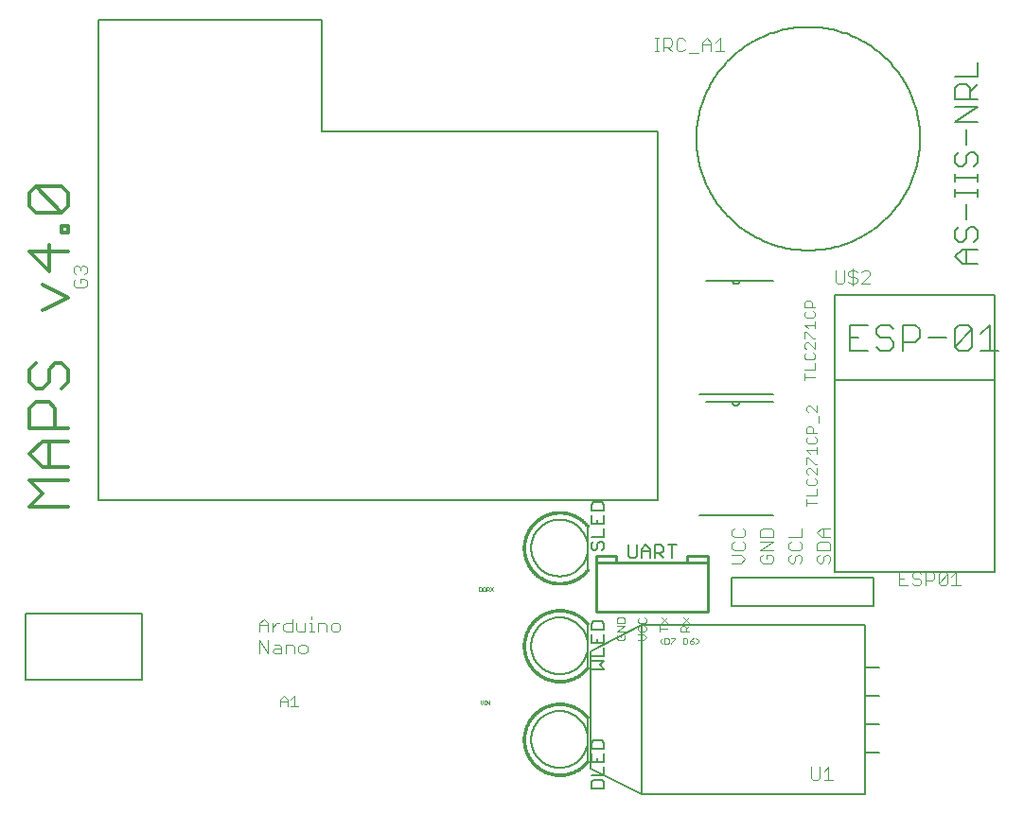
<source format=gto>
G75*
%MOIN*%
%OFA0B0*%
%FSLAX25Y25*%
%IPPOS*%
%LPD*%
%AMOC8*
5,1,8,0,0,1.08239X$1,22.5*
%
%ADD10C,0.01200*%
%ADD11C,0.00700*%
%ADD12C,0.00200*%
%ADD13C,0.00300*%
%ADD14C,0.00500*%
%ADD15C,0.00400*%
%ADD16C,0.00600*%
%ADD17C,0.00100*%
%ADD18C,0.01000*%
%ADD19C,0.00800*%
D10*
X0006588Y0107667D02*
X0011192Y0112271D01*
X0006588Y0116875D01*
X0020400Y0116875D01*
X0020400Y0121479D02*
X0011192Y0121479D01*
X0006588Y0126083D01*
X0011192Y0130687D01*
X0020400Y0130687D01*
X0020400Y0135291D02*
X0006588Y0135291D01*
X0006588Y0142196D01*
X0008890Y0144498D01*
X0013494Y0144498D01*
X0015796Y0142196D01*
X0015796Y0135291D01*
X0013494Y0130687D02*
X0013494Y0121479D01*
X0020400Y0107667D02*
X0006588Y0107667D01*
X0008890Y0149102D02*
X0006588Y0151404D01*
X0006588Y0156008D01*
X0008890Y0158310D01*
X0013494Y0156008D02*
X0015796Y0158310D01*
X0018098Y0158310D01*
X0020400Y0156008D01*
X0020400Y0151404D01*
X0018098Y0149102D01*
X0013494Y0151404D02*
X0013494Y0156008D01*
X0013494Y0151404D02*
X0011192Y0149102D01*
X0008890Y0149102D01*
X0011192Y0176726D02*
X0020400Y0181330D01*
X0011192Y0185934D01*
X0013494Y0190538D02*
X0013494Y0199746D01*
X0018098Y0204350D02*
X0018098Y0206651D01*
X0020400Y0206651D01*
X0020400Y0204350D01*
X0018098Y0204350D01*
X0020400Y0197444D02*
X0006588Y0197444D01*
X0013494Y0190538D01*
X0008890Y0211255D02*
X0006588Y0213557D01*
X0006588Y0218161D01*
X0008890Y0220463D01*
X0018098Y0211255D01*
X0020400Y0213557D01*
X0020400Y0218161D01*
X0018098Y0220463D01*
X0008890Y0220463D01*
X0008890Y0211255D02*
X0018098Y0211255D01*
D11*
X0332759Y0216823D02*
X0332759Y0219458D01*
X0332759Y0218141D02*
X0340666Y0218141D01*
X0340666Y0219458D02*
X0340666Y0216823D01*
X0336712Y0214175D02*
X0336712Y0208904D01*
X0338030Y0206256D02*
X0339348Y0206256D01*
X0340666Y0204939D01*
X0340666Y0202303D01*
X0339348Y0200985D01*
X0336712Y0202303D02*
X0336712Y0204939D01*
X0338030Y0206256D01*
X0334077Y0206256D02*
X0332759Y0204939D01*
X0332759Y0202303D01*
X0334077Y0200985D01*
X0335395Y0200985D01*
X0336712Y0202303D01*
X0336712Y0198338D02*
X0336712Y0193067D01*
X0335395Y0193067D02*
X0332759Y0195702D01*
X0335395Y0198338D01*
X0340666Y0198338D01*
X0340666Y0193067D02*
X0335395Y0193067D01*
X0332759Y0222102D02*
X0332759Y0224738D01*
X0332759Y0223420D02*
X0340666Y0223420D01*
X0340666Y0222102D02*
X0340666Y0224738D01*
X0339348Y0227381D02*
X0340666Y0228699D01*
X0340666Y0231335D01*
X0339348Y0232652D01*
X0338030Y0232652D01*
X0336712Y0231335D01*
X0336712Y0228699D01*
X0335395Y0227381D01*
X0334077Y0227381D01*
X0332759Y0228699D01*
X0332759Y0231335D01*
X0334077Y0232652D01*
X0336712Y0235300D02*
X0336712Y0240571D01*
X0332759Y0243219D02*
X0340666Y0248490D01*
X0332759Y0248490D01*
X0332759Y0251137D02*
X0332759Y0255091D01*
X0334077Y0256409D01*
X0336712Y0256409D01*
X0338030Y0255091D01*
X0338030Y0251137D01*
X0340666Y0251137D02*
X0332759Y0251137D01*
X0338030Y0253773D02*
X0340666Y0256409D01*
X0340666Y0259056D02*
X0340666Y0264327D01*
X0340666Y0259056D02*
X0332759Y0259056D01*
X0332759Y0243219D02*
X0340666Y0243219D01*
D12*
X0241410Y0061278D02*
X0242144Y0060544D01*
X0242144Y0059810D01*
X0241410Y0059076D01*
X0240668Y0059443D02*
X0240668Y0059810D01*
X0240301Y0060177D01*
X0239200Y0060177D01*
X0239200Y0059443D01*
X0239567Y0059076D01*
X0240301Y0059076D01*
X0240668Y0059443D01*
X0239934Y0060911D02*
X0239200Y0060177D01*
X0239934Y0060911D02*
X0240668Y0061278D01*
X0238458Y0060911D02*
X0238091Y0061278D01*
X0236990Y0061278D01*
X0236990Y0059076D01*
X0238091Y0059076D01*
X0238458Y0059443D01*
X0238458Y0060911D01*
X0234038Y0060911D02*
X0232571Y0059443D01*
X0232571Y0059076D01*
X0231829Y0059443D02*
X0231829Y0060911D01*
X0231462Y0061278D01*
X0230361Y0061278D01*
X0230361Y0059076D01*
X0231462Y0059076D01*
X0231829Y0059443D01*
X0232571Y0061278D02*
X0234038Y0061278D01*
X0234038Y0060911D01*
X0229621Y0061278D02*
X0228887Y0060544D01*
X0228887Y0059810D01*
X0229621Y0059076D01*
D13*
X0228482Y0063568D02*
X0228482Y0065503D01*
X0228482Y0064535D02*
X0231385Y0064535D01*
X0231385Y0066515D02*
X0229450Y0068449D01*
X0229450Y0066515D02*
X0231385Y0068449D01*
X0236950Y0068449D02*
X0238885Y0066515D01*
X0238885Y0065503D02*
X0237917Y0064535D01*
X0237917Y0065019D02*
X0237917Y0063568D01*
X0238885Y0063568D02*
X0235982Y0063568D01*
X0235982Y0065019D01*
X0236466Y0065503D01*
X0237433Y0065503D01*
X0237917Y0065019D01*
X0236950Y0066515D02*
X0238885Y0068449D01*
X0223885Y0067966D02*
X0223885Y0066998D01*
X0223401Y0066515D01*
X0221466Y0066515D01*
X0220982Y0066998D01*
X0220982Y0067966D01*
X0221466Y0068449D01*
X0223401Y0068449D02*
X0223885Y0067966D01*
X0223401Y0065503D02*
X0223885Y0065019D01*
X0223885Y0064052D01*
X0223401Y0063568D01*
X0221466Y0063568D01*
X0220982Y0064052D01*
X0220982Y0065019D01*
X0221466Y0065503D01*
X0220982Y0062556D02*
X0222917Y0062556D01*
X0223885Y0061589D01*
X0222917Y0060621D01*
X0220982Y0060621D01*
X0216385Y0061105D02*
X0216385Y0062073D01*
X0215901Y0062556D01*
X0214933Y0062556D01*
X0214933Y0061589D01*
X0213966Y0062556D02*
X0213482Y0062073D01*
X0213482Y0061105D01*
X0213966Y0060621D01*
X0215901Y0060621D01*
X0216385Y0061105D01*
X0216385Y0063568D02*
X0213482Y0063568D01*
X0216385Y0065503D01*
X0213482Y0065503D01*
X0213482Y0066515D02*
X0213482Y0067966D01*
X0213966Y0068449D01*
X0215901Y0068449D01*
X0216385Y0067966D01*
X0216385Y0066515D01*
X0213482Y0066515D01*
X0101231Y0037138D02*
X0098762Y0037138D01*
X0097548Y0037138D02*
X0097548Y0039607D01*
X0096314Y0040841D01*
X0095079Y0039607D01*
X0095079Y0037138D01*
X0095079Y0038990D02*
X0097548Y0038990D01*
X0098762Y0039607D02*
X0099997Y0040841D01*
X0099997Y0037138D01*
D14*
X0005137Y0046509D02*
X0005137Y0070009D01*
X0046137Y0070009D01*
X0046137Y0046509D01*
X0005137Y0046509D01*
X0030953Y0109823D02*
X0227803Y0109823D01*
X0227803Y0239744D01*
X0109693Y0239744D01*
X0109693Y0279114D01*
X0030953Y0279114D01*
X0030953Y0109823D01*
X0204524Y0108322D02*
X0204524Y0106070D01*
X0209028Y0106070D01*
X0209028Y0108322D01*
X0208277Y0109072D01*
X0205275Y0109072D01*
X0204524Y0108322D01*
X0204524Y0104468D02*
X0204524Y0101466D01*
X0209028Y0101466D01*
X0209028Y0104468D01*
X0206776Y0102967D02*
X0206776Y0101466D01*
X0209028Y0099864D02*
X0209028Y0096862D01*
X0204524Y0096862D01*
X0205275Y0095260D02*
X0204524Y0094510D01*
X0204524Y0093009D01*
X0205275Y0092258D01*
X0206025Y0092258D01*
X0206776Y0093009D01*
X0206776Y0094510D01*
X0207527Y0095260D01*
X0208277Y0095260D01*
X0209028Y0094510D01*
X0209028Y0093009D01*
X0208277Y0092258D01*
X0217669Y0094065D02*
X0217669Y0090312D01*
X0218420Y0089561D01*
X0219921Y0089561D01*
X0220671Y0090312D01*
X0220671Y0094065D01*
X0222273Y0092564D02*
X0223774Y0094065D01*
X0225275Y0092564D01*
X0225275Y0089561D01*
X0226877Y0089561D02*
X0226877Y0094065D01*
X0229129Y0094065D01*
X0229879Y0093314D01*
X0229879Y0091813D01*
X0229129Y0091062D01*
X0226877Y0091062D01*
X0228378Y0091062D02*
X0229879Y0089561D01*
X0232982Y0089561D02*
X0232982Y0094065D01*
X0231481Y0094065D02*
X0234483Y0094065D01*
X0225275Y0091813D02*
X0222273Y0091813D01*
X0222273Y0092564D02*
X0222273Y0089561D01*
X0245520Y0083248D02*
X0245520Y0075374D01*
X0253925Y0072421D02*
X0253925Y0082421D01*
X0303925Y0082421D01*
X0303925Y0072421D01*
X0253925Y0072421D01*
X0222390Y0065728D02*
X0204280Y0056673D01*
X0204280Y0015335D01*
X0222390Y0006280D01*
X0222390Y0065728D01*
X0301130Y0065728D01*
X0301130Y0006280D01*
X0222390Y0006280D01*
X0209028Y0008258D02*
X0209028Y0010510D01*
X0208277Y0011260D01*
X0205275Y0011260D01*
X0204524Y0010510D01*
X0204524Y0008258D01*
X0209028Y0008258D01*
X0209028Y0012862D02*
X0204524Y0012862D01*
X0209028Y0012862D02*
X0209028Y0015864D01*
X0209028Y0017466D02*
X0204524Y0017466D01*
X0204524Y0020468D01*
X0204524Y0022070D02*
X0204524Y0024322D01*
X0205275Y0025072D01*
X0208277Y0025072D01*
X0209028Y0024322D01*
X0209028Y0022070D01*
X0204524Y0022070D01*
X0206776Y0018967D02*
X0206776Y0017466D01*
X0209028Y0017466D02*
X0209028Y0020468D01*
X0209028Y0050258D02*
X0204524Y0050258D01*
X0204524Y0053260D02*
X0209028Y0053260D01*
X0207527Y0051759D01*
X0209028Y0050258D01*
X0209028Y0054862D02*
X0204524Y0054862D01*
X0209028Y0054862D02*
X0209028Y0057864D01*
X0209028Y0059466D02*
X0204524Y0059466D01*
X0204524Y0062468D01*
X0204524Y0064070D02*
X0204524Y0066322D01*
X0205275Y0067072D01*
X0208277Y0067072D01*
X0209028Y0066322D01*
X0209028Y0064070D01*
X0204524Y0064070D01*
X0206776Y0060967D02*
X0206776Y0059466D01*
X0209028Y0059466D02*
X0209028Y0062468D01*
X0290319Y0084563D02*
X0346569Y0084563D01*
X0346569Y0152063D01*
X0290319Y0152063D01*
X0290319Y0084563D01*
X0300972Y0051004D02*
X0305972Y0051004D01*
X0305972Y0041004D02*
X0300972Y0041004D01*
X0300972Y0031004D02*
X0305972Y0031004D01*
X0305972Y0021004D02*
X0300972Y0021004D01*
X0290319Y0152063D02*
X0290319Y0182063D01*
X0346569Y0182063D01*
X0346569Y0152063D01*
X0241602Y0237303D02*
X0241614Y0238269D01*
X0241649Y0239235D01*
X0241709Y0240199D01*
X0241792Y0241162D01*
X0241898Y0242122D01*
X0242028Y0243080D01*
X0242182Y0244034D01*
X0242358Y0244984D01*
X0242559Y0245929D01*
X0242782Y0246869D01*
X0243028Y0247803D01*
X0243297Y0248732D01*
X0243589Y0249653D01*
X0243903Y0250566D01*
X0244240Y0251472D01*
X0244599Y0252369D01*
X0244980Y0253257D01*
X0245382Y0254136D01*
X0245806Y0255004D01*
X0246251Y0255862D01*
X0246717Y0256708D01*
X0247203Y0257543D01*
X0247710Y0258366D01*
X0248237Y0259176D01*
X0248784Y0259973D01*
X0249350Y0260756D01*
X0249935Y0261525D01*
X0250539Y0262279D01*
X0251161Y0263018D01*
X0251801Y0263742D01*
X0252458Y0264450D01*
X0253133Y0265142D01*
X0253825Y0265817D01*
X0254533Y0266474D01*
X0255257Y0267114D01*
X0255996Y0267736D01*
X0256750Y0268340D01*
X0257519Y0268925D01*
X0258302Y0269491D01*
X0259099Y0270038D01*
X0259909Y0270565D01*
X0260732Y0271072D01*
X0261567Y0271558D01*
X0262413Y0272024D01*
X0263271Y0272469D01*
X0264139Y0272893D01*
X0265018Y0273295D01*
X0265906Y0273676D01*
X0266803Y0274035D01*
X0267709Y0274372D01*
X0268622Y0274686D01*
X0269543Y0274978D01*
X0270472Y0275247D01*
X0271406Y0275493D01*
X0272346Y0275716D01*
X0273291Y0275917D01*
X0274241Y0276093D01*
X0275195Y0276247D01*
X0276153Y0276377D01*
X0277113Y0276483D01*
X0278076Y0276566D01*
X0279040Y0276626D01*
X0280006Y0276661D01*
X0280972Y0276673D01*
X0281938Y0276661D01*
X0282904Y0276626D01*
X0283868Y0276566D01*
X0284831Y0276483D01*
X0285791Y0276377D01*
X0286749Y0276247D01*
X0287703Y0276093D01*
X0288653Y0275917D01*
X0289598Y0275716D01*
X0290538Y0275493D01*
X0291472Y0275247D01*
X0292401Y0274978D01*
X0293322Y0274686D01*
X0294235Y0274372D01*
X0295141Y0274035D01*
X0296038Y0273676D01*
X0296926Y0273295D01*
X0297805Y0272893D01*
X0298673Y0272469D01*
X0299531Y0272024D01*
X0300377Y0271558D01*
X0301212Y0271072D01*
X0302035Y0270565D01*
X0302845Y0270038D01*
X0303642Y0269491D01*
X0304425Y0268925D01*
X0305194Y0268340D01*
X0305948Y0267736D01*
X0306687Y0267114D01*
X0307411Y0266474D01*
X0308119Y0265817D01*
X0308811Y0265142D01*
X0309486Y0264450D01*
X0310143Y0263742D01*
X0310783Y0263018D01*
X0311405Y0262279D01*
X0312009Y0261525D01*
X0312594Y0260756D01*
X0313160Y0259973D01*
X0313707Y0259176D01*
X0314234Y0258366D01*
X0314741Y0257543D01*
X0315227Y0256708D01*
X0315693Y0255862D01*
X0316138Y0255004D01*
X0316562Y0254136D01*
X0316964Y0253257D01*
X0317345Y0252369D01*
X0317704Y0251472D01*
X0318041Y0250566D01*
X0318355Y0249653D01*
X0318647Y0248732D01*
X0318916Y0247803D01*
X0319162Y0246869D01*
X0319385Y0245929D01*
X0319586Y0244984D01*
X0319762Y0244034D01*
X0319916Y0243080D01*
X0320046Y0242122D01*
X0320152Y0241162D01*
X0320235Y0240199D01*
X0320295Y0239235D01*
X0320330Y0238269D01*
X0320342Y0237303D01*
X0320330Y0236337D01*
X0320295Y0235371D01*
X0320235Y0234407D01*
X0320152Y0233444D01*
X0320046Y0232484D01*
X0319916Y0231526D01*
X0319762Y0230572D01*
X0319586Y0229622D01*
X0319385Y0228677D01*
X0319162Y0227737D01*
X0318916Y0226803D01*
X0318647Y0225874D01*
X0318355Y0224953D01*
X0318041Y0224040D01*
X0317704Y0223134D01*
X0317345Y0222237D01*
X0316964Y0221349D01*
X0316562Y0220470D01*
X0316138Y0219602D01*
X0315693Y0218744D01*
X0315227Y0217898D01*
X0314741Y0217063D01*
X0314234Y0216240D01*
X0313707Y0215430D01*
X0313160Y0214633D01*
X0312594Y0213850D01*
X0312009Y0213081D01*
X0311405Y0212327D01*
X0310783Y0211588D01*
X0310143Y0210864D01*
X0309486Y0210156D01*
X0308811Y0209464D01*
X0308119Y0208789D01*
X0307411Y0208132D01*
X0306687Y0207492D01*
X0305948Y0206870D01*
X0305194Y0206266D01*
X0304425Y0205681D01*
X0303642Y0205115D01*
X0302845Y0204568D01*
X0302035Y0204041D01*
X0301212Y0203534D01*
X0300377Y0203048D01*
X0299531Y0202582D01*
X0298673Y0202137D01*
X0297805Y0201713D01*
X0296926Y0201311D01*
X0296038Y0200930D01*
X0295141Y0200571D01*
X0294235Y0200234D01*
X0293322Y0199920D01*
X0292401Y0199628D01*
X0291472Y0199359D01*
X0290538Y0199113D01*
X0289598Y0198890D01*
X0288653Y0198689D01*
X0287703Y0198513D01*
X0286749Y0198359D01*
X0285791Y0198229D01*
X0284831Y0198123D01*
X0283868Y0198040D01*
X0282904Y0197980D01*
X0281938Y0197945D01*
X0280972Y0197933D01*
X0280006Y0197945D01*
X0279040Y0197980D01*
X0278076Y0198040D01*
X0277113Y0198123D01*
X0276153Y0198229D01*
X0275195Y0198359D01*
X0274241Y0198513D01*
X0273291Y0198689D01*
X0272346Y0198890D01*
X0271406Y0199113D01*
X0270472Y0199359D01*
X0269543Y0199628D01*
X0268622Y0199920D01*
X0267709Y0200234D01*
X0266803Y0200571D01*
X0265906Y0200930D01*
X0265018Y0201311D01*
X0264139Y0201713D01*
X0263271Y0202137D01*
X0262413Y0202582D01*
X0261567Y0203048D01*
X0260732Y0203534D01*
X0259909Y0204041D01*
X0259099Y0204568D01*
X0258302Y0205115D01*
X0257519Y0205681D01*
X0256750Y0206266D01*
X0255996Y0206870D01*
X0255257Y0207492D01*
X0254533Y0208132D01*
X0253825Y0208789D01*
X0253133Y0209464D01*
X0252458Y0210156D01*
X0251801Y0210864D01*
X0251161Y0211588D01*
X0250539Y0212327D01*
X0249935Y0213081D01*
X0249350Y0213850D01*
X0248784Y0214633D01*
X0248237Y0215430D01*
X0247710Y0216240D01*
X0247203Y0217063D01*
X0246717Y0217898D01*
X0246251Y0218744D01*
X0245806Y0219602D01*
X0245382Y0220470D01*
X0244980Y0221349D01*
X0244599Y0222237D01*
X0244240Y0223134D01*
X0243903Y0224040D01*
X0243589Y0224953D01*
X0243297Y0225874D01*
X0243028Y0226803D01*
X0242782Y0227737D01*
X0242559Y0228677D01*
X0242358Y0229622D01*
X0242182Y0230572D01*
X0242028Y0231526D01*
X0241898Y0232484D01*
X0241792Y0233444D01*
X0241709Y0234407D01*
X0241649Y0235371D01*
X0241614Y0236337D01*
X0241602Y0237303D01*
D15*
X0242149Y0267366D02*
X0239079Y0267366D01*
X0237545Y0268900D02*
X0236778Y0268133D01*
X0235243Y0268133D01*
X0234476Y0268900D01*
X0234476Y0271970D01*
X0235243Y0272737D01*
X0236778Y0272737D01*
X0237545Y0271970D01*
X0232941Y0271970D02*
X0232174Y0272737D01*
X0229872Y0272737D01*
X0229872Y0268133D01*
X0229872Y0269668D02*
X0232174Y0269668D01*
X0232941Y0270435D01*
X0232941Y0271970D01*
X0231406Y0269668D02*
X0232941Y0268133D01*
X0228337Y0268133D02*
X0226802Y0268133D01*
X0227570Y0268133D02*
X0227570Y0272737D01*
X0228337Y0272737D02*
X0226802Y0272737D01*
X0243683Y0271202D02*
X0243683Y0268133D01*
X0243683Y0270435D02*
X0246753Y0270435D01*
X0246753Y0271202D02*
X0246753Y0268133D01*
X0248287Y0268133D02*
X0251357Y0268133D01*
X0249822Y0268133D02*
X0249822Y0272737D01*
X0248287Y0271202D01*
X0246753Y0271202D02*
X0245218Y0272737D01*
X0243683Y0271202D01*
X0290519Y0190804D02*
X0290519Y0186967D01*
X0291286Y0186200D01*
X0292821Y0186200D01*
X0293588Y0186967D01*
X0293588Y0190804D01*
X0295123Y0190037D02*
X0295890Y0190804D01*
X0297425Y0190804D01*
X0298192Y0190037D01*
X0299727Y0190037D02*
X0300494Y0190804D01*
X0302029Y0190804D01*
X0302796Y0190037D01*
X0302796Y0189269D01*
X0299727Y0186200D01*
X0302796Y0186200D01*
X0298192Y0186967D02*
X0298192Y0187735D01*
X0297425Y0188502D01*
X0295890Y0188502D01*
X0295123Y0189269D01*
X0295123Y0190037D01*
X0296657Y0191571D02*
X0296657Y0185433D01*
X0295890Y0186200D02*
X0297425Y0186200D01*
X0298192Y0186967D01*
X0295890Y0186200D02*
X0295123Y0186967D01*
X0283391Y0177817D02*
X0279787Y0177817D01*
X0279787Y0179619D01*
X0280388Y0180219D01*
X0281589Y0180219D01*
X0282190Y0179619D01*
X0282190Y0177817D01*
X0282790Y0176536D02*
X0283391Y0175936D01*
X0283391Y0174735D01*
X0282790Y0174134D01*
X0280388Y0174134D01*
X0279787Y0174735D01*
X0279787Y0175936D01*
X0280388Y0176536D01*
X0283391Y0172853D02*
X0283391Y0170451D01*
X0283391Y0171652D02*
X0279787Y0171652D01*
X0280989Y0170451D01*
X0280388Y0169170D02*
X0282790Y0166768D01*
X0283391Y0166768D01*
X0283391Y0165487D02*
X0283391Y0163085D01*
X0280989Y0165487D01*
X0280388Y0165487D01*
X0279787Y0164886D01*
X0279787Y0163685D01*
X0280388Y0163085D01*
X0280388Y0161804D02*
X0279787Y0161203D01*
X0279787Y0160002D01*
X0280388Y0159402D01*
X0282790Y0159402D01*
X0283391Y0160002D01*
X0283391Y0161203D01*
X0282790Y0161804D01*
X0283391Y0158121D02*
X0283391Y0155719D01*
X0279787Y0155719D01*
X0279787Y0154437D02*
X0279787Y0152035D01*
X0279787Y0153236D02*
X0283391Y0153236D01*
X0283922Y0143294D02*
X0283922Y0140892D01*
X0281520Y0143294D01*
X0280919Y0143294D01*
X0280319Y0142694D01*
X0280319Y0141493D01*
X0280919Y0140892D01*
X0284523Y0139611D02*
X0284523Y0137209D01*
X0282721Y0135328D02*
X0282721Y0133526D01*
X0283922Y0133526D02*
X0280319Y0133526D01*
X0280319Y0135328D01*
X0280919Y0135928D01*
X0282121Y0135928D01*
X0282721Y0135328D01*
X0283322Y0132245D02*
X0283922Y0131645D01*
X0283922Y0130443D01*
X0283322Y0129843D01*
X0280919Y0129843D01*
X0280319Y0130443D01*
X0280319Y0131645D01*
X0280919Y0132245D01*
X0283922Y0128562D02*
X0283922Y0126160D01*
X0283922Y0127361D02*
X0280319Y0127361D01*
X0281520Y0126160D01*
X0280919Y0124879D02*
X0283322Y0122477D01*
X0283922Y0122477D01*
X0283922Y0121196D02*
X0283922Y0118794D01*
X0281520Y0121196D01*
X0280919Y0121196D01*
X0280319Y0120595D01*
X0280319Y0119394D01*
X0280919Y0118794D01*
X0280919Y0117512D02*
X0280319Y0116912D01*
X0280319Y0115711D01*
X0280919Y0115110D01*
X0283322Y0115110D01*
X0283922Y0115711D01*
X0283922Y0116912D01*
X0283322Y0117512D01*
X0283922Y0113829D02*
X0283922Y0111427D01*
X0280319Y0111427D01*
X0280319Y0110146D02*
X0280319Y0107744D01*
X0280319Y0108945D02*
X0283922Y0108945D01*
X0285656Y0099898D02*
X0288725Y0099898D01*
X0286423Y0099898D02*
X0286423Y0096829D01*
X0285656Y0096829D02*
X0284121Y0098364D01*
X0285656Y0099898D01*
X0285656Y0096829D02*
X0288725Y0096829D01*
X0287958Y0095294D02*
X0284889Y0095294D01*
X0284121Y0094527D01*
X0284121Y0092225D01*
X0288725Y0092225D01*
X0288725Y0094527D01*
X0287958Y0095294D01*
X0287958Y0090691D02*
X0288725Y0089923D01*
X0288725Y0088389D01*
X0287958Y0087621D01*
X0286423Y0088389D02*
X0286423Y0089923D01*
X0287191Y0090691D01*
X0287958Y0090691D01*
X0286423Y0088389D02*
X0285656Y0087621D01*
X0284889Y0087621D01*
X0284121Y0088389D01*
X0284121Y0089923D01*
X0284889Y0090691D01*
X0278725Y0089923D02*
X0278725Y0088389D01*
X0277958Y0087621D01*
X0276423Y0088389D02*
X0276423Y0089923D01*
X0277191Y0090691D01*
X0277958Y0090691D01*
X0278725Y0089923D01*
X0277958Y0092225D02*
X0278725Y0092992D01*
X0278725Y0094527D01*
X0277958Y0095294D01*
X0278725Y0096829D02*
X0274121Y0096829D01*
X0274889Y0095294D02*
X0274121Y0094527D01*
X0274121Y0092992D01*
X0274889Y0092225D01*
X0277958Y0092225D01*
X0274889Y0090691D02*
X0274121Y0089923D01*
X0274121Y0088389D01*
X0274889Y0087621D01*
X0275656Y0087621D01*
X0276423Y0088389D01*
X0268725Y0088389D02*
X0268725Y0089923D01*
X0267958Y0090691D01*
X0266423Y0090691D01*
X0266423Y0089156D01*
X0264889Y0090691D02*
X0264121Y0089923D01*
X0264121Y0088389D01*
X0264889Y0087621D01*
X0267958Y0087621D01*
X0268725Y0088389D01*
X0268725Y0092225D02*
X0264121Y0092225D01*
X0268725Y0095294D01*
X0264121Y0095294D01*
X0264121Y0096829D02*
X0264121Y0099131D01*
X0264889Y0099898D01*
X0267958Y0099898D01*
X0268725Y0099131D01*
X0268725Y0096829D01*
X0264121Y0096829D01*
X0258725Y0097596D02*
X0258725Y0099131D01*
X0257958Y0099898D01*
X0258725Y0097596D02*
X0257958Y0096829D01*
X0254889Y0096829D01*
X0254121Y0097596D01*
X0254121Y0099131D01*
X0254889Y0099898D01*
X0254889Y0095294D02*
X0254121Y0094527D01*
X0254121Y0092992D01*
X0254889Y0092225D01*
X0257958Y0092225D01*
X0258725Y0092992D01*
X0258725Y0094527D01*
X0257958Y0095294D01*
X0257191Y0090691D02*
X0254121Y0090691D01*
X0257191Y0090691D02*
X0258725Y0089156D01*
X0257191Y0087621D01*
X0254121Y0087621D01*
X0278725Y0096829D02*
X0278725Y0099898D01*
X0280319Y0122477D02*
X0280319Y0124879D01*
X0280919Y0124879D01*
X0313019Y0084505D02*
X0313019Y0079901D01*
X0316088Y0079901D01*
X0317623Y0080668D02*
X0318390Y0079901D01*
X0319925Y0079901D01*
X0320692Y0080668D01*
X0320692Y0081435D01*
X0319925Y0082203D01*
X0318390Y0082203D01*
X0317623Y0082970D01*
X0317623Y0083737D01*
X0318390Y0084505D01*
X0319925Y0084505D01*
X0320692Y0083737D01*
X0322227Y0084505D02*
X0322227Y0079901D01*
X0322227Y0081435D02*
X0324529Y0081435D01*
X0325296Y0082203D01*
X0325296Y0083737D01*
X0324529Y0084505D01*
X0322227Y0084505D01*
X0326831Y0083737D02*
X0327598Y0084505D01*
X0329133Y0084505D01*
X0329900Y0083737D01*
X0326831Y0080668D01*
X0327598Y0079901D01*
X0329133Y0079901D01*
X0329900Y0080668D01*
X0329900Y0083737D01*
X0331435Y0082970D02*
X0332969Y0084505D01*
X0332969Y0079901D01*
X0331435Y0079901D02*
X0334504Y0079901D01*
X0326831Y0080668D02*
X0326831Y0083737D01*
X0316088Y0084505D02*
X0313019Y0084505D01*
X0313019Y0082203D02*
X0314554Y0082203D01*
X0288103Y0015808D02*
X0286569Y0014273D01*
X0288103Y0015808D02*
X0288103Y0011204D01*
X0286569Y0011204D02*
X0289638Y0011204D01*
X0285034Y0011971D02*
X0285034Y0015808D01*
X0281965Y0015808D02*
X0281965Y0011971D01*
X0282732Y0011204D01*
X0284267Y0011204D01*
X0285034Y0011971D01*
X0116028Y0064176D02*
X0116028Y0065711D01*
X0115261Y0066478D01*
X0113726Y0066478D01*
X0112959Y0065711D01*
X0112959Y0064176D01*
X0113726Y0063409D01*
X0115261Y0063409D01*
X0116028Y0064176D01*
X0111424Y0063409D02*
X0111424Y0065711D01*
X0110657Y0066478D01*
X0108355Y0066478D01*
X0108355Y0063409D01*
X0106820Y0063409D02*
X0105285Y0063409D01*
X0106053Y0063409D02*
X0106053Y0066478D01*
X0105285Y0066478D01*
X0103751Y0066478D02*
X0103751Y0063409D01*
X0101449Y0063409D01*
X0100681Y0064176D01*
X0100681Y0066478D01*
X0099147Y0066478D02*
X0096845Y0066478D01*
X0096078Y0065711D01*
X0096078Y0064176D01*
X0096845Y0063409D01*
X0099147Y0063409D01*
X0099147Y0068013D01*
X0094543Y0066478D02*
X0093776Y0066478D01*
X0092241Y0064943D01*
X0092241Y0063409D02*
X0092241Y0066478D01*
X0090706Y0066478D02*
X0090706Y0063409D01*
X0090706Y0065711D02*
X0087637Y0065711D01*
X0087637Y0066478D02*
X0089172Y0068013D01*
X0090706Y0066478D01*
X0087637Y0066478D02*
X0087637Y0063409D01*
X0087637Y0060513D02*
X0090706Y0055909D01*
X0090706Y0060513D01*
X0093008Y0058978D02*
X0094543Y0058978D01*
X0095310Y0058211D01*
X0095310Y0055909D01*
X0093008Y0055909D01*
X0092241Y0056676D01*
X0093008Y0057443D01*
X0095310Y0057443D01*
X0096845Y0055909D02*
X0096845Y0058978D01*
X0099147Y0058978D01*
X0099914Y0058211D01*
X0099914Y0055909D01*
X0101449Y0056676D02*
X0102216Y0055909D01*
X0103751Y0055909D01*
X0104518Y0056676D01*
X0104518Y0058211D01*
X0103751Y0058978D01*
X0102216Y0058978D01*
X0101449Y0058211D01*
X0101449Y0056676D01*
X0106053Y0068013D02*
X0106053Y0068780D01*
X0087637Y0060513D02*
X0087637Y0055909D01*
X0026048Y0184826D02*
X0022979Y0184826D01*
X0022212Y0185593D01*
X0022212Y0187128D01*
X0022979Y0187895D01*
X0024514Y0187895D02*
X0024514Y0186361D01*
X0024514Y0187895D02*
X0026048Y0187895D01*
X0026816Y0187128D01*
X0026816Y0185593D01*
X0026048Y0184826D01*
X0026048Y0189430D02*
X0026816Y0190197D01*
X0026816Y0191732D01*
X0026048Y0192499D01*
X0025281Y0192499D01*
X0024514Y0191732D01*
X0024514Y0190965D01*
X0024514Y0191732D02*
X0023746Y0192499D01*
X0022979Y0192499D01*
X0022212Y0191732D01*
X0022212Y0190197D01*
X0022979Y0189430D01*
X0279787Y0169170D02*
X0279787Y0166768D01*
X0279787Y0169170D02*
X0280388Y0169170D01*
D16*
X0268520Y0187283D02*
X0256720Y0187283D01*
X0254320Y0187283D01*
X0245020Y0187283D01*
X0254320Y0187283D02*
X0254322Y0187214D01*
X0254328Y0187146D01*
X0254338Y0187078D01*
X0254351Y0187011D01*
X0254369Y0186945D01*
X0254390Y0186880D01*
X0254415Y0186816D01*
X0254443Y0186754D01*
X0254475Y0186693D01*
X0254510Y0186634D01*
X0254549Y0186578D01*
X0254591Y0186523D01*
X0254636Y0186472D01*
X0254684Y0186422D01*
X0254734Y0186376D01*
X0254787Y0186333D01*
X0254843Y0186292D01*
X0254900Y0186255D01*
X0254960Y0186222D01*
X0255022Y0186191D01*
X0255085Y0186165D01*
X0255149Y0186142D01*
X0255215Y0186122D01*
X0255282Y0186107D01*
X0255349Y0186095D01*
X0255417Y0186087D01*
X0255486Y0186083D01*
X0255554Y0186083D01*
X0255623Y0186087D01*
X0255691Y0186095D01*
X0255758Y0186107D01*
X0255825Y0186122D01*
X0255891Y0186142D01*
X0255955Y0186165D01*
X0256018Y0186191D01*
X0256080Y0186222D01*
X0256140Y0186255D01*
X0256197Y0186292D01*
X0256253Y0186333D01*
X0256306Y0186376D01*
X0256356Y0186422D01*
X0256404Y0186472D01*
X0256449Y0186523D01*
X0256491Y0186578D01*
X0256530Y0186634D01*
X0256565Y0186693D01*
X0256597Y0186754D01*
X0256625Y0186816D01*
X0256650Y0186880D01*
X0256671Y0186945D01*
X0256689Y0187011D01*
X0256702Y0187078D01*
X0256712Y0187146D01*
X0256718Y0187214D01*
X0256720Y0187283D01*
X0268520Y0147283D02*
X0242520Y0147283D01*
X0245020Y0144429D02*
X0254320Y0144429D01*
X0256720Y0144429D01*
X0268520Y0144429D01*
X0256720Y0144429D02*
X0256718Y0144360D01*
X0256712Y0144292D01*
X0256702Y0144224D01*
X0256689Y0144157D01*
X0256671Y0144091D01*
X0256650Y0144026D01*
X0256625Y0143962D01*
X0256597Y0143900D01*
X0256565Y0143839D01*
X0256530Y0143780D01*
X0256491Y0143724D01*
X0256449Y0143669D01*
X0256404Y0143618D01*
X0256356Y0143568D01*
X0256306Y0143522D01*
X0256253Y0143479D01*
X0256197Y0143438D01*
X0256140Y0143401D01*
X0256080Y0143368D01*
X0256018Y0143337D01*
X0255955Y0143311D01*
X0255891Y0143288D01*
X0255825Y0143268D01*
X0255758Y0143253D01*
X0255691Y0143241D01*
X0255623Y0143233D01*
X0255554Y0143229D01*
X0255486Y0143229D01*
X0255417Y0143233D01*
X0255349Y0143241D01*
X0255282Y0143253D01*
X0255215Y0143268D01*
X0255149Y0143288D01*
X0255085Y0143311D01*
X0255022Y0143337D01*
X0254960Y0143368D01*
X0254900Y0143401D01*
X0254843Y0143438D01*
X0254787Y0143479D01*
X0254734Y0143522D01*
X0254684Y0143568D01*
X0254636Y0143618D01*
X0254591Y0143669D01*
X0254549Y0143724D01*
X0254510Y0143780D01*
X0254475Y0143839D01*
X0254443Y0143900D01*
X0254415Y0143962D01*
X0254390Y0144026D01*
X0254369Y0144091D01*
X0254351Y0144157D01*
X0254338Y0144224D01*
X0254328Y0144292D01*
X0254322Y0144360D01*
X0254320Y0144429D01*
X0242520Y0104429D02*
X0268520Y0104429D01*
X0183378Y0093008D02*
X0183381Y0093253D01*
X0183390Y0093499D01*
X0183405Y0093744D01*
X0183426Y0093988D01*
X0183453Y0094232D01*
X0183486Y0094475D01*
X0183525Y0094718D01*
X0183570Y0094959D01*
X0183621Y0095199D01*
X0183678Y0095438D01*
X0183740Y0095675D01*
X0183809Y0095911D01*
X0183883Y0096145D01*
X0183963Y0096377D01*
X0184048Y0096607D01*
X0184139Y0096835D01*
X0184236Y0097060D01*
X0184338Y0097284D01*
X0184446Y0097504D01*
X0184559Y0097722D01*
X0184677Y0097937D01*
X0184801Y0098149D01*
X0184929Y0098358D01*
X0185063Y0098564D01*
X0185202Y0098766D01*
X0185346Y0098965D01*
X0185495Y0099160D01*
X0185648Y0099352D01*
X0185806Y0099540D01*
X0185968Y0099724D01*
X0186136Y0099903D01*
X0186307Y0100079D01*
X0186483Y0100250D01*
X0186662Y0100418D01*
X0186846Y0100580D01*
X0187034Y0100738D01*
X0187226Y0100891D01*
X0187421Y0101040D01*
X0187620Y0101184D01*
X0187822Y0101323D01*
X0188028Y0101457D01*
X0188237Y0101585D01*
X0188449Y0101709D01*
X0188664Y0101827D01*
X0188882Y0101940D01*
X0189102Y0102048D01*
X0189326Y0102150D01*
X0189551Y0102247D01*
X0189779Y0102338D01*
X0190009Y0102423D01*
X0190241Y0102503D01*
X0190475Y0102577D01*
X0190711Y0102646D01*
X0190948Y0102708D01*
X0191187Y0102765D01*
X0191427Y0102816D01*
X0191668Y0102861D01*
X0191911Y0102900D01*
X0192154Y0102933D01*
X0192398Y0102960D01*
X0192642Y0102981D01*
X0192887Y0102996D01*
X0193133Y0103005D01*
X0193378Y0103008D01*
X0193623Y0103005D01*
X0193869Y0102996D01*
X0194114Y0102981D01*
X0194358Y0102960D01*
X0194602Y0102933D01*
X0194845Y0102900D01*
X0195088Y0102861D01*
X0195329Y0102816D01*
X0195569Y0102765D01*
X0195808Y0102708D01*
X0196045Y0102646D01*
X0196281Y0102577D01*
X0196515Y0102503D01*
X0196747Y0102423D01*
X0196977Y0102338D01*
X0197205Y0102247D01*
X0197430Y0102150D01*
X0197654Y0102048D01*
X0197874Y0101940D01*
X0198092Y0101827D01*
X0198307Y0101709D01*
X0198519Y0101585D01*
X0198728Y0101457D01*
X0198934Y0101323D01*
X0199136Y0101184D01*
X0199335Y0101040D01*
X0199530Y0100891D01*
X0199722Y0100738D01*
X0199910Y0100580D01*
X0200094Y0100418D01*
X0200273Y0100250D01*
X0200449Y0100079D01*
X0200620Y0099903D01*
X0200788Y0099724D01*
X0200950Y0099540D01*
X0201108Y0099352D01*
X0201261Y0099160D01*
X0201410Y0098965D01*
X0201554Y0098766D01*
X0201693Y0098564D01*
X0201827Y0098358D01*
X0201955Y0098149D01*
X0202079Y0097937D01*
X0202197Y0097722D01*
X0202310Y0097504D01*
X0202418Y0097284D01*
X0202520Y0097060D01*
X0202617Y0096835D01*
X0202708Y0096607D01*
X0202793Y0096377D01*
X0202873Y0096145D01*
X0202947Y0095911D01*
X0203016Y0095675D01*
X0203078Y0095438D01*
X0203135Y0095199D01*
X0203186Y0094959D01*
X0203231Y0094718D01*
X0203270Y0094475D01*
X0203303Y0094232D01*
X0203330Y0093988D01*
X0203351Y0093744D01*
X0203366Y0093499D01*
X0203375Y0093253D01*
X0203378Y0093008D01*
X0203375Y0092763D01*
X0203366Y0092517D01*
X0203351Y0092272D01*
X0203330Y0092028D01*
X0203303Y0091784D01*
X0203270Y0091541D01*
X0203231Y0091298D01*
X0203186Y0091057D01*
X0203135Y0090817D01*
X0203078Y0090578D01*
X0203016Y0090341D01*
X0202947Y0090105D01*
X0202873Y0089871D01*
X0202793Y0089639D01*
X0202708Y0089409D01*
X0202617Y0089181D01*
X0202520Y0088956D01*
X0202418Y0088732D01*
X0202310Y0088512D01*
X0202197Y0088294D01*
X0202079Y0088079D01*
X0201955Y0087867D01*
X0201827Y0087658D01*
X0201693Y0087452D01*
X0201554Y0087250D01*
X0201410Y0087051D01*
X0201261Y0086856D01*
X0201108Y0086664D01*
X0200950Y0086476D01*
X0200788Y0086292D01*
X0200620Y0086113D01*
X0200449Y0085937D01*
X0200273Y0085766D01*
X0200094Y0085598D01*
X0199910Y0085436D01*
X0199722Y0085278D01*
X0199530Y0085125D01*
X0199335Y0084976D01*
X0199136Y0084832D01*
X0198934Y0084693D01*
X0198728Y0084559D01*
X0198519Y0084431D01*
X0198307Y0084307D01*
X0198092Y0084189D01*
X0197874Y0084076D01*
X0197654Y0083968D01*
X0197430Y0083866D01*
X0197205Y0083769D01*
X0196977Y0083678D01*
X0196747Y0083593D01*
X0196515Y0083513D01*
X0196281Y0083439D01*
X0196045Y0083370D01*
X0195808Y0083308D01*
X0195569Y0083251D01*
X0195329Y0083200D01*
X0195088Y0083155D01*
X0194845Y0083116D01*
X0194602Y0083083D01*
X0194358Y0083056D01*
X0194114Y0083035D01*
X0193869Y0083020D01*
X0193623Y0083011D01*
X0193378Y0083008D01*
X0193133Y0083011D01*
X0192887Y0083020D01*
X0192642Y0083035D01*
X0192398Y0083056D01*
X0192154Y0083083D01*
X0191911Y0083116D01*
X0191668Y0083155D01*
X0191427Y0083200D01*
X0191187Y0083251D01*
X0190948Y0083308D01*
X0190711Y0083370D01*
X0190475Y0083439D01*
X0190241Y0083513D01*
X0190009Y0083593D01*
X0189779Y0083678D01*
X0189551Y0083769D01*
X0189326Y0083866D01*
X0189102Y0083968D01*
X0188882Y0084076D01*
X0188664Y0084189D01*
X0188449Y0084307D01*
X0188237Y0084431D01*
X0188028Y0084559D01*
X0187822Y0084693D01*
X0187620Y0084832D01*
X0187421Y0084976D01*
X0187226Y0085125D01*
X0187034Y0085278D01*
X0186846Y0085436D01*
X0186662Y0085598D01*
X0186483Y0085766D01*
X0186307Y0085937D01*
X0186136Y0086113D01*
X0185968Y0086292D01*
X0185806Y0086476D01*
X0185648Y0086664D01*
X0185495Y0086856D01*
X0185346Y0087051D01*
X0185202Y0087250D01*
X0185063Y0087452D01*
X0184929Y0087658D01*
X0184801Y0087867D01*
X0184677Y0088079D01*
X0184559Y0088294D01*
X0184446Y0088512D01*
X0184338Y0088732D01*
X0184236Y0088956D01*
X0184139Y0089181D01*
X0184048Y0089409D01*
X0183963Y0089639D01*
X0183883Y0089871D01*
X0183809Y0090105D01*
X0183740Y0090341D01*
X0183678Y0090578D01*
X0183621Y0090817D01*
X0183570Y0091057D01*
X0183525Y0091298D01*
X0183486Y0091541D01*
X0183453Y0091784D01*
X0183426Y0092028D01*
X0183405Y0092272D01*
X0183390Y0092517D01*
X0183381Y0092763D01*
X0183378Y0093008D01*
X0183378Y0058508D02*
X0183381Y0058753D01*
X0183390Y0058999D01*
X0183405Y0059244D01*
X0183426Y0059488D01*
X0183453Y0059732D01*
X0183486Y0059975D01*
X0183525Y0060218D01*
X0183570Y0060459D01*
X0183621Y0060699D01*
X0183678Y0060938D01*
X0183740Y0061175D01*
X0183809Y0061411D01*
X0183883Y0061645D01*
X0183963Y0061877D01*
X0184048Y0062107D01*
X0184139Y0062335D01*
X0184236Y0062560D01*
X0184338Y0062784D01*
X0184446Y0063004D01*
X0184559Y0063222D01*
X0184677Y0063437D01*
X0184801Y0063649D01*
X0184929Y0063858D01*
X0185063Y0064064D01*
X0185202Y0064266D01*
X0185346Y0064465D01*
X0185495Y0064660D01*
X0185648Y0064852D01*
X0185806Y0065040D01*
X0185968Y0065224D01*
X0186136Y0065403D01*
X0186307Y0065579D01*
X0186483Y0065750D01*
X0186662Y0065918D01*
X0186846Y0066080D01*
X0187034Y0066238D01*
X0187226Y0066391D01*
X0187421Y0066540D01*
X0187620Y0066684D01*
X0187822Y0066823D01*
X0188028Y0066957D01*
X0188237Y0067085D01*
X0188449Y0067209D01*
X0188664Y0067327D01*
X0188882Y0067440D01*
X0189102Y0067548D01*
X0189326Y0067650D01*
X0189551Y0067747D01*
X0189779Y0067838D01*
X0190009Y0067923D01*
X0190241Y0068003D01*
X0190475Y0068077D01*
X0190711Y0068146D01*
X0190948Y0068208D01*
X0191187Y0068265D01*
X0191427Y0068316D01*
X0191668Y0068361D01*
X0191911Y0068400D01*
X0192154Y0068433D01*
X0192398Y0068460D01*
X0192642Y0068481D01*
X0192887Y0068496D01*
X0193133Y0068505D01*
X0193378Y0068508D01*
X0193623Y0068505D01*
X0193869Y0068496D01*
X0194114Y0068481D01*
X0194358Y0068460D01*
X0194602Y0068433D01*
X0194845Y0068400D01*
X0195088Y0068361D01*
X0195329Y0068316D01*
X0195569Y0068265D01*
X0195808Y0068208D01*
X0196045Y0068146D01*
X0196281Y0068077D01*
X0196515Y0068003D01*
X0196747Y0067923D01*
X0196977Y0067838D01*
X0197205Y0067747D01*
X0197430Y0067650D01*
X0197654Y0067548D01*
X0197874Y0067440D01*
X0198092Y0067327D01*
X0198307Y0067209D01*
X0198519Y0067085D01*
X0198728Y0066957D01*
X0198934Y0066823D01*
X0199136Y0066684D01*
X0199335Y0066540D01*
X0199530Y0066391D01*
X0199722Y0066238D01*
X0199910Y0066080D01*
X0200094Y0065918D01*
X0200273Y0065750D01*
X0200449Y0065579D01*
X0200620Y0065403D01*
X0200788Y0065224D01*
X0200950Y0065040D01*
X0201108Y0064852D01*
X0201261Y0064660D01*
X0201410Y0064465D01*
X0201554Y0064266D01*
X0201693Y0064064D01*
X0201827Y0063858D01*
X0201955Y0063649D01*
X0202079Y0063437D01*
X0202197Y0063222D01*
X0202310Y0063004D01*
X0202418Y0062784D01*
X0202520Y0062560D01*
X0202617Y0062335D01*
X0202708Y0062107D01*
X0202793Y0061877D01*
X0202873Y0061645D01*
X0202947Y0061411D01*
X0203016Y0061175D01*
X0203078Y0060938D01*
X0203135Y0060699D01*
X0203186Y0060459D01*
X0203231Y0060218D01*
X0203270Y0059975D01*
X0203303Y0059732D01*
X0203330Y0059488D01*
X0203351Y0059244D01*
X0203366Y0058999D01*
X0203375Y0058753D01*
X0203378Y0058508D01*
X0203375Y0058263D01*
X0203366Y0058017D01*
X0203351Y0057772D01*
X0203330Y0057528D01*
X0203303Y0057284D01*
X0203270Y0057041D01*
X0203231Y0056798D01*
X0203186Y0056557D01*
X0203135Y0056317D01*
X0203078Y0056078D01*
X0203016Y0055841D01*
X0202947Y0055605D01*
X0202873Y0055371D01*
X0202793Y0055139D01*
X0202708Y0054909D01*
X0202617Y0054681D01*
X0202520Y0054456D01*
X0202418Y0054232D01*
X0202310Y0054012D01*
X0202197Y0053794D01*
X0202079Y0053579D01*
X0201955Y0053367D01*
X0201827Y0053158D01*
X0201693Y0052952D01*
X0201554Y0052750D01*
X0201410Y0052551D01*
X0201261Y0052356D01*
X0201108Y0052164D01*
X0200950Y0051976D01*
X0200788Y0051792D01*
X0200620Y0051613D01*
X0200449Y0051437D01*
X0200273Y0051266D01*
X0200094Y0051098D01*
X0199910Y0050936D01*
X0199722Y0050778D01*
X0199530Y0050625D01*
X0199335Y0050476D01*
X0199136Y0050332D01*
X0198934Y0050193D01*
X0198728Y0050059D01*
X0198519Y0049931D01*
X0198307Y0049807D01*
X0198092Y0049689D01*
X0197874Y0049576D01*
X0197654Y0049468D01*
X0197430Y0049366D01*
X0197205Y0049269D01*
X0196977Y0049178D01*
X0196747Y0049093D01*
X0196515Y0049013D01*
X0196281Y0048939D01*
X0196045Y0048870D01*
X0195808Y0048808D01*
X0195569Y0048751D01*
X0195329Y0048700D01*
X0195088Y0048655D01*
X0194845Y0048616D01*
X0194602Y0048583D01*
X0194358Y0048556D01*
X0194114Y0048535D01*
X0193869Y0048520D01*
X0193623Y0048511D01*
X0193378Y0048508D01*
X0193133Y0048511D01*
X0192887Y0048520D01*
X0192642Y0048535D01*
X0192398Y0048556D01*
X0192154Y0048583D01*
X0191911Y0048616D01*
X0191668Y0048655D01*
X0191427Y0048700D01*
X0191187Y0048751D01*
X0190948Y0048808D01*
X0190711Y0048870D01*
X0190475Y0048939D01*
X0190241Y0049013D01*
X0190009Y0049093D01*
X0189779Y0049178D01*
X0189551Y0049269D01*
X0189326Y0049366D01*
X0189102Y0049468D01*
X0188882Y0049576D01*
X0188664Y0049689D01*
X0188449Y0049807D01*
X0188237Y0049931D01*
X0188028Y0050059D01*
X0187822Y0050193D01*
X0187620Y0050332D01*
X0187421Y0050476D01*
X0187226Y0050625D01*
X0187034Y0050778D01*
X0186846Y0050936D01*
X0186662Y0051098D01*
X0186483Y0051266D01*
X0186307Y0051437D01*
X0186136Y0051613D01*
X0185968Y0051792D01*
X0185806Y0051976D01*
X0185648Y0052164D01*
X0185495Y0052356D01*
X0185346Y0052551D01*
X0185202Y0052750D01*
X0185063Y0052952D01*
X0184929Y0053158D01*
X0184801Y0053367D01*
X0184677Y0053579D01*
X0184559Y0053794D01*
X0184446Y0054012D01*
X0184338Y0054232D01*
X0184236Y0054456D01*
X0184139Y0054681D01*
X0184048Y0054909D01*
X0183963Y0055139D01*
X0183883Y0055371D01*
X0183809Y0055605D01*
X0183740Y0055841D01*
X0183678Y0056078D01*
X0183621Y0056317D01*
X0183570Y0056557D01*
X0183525Y0056798D01*
X0183486Y0057041D01*
X0183453Y0057284D01*
X0183426Y0057528D01*
X0183405Y0057772D01*
X0183390Y0058017D01*
X0183381Y0058263D01*
X0183378Y0058508D01*
X0183378Y0025508D02*
X0183381Y0025753D01*
X0183390Y0025999D01*
X0183405Y0026244D01*
X0183426Y0026488D01*
X0183453Y0026732D01*
X0183486Y0026975D01*
X0183525Y0027218D01*
X0183570Y0027459D01*
X0183621Y0027699D01*
X0183678Y0027938D01*
X0183740Y0028175D01*
X0183809Y0028411D01*
X0183883Y0028645D01*
X0183963Y0028877D01*
X0184048Y0029107D01*
X0184139Y0029335D01*
X0184236Y0029560D01*
X0184338Y0029784D01*
X0184446Y0030004D01*
X0184559Y0030222D01*
X0184677Y0030437D01*
X0184801Y0030649D01*
X0184929Y0030858D01*
X0185063Y0031064D01*
X0185202Y0031266D01*
X0185346Y0031465D01*
X0185495Y0031660D01*
X0185648Y0031852D01*
X0185806Y0032040D01*
X0185968Y0032224D01*
X0186136Y0032403D01*
X0186307Y0032579D01*
X0186483Y0032750D01*
X0186662Y0032918D01*
X0186846Y0033080D01*
X0187034Y0033238D01*
X0187226Y0033391D01*
X0187421Y0033540D01*
X0187620Y0033684D01*
X0187822Y0033823D01*
X0188028Y0033957D01*
X0188237Y0034085D01*
X0188449Y0034209D01*
X0188664Y0034327D01*
X0188882Y0034440D01*
X0189102Y0034548D01*
X0189326Y0034650D01*
X0189551Y0034747D01*
X0189779Y0034838D01*
X0190009Y0034923D01*
X0190241Y0035003D01*
X0190475Y0035077D01*
X0190711Y0035146D01*
X0190948Y0035208D01*
X0191187Y0035265D01*
X0191427Y0035316D01*
X0191668Y0035361D01*
X0191911Y0035400D01*
X0192154Y0035433D01*
X0192398Y0035460D01*
X0192642Y0035481D01*
X0192887Y0035496D01*
X0193133Y0035505D01*
X0193378Y0035508D01*
X0193623Y0035505D01*
X0193869Y0035496D01*
X0194114Y0035481D01*
X0194358Y0035460D01*
X0194602Y0035433D01*
X0194845Y0035400D01*
X0195088Y0035361D01*
X0195329Y0035316D01*
X0195569Y0035265D01*
X0195808Y0035208D01*
X0196045Y0035146D01*
X0196281Y0035077D01*
X0196515Y0035003D01*
X0196747Y0034923D01*
X0196977Y0034838D01*
X0197205Y0034747D01*
X0197430Y0034650D01*
X0197654Y0034548D01*
X0197874Y0034440D01*
X0198092Y0034327D01*
X0198307Y0034209D01*
X0198519Y0034085D01*
X0198728Y0033957D01*
X0198934Y0033823D01*
X0199136Y0033684D01*
X0199335Y0033540D01*
X0199530Y0033391D01*
X0199722Y0033238D01*
X0199910Y0033080D01*
X0200094Y0032918D01*
X0200273Y0032750D01*
X0200449Y0032579D01*
X0200620Y0032403D01*
X0200788Y0032224D01*
X0200950Y0032040D01*
X0201108Y0031852D01*
X0201261Y0031660D01*
X0201410Y0031465D01*
X0201554Y0031266D01*
X0201693Y0031064D01*
X0201827Y0030858D01*
X0201955Y0030649D01*
X0202079Y0030437D01*
X0202197Y0030222D01*
X0202310Y0030004D01*
X0202418Y0029784D01*
X0202520Y0029560D01*
X0202617Y0029335D01*
X0202708Y0029107D01*
X0202793Y0028877D01*
X0202873Y0028645D01*
X0202947Y0028411D01*
X0203016Y0028175D01*
X0203078Y0027938D01*
X0203135Y0027699D01*
X0203186Y0027459D01*
X0203231Y0027218D01*
X0203270Y0026975D01*
X0203303Y0026732D01*
X0203330Y0026488D01*
X0203351Y0026244D01*
X0203366Y0025999D01*
X0203375Y0025753D01*
X0203378Y0025508D01*
X0203375Y0025263D01*
X0203366Y0025017D01*
X0203351Y0024772D01*
X0203330Y0024528D01*
X0203303Y0024284D01*
X0203270Y0024041D01*
X0203231Y0023798D01*
X0203186Y0023557D01*
X0203135Y0023317D01*
X0203078Y0023078D01*
X0203016Y0022841D01*
X0202947Y0022605D01*
X0202873Y0022371D01*
X0202793Y0022139D01*
X0202708Y0021909D01*
X0202617Y0021681D01*
X0202520Y0021456D01*
X0202418Y0021232D01*
X0202310Y0021012D01*
X0202197Y0020794D01*
X0202079Y0020579D01*
X0201955Y0020367D01*
X0201827Y0020158D01*
X0201693Y0019952D01*
X0201554Y0019750D01*
X0201410Y0019551D01*
X0201261Y0019356D01*
X0201108Y0019164D01*
X0200950Y0018976D01*
X0200788Y0018792D01*
X0200620Y0018613D01*
X0200449Y0018437D01*
X0200273Y0018266D01*
X0200094Y0018098D01*
X0199910Y0017936D01*
X0199722Y0017778D01*
X0199530Y0017625D01*
X0199335Y0017476D01*
X0199136Y0017332D01*
X0198934Y0017193D01*
X0198728Y0017059D01*
X0198519Y0016931D01*
X0198307Y0016807D01*
X0198092Y0016689D01*
X0197874Y0016576D01*
X0197654Y0016468D01*
X0197430Y0016366D01*
X0197205Y0016269D01*
X0196977Y0016178D01*
X0196747Y0016093D01*
X0196515Y0016013D01*
X0196281Y0015939D01*
X0196045Y0015870D01*
X0195808Y0015808D01*
X0195569Y0015751D01*
X0195329Y0015700D01*
X0195088Y0015655D01*
X0194845Y0015616D01*
X0194602Y0015583D01*
X0194358Y0015556D01*
X0194114Y0015535D01*
X0193869Y0015520D01*
X0193623Y0015511D01*
X0193378Y0015508D01*
X0193133Y0015511D01*
X0192887Y0015520D01*
X0192642Y0015535D01*
X0192398Y0015556D01*
X0192154Y0015583D01*
X0191911Y0015616D01*
X0191668Y0015655D01*
X0191427Y0015700D01*
X0191187Y0015751D01*
X0190948Y0015808D01*
X0190711Y0015870D01*
X0190475Y0015939D01*
X0190241Y0016013D01*
X0190009Y0016093D01*
X0189779Y0016178D01*
X0189551Y0016269D01*
X0189326Y0016366D01*
X0189102Y0016468D01*
X0188882Y0016576D01*
X0188664Y0016689D01*
X0188449Y0016807D01*
X0188237Y0016931D01*
X0188028Y0017059D01*
X0187822Y0017193D01*
X0187620Y0017332D01*
X0187421Y0017476D01*
X0187226Y0017625D01*
X0187034Y0017778D01*
X0186846Y0017936D01*
X0186662Y0018098D01*
X0186483Y0018266D01*
X0186307Y0018437D01*
X0186136Y0018613D01*
X0185968Y0018792D01*
X0185806Y0018976D01*
X0185648Y0019164D01*
X0185495Y0019356D01*
X0185346Y0019551D01*
X0185202Y0019750D01*
X0185063Y0019952D01*
X0184929Y0020158D01*
X0184801Y0020367D01*
X0184677Y0020579D01*
X0184559Y0020794D01*
X0184446Y0021012D01*
X0184338Y0021232D01*
X0184236Y0021456D01*
X0184139Y0021681D01*
X0184048Y0021909D01*
X0183963Y0022139D01*
X0183883Y0022371D01*
X0183809Y0022605D01*
X0183740Y0022841D01*
X0183678Y0023078D01*
X0183621Y0023317D01*
X0183570Y0023557D01*
X0183525Y0023798D01*
X0183486Y0024041D01*
X0183453Y0024284D01*
X0183426Y0024528D01*
X0183405Y0024772D01*
X0183390Y0025017D01*
X0183381Y0025263D01*
X0183378Y0025508D01*
D17*
X0203707Y0033317D02*
X0202987Y0032777D01*
X0202988Y0032778D02*
X0202807Y0033011D01*
X0202621Y0033239D01*
X0202429Y0033463D01*
X0202232Y0033682D01*
X0202030Y0033896D01*
X0201822Y0034105D01*
X0201609Y0034308D01*
X0201392Y0034507D01*
X0201169Y0034700D01*
X0200942Y0034888D01*
X0200711Y0035070D01*
X0200475Y0035247D01*
X0200234Y0035417D01*
X0199990Y0035582D01*
X0199742Y0035740D01*
X0199490Y0035893D01*
X0199234Y0036039D01*
X0198975Y0036179D01*
X0198712Y0036313D01*
X0198447Y0036440D01*
X0198178Y0036561D01*
X0197906Y0036675D01*
X0197632Y0036782D01*
X0197355Y0036883D01*
X0197076Y0036977D01*
X0196794Y0037064D01*
X0196511Y0037144D01*
X0196225Y0037217D01*
X0195938Y0037283D01*
X0195649Y0037342D01*
X0195359Y0037394D01*
X0195068Y0037439D01*
X0194776Y0037477D01*
X0194483Y0037507D01*
X0194189Y0037531D01*
X0193895Y0037547D01*
X0193601Y0037556D01*
X0193306Y0037558D01*
X0193011Y0037552D01*
X0192717Y0037540D01*
X0192423Y0037520D01*
X0192130Y0037493D01*
X0191837Y0037459D01*
X0191545Y0037418D01*
X0191255Y0037369D01*
X0190965Y0037314D01*
X0190678Y0037252D01*
X0190391Y0037182D01*
X0190107Y0037105D01*
X0189824Y0037022D01*
X0189544Y0036932D01*
X0189266Y0036835D01*
X0188990Y0036731D01*
X0188717Y0036620D01*
X0188447Y0036503D01*
X0188179Y0036379D01*
X0187915Y0036249D01*
X0187654Y0036112D01*
X0187397Y0035969D01*
X0187143Y0035819D01*
X0186892Y0035664D01*
X0186646Y0035502D01*
X0186404Y0035335D01*
X0186166Y0035161D01*
X0185932Y0034982D01*
X0185702Y0034797D01*
X0185478Y0034607D01*
X0185257Y0034411D01*
X0185042Y0034210D01*
X0184832Y0034003D01*
X0184627Y0033792D01*
X0184427Y0033575D01*
X0184232Y0033354D01*
X0184043Y0033128D01*
X0183860Y0032898D01*
X0183682Y0032663D01*
X0183510Y0032423D01*
X0183344Y0032180D01*
X0183184Y0031933D01*
X0183030Y0031682D01*
X0182882Y0031427D01*
X0182740Y0031168D01*
X0182605Y0030907D01*
X0182476Y0030642D01*
X0182354Y0030374D01*
X0182238Y0030103D01*
X0182129Y0029829D01*
X0182027Y0029553D01*
X0181932Y0029274D01*
X0181843Y0028993D01*
X0181761Y0028710D01*
X0181686Y0028425D01*
X0181619Y0028138D01*
X0181558Y0027850D01*
X0181504Y0027560D01*
X0181457Y0027269D01*
X0181418Y0026977D01*
X0181386Y0026685D01*
X0181360Y0026391D01*
X0181342Y0026097D01*
X0181332Y0025803D01*
X0181328Y0025508D01*
X0181332Y0025213D01*
X0181342Y0024919D01*
X0181360Y0024625D01*
X0181386Y0024331D01*
X0181418Y0024039D01*
X0181457Y0023747D01*
X0181504Y0023456D01*
X0181558Y0023166D01*
X0181619Y0022878D01*
X0181686Y0022591D01*
X0181761Y0022306D01*
X0181843Y0022023D01*
X0181932Y0021742D01*
X0182027Y0021463D01*
X0182129Y0021187D01*
X0182238Y0020913D01*
X0182354Y0020642D01*
X0182476Y0020374D01*
X0182605Y0020109D01*
X0182740Y0019848D01*
X0182882Y0019589D01*
X0183030Y0019334D01*
X0183184Y0019083D01*
X0183344Y0018836D01*
X0183510Y0018593D01*
X0183682Y0018353D01*
X0183860Y0018118D01*
X0184043Y0017888D01*
X0184232Y0017662D01*
X0184427Y0017441D01*
X0184627Y0017224D01*
X0184832Y0017013D01*
X0185042Y0016806D01*
X0185257Y0016605D01*
X0185478Y0016409D01*
X0185702Y0016219D01*
X0185932Y0016034D01*
X0186166Y0015855D01*
X0186404Y0015681D01*
X0186646Y0015514D01*
X0186892Y0015352D01*
X0187143Y0015197D01*
X0187397Y0015047D01*
X0187654Y0014904D01*
X0187915Y0014767D01*
X0188179Y0014637D01*
X0188447Y0014513D01*
X0188717Y0014396D01*
X0188990Y0014285D01*
X0189266Y0014181D01*
X0189544Y0014084D01*
X0189824Y0013994D01*
X0190107Y0013911D01*
X0190391Y0013834D01*
X0190678Y0013764D01*
X0190965Y0013702D01*
X0191255Y0013647D01*
X0191545Y0013598D01*
X0191837Y0013557D01*
X0192130Y0013523D01*
X0192423Y0013496D01*
X0192717Y0013476D01*
X0193011Y0013464D01*
X0193306Y0013458D01*
X0193601Y0013460D01*
X0193895Y0013469D01*
X0194189Y0013485D01*
X0194483Y0013509D01*
X0194776Y0013539D01*
X0195068Y0013577D01*
X0195359Y0013622D01*
X0195649Y0013674D01*
X0195938Y0013733D01*
X0196225Y0013799D01*
X0196511Y0013872D01*
X0196794Y0013952D01*
X0197076Y0014039D01*
X0197355Y0014133D01*
X0197632Y0014234D01*
X0197906Y0014341D01*
X0198178Y0014455D01*
X0198447Y0014576D01*
X0198712Y0014703D01*
X0198975Y0014837D01*
X0199234Y0014977D01*
X0199490Y0015123D01*
X0199742Y0015276D01*
X0199990Y0015434D01*
X0200234Y0015599D01*
X0200475Y0015769D01*
X0200711Y0015946D01*
X0200942Y0016128D01*
X0201169Y0016316D01*
X0201392Y0016509D01*
X0201609Y0016708D01*
X0201822Y0016911D01*
X0202030Y0017120D01*
X0202232Y0017334D01*
X0202429Y0017553D01*
X0202621Y0017777D01*
X0202807Y0018005D01*
X0202988Y0018238D01*
X0203707Y0017699D01*
X0203708Y0017698D01*
X0203514Y0017448D01*
X0203314Y0017202D01*
X0203108Y0016962D01*
X0202896Y0016727D01*
X0202678Y0016497D01*
X0202455Y0016272D01*
X0202227Y0016053D01*
X0201993Y0015839D01*
X0201754Y0015631D01*
X0201510Y0015429D01*
X0201261Y0015234D01*
X0201007Y0015044D01*
X0200749Y0014861D01*
X0200487Y0014684D01*
X0200220Y0014513D01*
X0199949Y0014349D01*
X0199674Y0014192D01*
X0199396Y0014041D01*
X0199113Y0013897D01*
X0198828Y0013761D01*
X0198539Y0013631D01*
X0198247Y0013508D01*
X0197952Y0013393D01*
X0197655Y0013285D01*
X0197354Y0013184D01*
X0197052Y0013090D01*
X0196747Y0013004D01*
X0196440Y0012925D01*
X0196132Y0012854D01*
X0195822Y0012791D01*
X0195510Y0012735D01*
X0195197Y0012686D01*
X0194883Y0012646D01*
X0194568Y0012613D01*
X0194252Y0012588D01*
X0193936Y0012570D01*
X0193620Y0012560D01*
X0193303Y0012558D01*
X0192986Y0012564D01*
X0192670Y0012577D01*
X0192354Y0012599D01*
X0192039Y0012627D01*
X0191724Y0012664D01*
X0191411Y0012708D01*
X0191098Y0012760D01*
X0190787Y0012820D01*
X0190478Y0012887D01*
X0190170Y0012962D01*
X0189864Y0013044D01*
X0189561Y0013133D01*
X0189259Y0013230D01*
X0188960Y0013335D01*
X0188664Y0013447D01*
X0188370Y0013565D01*
X0188080Y0013691D01*
X0187793Y0013824D01*
X0187508Y0013965D01*
X0187228Y0014112D01*
X0186951Y0014265D01*
X0186678Y0014426D01*
X0186409Y0014593D01*
X0186144Y0014767D01*
X0185884Y0014947D01*
X0185628Y0015133D01*
X0185377Y0015326D01*
X0185130Y0015524D01*
X0184888Y0015729D01*
X0184652Y0015939D01*
X0184420Y0016156D01*
X0184195Y0016378D01*
X0183974Y0016605D01*
X0183759Y0016837D01*
X0183550Y0017075D01*
X0183347Y0017318D01*
X0183149Y0017566D01*
X0182958Y0017818D01*
X0182773Y0018075D01*
X0182595Y0018337D01*
X0182423Y0018603D01*
X0182257Y0018872D01*
X0182098Y0019146D01*
X0181946Y0019424D01*
X0181801Y0019705D01*
X0181662Y0019990D01*
X0181531Y0020278D01*
X0181407Y0020570D01*
X0181289Y0020864D01*
X0181179Y0021161D01*
X0181077Y0021460D01*
X0180982Y0021762D01*
X0180894Y0022066D01*
X0180813Y0022373D01*
X0180740Y0022681D01*
X0180675Y0022991D01*
X0180617Y0023302D01*
X0180567Y0023615D01*
X0180525Y0023929D01*
X0180490Y0024243D01*
X0180463Y0024559D01*
X0180443Y0024875D01*
X0180432Y0025191D01*
X0180428Y0025508D01*
X0180432Y0025825D01*
X0180443Y0026141D01*
X0180463Y0026457D01*
X0180490Y0026773D01*
X0180525Y0027087D01*
X0180567Y0027401D01*
X0180617Y0027714D01*
X0180675Y0028025D01*
X0180740Y0028335D01*
X0180813Y0028643D01*
X0180894Y0028950D01*
X0180982Y0029254D01*
X0181077Y0029556D01*
X0181179Y0029855D01*
X0181289Y0030152D01*
X0181407Y0030446D01*
X0181531Y0030738D01*
X0181662Y0031026D01*
X0181801Y0031311D01*
X0181946Y0031592D01*
X0182098Y0031870D01*
X0182257Y0032144D01*
X0182423Y0032413D01*
X0182595Y0032679D01*
X0182773Y0032941D01*
X0182958Y0033198D01*
X0183149Y0033450D01*
X0183347Y0033698D01*
X0183550Y0033941D01*
X0183759Y0034179D01*
X0183974Y0034411D01*
X0184195Y0034638D01*
X0184420Y0034860D01*
X0184652Y0035077D01*
X0184888Y0035287D01*
X0185130Y0035492D01*
X0185377Y0035690D01*
X0185628Y0035883D01*
X0185884Y0036069D01*
X0186144Y0036249D01*
X0186409Y0036423D01*
X0186678Y0036590D01*
X0186951Y0036751D01*
X0187228Y0036904D01*
X0187508Y0037051D01*
X0187793Y0037192D01*
X0188080Y0037325D01*
X0188370Y0037451D01*
X0188664Y0037569D01*
X0188960Y0037681D01*
X0189259Y0037786D01*
X0189561Y0037883D01*
X0189864Y0037972D01*
X0190170Y0038054D01*
X0190478Y0038129D01*
X0190787Y0038196D01*
X0191098Y0038256D01*
X0191411Y0038308D01*
X0191724Y0038352D01*
X0192039Y0038389D01*
X0192354Y0038417D01*
X0192670Y0038439D01*
X0192986Y0038452D01*
X0193303Y0038458D01*
X0193620Y0038456D01*
X0193936Y0038446D01*
X0194252Y0038428D01*
X0194568Y0038403D01*
X0194883Y0038370D01*
X0195197Y0038330D01*
X0195510Y0038281D01*
X0195822Y0038225D01*
X0196132Y0038162D01*
X0196440Y0038091D01*
X0196747Y0038012D01*
X0197052Y0037926D01*
X0197354Y0037832D01*
X0197655Y0037731D01*
X0197952Y0037623D01*
X0198247Y0037508D01*
X0198539Y0037385D01*
X0198828Y0037255D01*
X0199113Y0037119D01*
X0199396Y0036975D01*
X0199674Y0036824D01*
X0199949Y0036667D01*
X0200220Y0036503D01*
X0200487Y0036332D01*
X0200749Y0036155D01*
X0201007Y0035972D01*
X0201261Y0035782D01*
X0201510Y0035587D01*
X0201754Y0035385D01*
X0201993Y0035177D01*
X0202227Y0034963D01*
X0202455Y0034744D01*
X0202678Y0034519D01*
X0202896Y0034289D01*
X0203108Y0034054D01*
X0203314Y0033814D01*
X0203514Y0033568D01*
X0203708Y0033318D01*
X0203633Y0033262D01*
X0203440Y0033510D01*
X0203241Y0033754D01*
X0203037Y0033992D01*
X0202827Y0034226D01*
X0202611Y0034454D01*
X0202389Y0034677D01*
X0202162Y0034895D01*
X0201930Y0035107D01*
X0201693Y0035313D01*
X0201451Y0035514D01*
X0201203Y0035708D01*
X0200952Y0035896D01*
X0200695Y0036078D01*
X0200435Y0036254D01*
X0200170Y0036423D01*
X0199901Y0036586D01*
X0199628Y0036742D01*
X0199352Y0036892D01*
X0199072Y0037034D01*
X0198788Y0037170D01*
X0198501Y0037299D01*
X0198211Y0037421D01*
X0197919Y0037535D01*
X0197623Y0037643D01*
X0197325Y0037743D01*
X0197025Y0037836D01*
X0196722Y0037921D01*
X0196418Y0037999D01*
X0196112Y0038070D01*
X0195804Y0038133D01*
X0195494Y0038189D01*
X0195184Y0038237D01*
X0194872Y0038277D01*
X0194559Y0038310D01*
X0194246Y0038335D01*
X0193932Y0038352D01*
X0193618Y0038362D01*
X0193303Y0038364D01*
X0192989Y0038358D01*
X0192675Y0038345D01*
X0192361Y0038324D01*
X0192048Y0038295D01*
X0191736Y0038259D01*
X0191425Y0038215D01*
X0191115Y0038163D01*
X0190806Y0038104D01*
X0190499Y0038037D01*
X0190193Y0037963D01*
X0189890Y0037882D01*
X0189588Y0037793D01*
X0189289Y0037696D01*
X0188992Y0037593D01*
X0188698Y0037482D01*
X0188407Y0037364D01*
X0188118Y0037239D01*
X0187833Y0037107D01*
X0187551Y0036968D01*
X0187273Y0036822D01*
X0186998Y0036669D01*
X0186727Y0036510D01*
X0186460Y0036344D01*
X0186197Y0036171D01*
X0185938Y0035993D01*
X0185684Y0035808D01*
X0185435Y0035616D01*
X0185190Y0035419D01*
X0184950Y0035216D01*
X0184715Y0035007D01*
X0184485Y0034792D01*
X0184261Y0034572D01*
X0184042Y0034347D01*
X0183829Y0034116D01*
X0183621Y0033880D01*
X0183419Y0033638D01*
X0183224Y0033393D01*
X0183034Y0033142D01*
X0182850Y0032887D01*
X0182673Y0032627D01*
X0182502Y0032363D01*
X0182338Y0032095D01*
X0182180Y0031823D01*
X0182029Y0031548D01*
X0181885Y0031268D01*
X0181747Y0030986D01*
X0181617Y0030700D01*
X0181493Y0030411D01*
X0181377Y0030118D01*
X0181268Y0029824D01*
X0181166Y0029526D01*
X0181072Y0029227D01*
X0180984Y0028924D01*
X0180904Y0028620D01*
X0180832Y0028315D01*
X0180767Y0028007D01*
X0180710Y0027698D01*
X0180660Y0027387D01*
X0180618Y0027076D01*
X0180583Y0026763D01*
X0180557Y0026450D01*
X0180537Y0026136D01*
X0180526Y0025822D01*
X0180522Y0025508D01*
X0180526Y0025194D01*
X0180537Y0024880D01*
X0180557Y0024566D01*
X0180583Y0024253D01*
X0180618Y0023940D01*
X0180660Y0023629D01*
X0180710Y0023318D01*
X0180767Y0023009D01*
X0180832Y0022701D01*
X0180904Y0022396D01*
X0180984Y0022092D01*
X0181072Y0021789D01*
X0181166Y0021490D01*
X0181268Y0021192D01*
X0181377Y0020898D01*
X0181493Y0020605D01*
X0181617Y0020316D01*
X0181747Y0020030D01*
X0181885Y0019748D01*
X0182029Y0019468D01*
X0182180Y0019193D01*
X0182338Y0018921D01*
X0182502Y0018653D01*
X0182673Y0018389D01*
X0182850Y0018129D01*
X0183034Y0017874D01*
X0183224Y0017623D01*
X0183419Y0017378D01*
X0183621Y0017136D01*
X0183829Y0016900D01*
X0184042Y0016669D01*
X0184261Y0016444D01*
X0184485Y0016224D01*
X0184715Y0016009D01*
X0184950Y0015800D01*
X0185190Y0015597D01*
X0185435Y0015400D01*
X0185684Y0015208D01*
X0185938Y0015023D01*
X0186197Y0014845D01*
X0186460Y0014672D01*
X0186727Y0014506D01*
X0186998Y0014347D01*
X0187273Y0014194D01*
X0187551Y0014048D01*
X0187833Y0013909D01*
X0188118Y0013777D01*
X0188407Y0013652D01*
X0188698Y0013534D01*
X0188992Y0013423D01*
X0189289Y0013320D01*
X0189588Y0013223D01*
X0189890Y0013134D01*
X0190193Y0013053D01*
X0190499Y0012979D01*
X0190806Y0012912D01*
X0191115Y0012853D01*
X0191425Y0012801D01*
X0191736Y0012757D01*
X0192048Y0012721D01*
X0192361Y0012692D01*
X0192675Y0012671D01*
X0192989Y0012658D01*
X0193303Y0012652D01*
X0193618Y0012654D01*
X0193932Y0012664D01*
X0194246Y0012681D01*
X0194559Y0012706D01*
X0194872Y0012739D01*
X0195184Y0012779D01*
X0195494Y0012827D01*
X0195804Y0012883D01*
X0196112Y0012946D01*
X0196418Y0013017D01*
X0196722Y0013095D01*
X0197025Y0013180D01*
X0197325Y0013273D01*
X0197623Y0013373D01*
X0197919Y0013481D01*
X0198211Y0013595D01*
X0198501Y0013717D01*
X0198788Y0013846D01*
X0199072Y0013982D01*
X0199352Y0014124D01*
X0199628Y0014274D01*
X0199901Y0014430D01*
X0200170Y0014593D01*
X0200435Y0014762D01*
X0200695Y0014938D01*
X0200952Y0015120D01*
X0201203Y0015308D01*
X0201451Y0015502D01*
X0201693Y0015703D01*
X0201930Y0015909D01*
X0202162Y0016121D01*
X0202389Y0016339D01*
X0202611Y0016562D01*
X0202827Y0016790D01*
X0203037Y0017024D01*
X0203241Y0017262D01*
X0203440Y0017506D01*
X0203633Y0017754D01*
X0203558Y0017811D01*
X0203366Y0017564D01*
X0203169Y0017322D01*
X0202966Y0017085D01*
X0202757Y0016854D01*
X0202543Y0016627D01*
X0202323Y0016405D01*
X0202098Y0016189D01*
X0201867Y0015979D01*
X0201632Y0015774D01*
X0201391Y0015575D01*
X0201146Y0015382D01*
X0200896Y0015196D01*
X0200642Y0015015D01*
X0200383Y0014840D01*
X0200120Y0014672D01*
X0199853Y0014511D01*
X0199582Y0014356D01*
X0199308Y0014207D01*
X0199030Y0014066D01*
X0198748Y0013931D01*
X0198464Y0013803D01*
X0198176Y0013682D01*
X0197885Y0013568D01*
X0197592Y0013462D01*
X0197296Y0013362D01*
X0196998Y0013270D01*
X0196698Y0013185D01*
X0196395Y0013108D01*
X0196091Y0013038D01*
X0195786Y0012975D01*
X0195479Y0012920D01*
X0195170Y0012872D01*
X0194861Y0012832D01*
X0194550Y0012800D01*
X0194239Y0012775D01*
X0193928Y0012758D01*
X0193616Y0012748D01*
X0193304Y0012746D01*
X0192992Y0012752D01*
X0192680Y0012765D01*
X0192369Y0012786D01*
X0192058Y0012814D01*
X0191748Y0012851D01*
X0191439Y0012894D01*
X0191131Y0012945D01*
X0190824Y0013004D01*
X0190520Y0013070D01*
X0190216Y0013144D01*
X0189915Y0013225D01*
X0189616Y0013313D01*
X0189319Y0013409D01*
X0189024Y0013512D01*
X0188732Y0013622D01*
X0188443Y0013739D01*
X0188156Y0013863D01*
X0187873Y0013994D01*
X0187593Y0014132D01*
X0187317Y0014277D01*
X0187044Y0014429D01*
X0186775Y0014587D01*
X0186510Y0014752D01*
X0186249Y0014923D01*
X0185993Y0015100D01*
X0185740Y0015284D01*
X0185493Y0015474D01*
X0185250Y0015669D01*
X0185011Y0015871D01*
X0184778Y0016079D01*
X0184550Y0016292D01*
X0184328Y0016510D01*
X0184110Y0016734D01*
X0183899Y0016963D01*
X0183693Y0017198D01*
X0183492Y0017437D01*
X0183298Y0017681D01*
X0183110Y0017930D01*
X0182927Y0018183D01*
X0182751Y0018441D01*
X0182582Y0018703D01*
X0182419Y0018969D01*
X0182262Y0019239D01*
X0182112Y0019513D01*
X0181969Y0019790D01*
X0181832Y0020070D01*
X0181703Y0020354D01*
X0181580Y0020641D01*
X0181465Y0020931D01*
X0181357Y0021224D01*
X0181255Y0021519D01*
X0181161Y0021817D01*
X0181075Y0022117D01*
X0180996Y0022418D01*
X0180924Y0022722D01*
X0180859Y0023027D01*
X0180802Y0023334D01*
X0180753Y0023642D01*
X0180711Y0023952D01*
X0180677Y0024262D01*
X0180650Y0024573D01*
X0180631Y0024884D01*
X0180620Y0025196D01*
X0180616Y0025508D01*
X0180620Y0025820D01*
X0180631Y0026132D01*
X0180650Y0026443D01*
X0180677Y0026754D01*
X0180711Y0027064D01*
X0180753Y0027374D01*
X0180802Y0027682D01*
X0180859Y0027989D01*
X0180924Y0028294D01*
X0180996Y0028598D01*
X0181075Y0028899D01*
X0181161Y0029199D01*
X0181255Y0029497D01*
X0181357Y0029792D01*
X0181465Y0030085D01*
X0181580Y0030375D01*
X0181703Y0030662D01*
X0181832Y0030946D01*
X0181969Y0031226D01*
X0182112Y0031503D01*
X0182262Y0031777D01*
X0182419Y0032047D01*
X0182582Y0032313D01*
X0182751Y0032575D01*
X0182927Y0032833D01*
X0183110Y0033086D01*
X0183298Y0033335D01*
X0183492Y0033579D01*
X0183693Y0033818D01*
X0183899Y0034053D01*
X0184110Y0034282D01*
X0184328Y0034506D01*
X0184550Y0034724D01*
X0184778Y0034937D01*
X0185011Y0035145D01*
X0185250Y0035347D01*
X0185493Y0035542D01*
X0185740Y0035732D01*
X0185993Y0035916D01*
X0186249Y0036093D01*
X0186510Y0036264D01*
X0186775Y0036429D01*
X0187044Y0036587D01*
X0187317Y0036739D01*
X0187593Y0036884D01*
X0187873Y0037022D01*
X0188156Y0037153D01*
X0188443Y0037277D01*
X0188732Y0037394D01*
X0189024Y0037504D01*
X0189319Y0037607D01*
X0189616Y0037703D01*
X0189915Y0037791D01*
X0190216Y0037872D01*
X0190520Y0037946D01*
X0190824Y0038012D01*
X0191131Y0038071D01*
X0191439Y0038122D01*
X0191748Y0038165D01*
X0192058Y0038202D01*
X0192369Y0038230D01*
X0192680Y0038251D01*
X0192992Y0038264D01*
X0193304Y0038270D01*
X0193616Y0038268D01*
X0193928Y0038258D01*
X0194239Y0038241D01*
X0194550Y0038216D01*
X0194861Y0038184D01*
X0195170Y0038144D01*
X0195479Y0038096D01*
X0195786Y0038041D01*
X0196091Y0037978D01*
X0196395Y0037908D01*
X0196698Y0037831D01*
X0196998Y0037746D01*
X0197296Y0037654D01*
X0197592Y0037554D01*
X0197885Y0037448D01*
X0198176Y0037334D01*
X0198464Y0037213D01*
X0198748Y0037085D01*
X0199030Y0036950D01*
X0199308Y0036809D01*
X0199582Y0036660D01*
X0199853Y0036505D01*
X0200120Y0036344D01*
X0200383Y0036176D01*
X0200642Y0036001D01*
X0200896Y0035820D01*
X0201146Y0035634D01*
X0201391Y0035441D01*
X0201632Y0035242D01*
X0201867Y0035037D01*
X0202098Y0034827D01*
X0202323Y0034611D01*
X0202543Y0034389D01*
X0202757Y0034162D01*
X0202966Y0033931D01*
X0203169Y0033694D01*
X0203366Y0033452D01*
X0203558Y0033205D01*
X0203482Y0033149D01*
X0203292Y0033394D01*
X0203097Y0033634D01*
X0202895Y0033869D01*
X0202688Y0034099D01*
X0202475Y0034324D01*
X0202257Y0034544D01*
X0202033Y0034758D01*
X0201804Y0034967D01*
X0201571Y0035170D01*
X0201332Y0035368D01*
X0201089Y0035559D01*
X0200840Y0035745D01*
X0200588Y0035924D01*
X0200331Y0036097D01*
X0200070Y0036264D01*
X0199805Y0036425D01*
X0199536Y0036578D01*
X0199264Y0036726D01*
X0198988Y0036866D01*
X0198708Y0037000D01*
X0198426Y0037127D01*
X0198140Y0037247D01*
X0197852Y0037360D01*
X0197561Y0037466D01*
X0197267Y0037564D01*
X0196971Y0037656D01*
X0196673Y0037740D01*
X0196373Y0037817D01*
X0196071Y0037886D01*
X0195768Y0037949D01*
X0195463Y0038003D01*
X0195157Y0038051D01*
X0194849Y0038090D01*
X0194541Y0038122D01*
X0194233Y0038147D01*
X0193923Y0038164D01*
X0193614Y0038174D01*
X0193304Y0038176D01*
X0192994Y0038170D01*
X0192685Y0038157D01*
X0192376Y0038136D01*
X0192067Y0038108D01*
X0191760Y0038072D01*
X0191453Y0038029D01*
X0191147Y0037978D01*
X0190843Y0037920D01*
X0190540Y0037854D01*
X0190239Y0037781D01*
X0189940Y0037701D01*
X0189643Y0037613D01*
X0189348Y0037518D01*
X0189056Y0037416D01*
X0188766Y0037307D01*
X0188479Y0037190D01*
X0188195Y0037067D01*
X0187914Y0036937D01*
X0187636Y0036800D01*
X0187362Y0036656D01*
X0187091Y0036506D01*
X0186824Y0036349D01*
X0186561Y0036185D01*
X0186302Y0036015D01*
X0186047Y0035839D01*
X0185796Y0035657D01*
X0185551Y0035468D01*
X0185309Y0035274D01*
X0185073Y0035074D01*
X0184842Y0034868D01*
X0184615Y0034656D01*
X0184394Y0034439D01*
X0184179Y0034217D01*
X0183968Y0033990D01*
X0183764Y0033757D01*
X0183565Y0033519D01*
X0183372Y0033277D01*
X0183185Y0033030D01*
X0183004Y0032779D01*
X0182830Y0032523D01*
X0182661Y0032263D01*
X0182499Y0031999D01*
X0182344Y0031731D01*
X0182195Y0031459D01*
X0182053Y0031184D01*
X0181917Y0030905D01*
X0181789Y0030624D01*
X0181667Y0030339D01*
X0181553Y0030051D01*
X0181445Y0029760D01*
X0181345Y0029467D01*
X0181251Y0029172D01*
X0181165Y0028874D01*
X0181087Y0028575D01*
X0181016Y0028273D01*
X0180952Y0027970D01*
X0180895Y0027666D01*
X0180846Y0027360D01*
X0180805Y0027053D01*
X0180771Y0026745D01*
X0180744Y0026436D01*
X0180725Y0026127D01*
X0180714Y0025818D01*
X0180710Y0025508D01*
X0180714Y0025198D01*
X0180725Y0024889D01*
X0180744Y0024580D01*
X0180771Y0024271D01*
X0180805Y0023963D01*
X0180846Y0023656D01*
X0180895Y0023350D01*
X0180952Y0023046D01*
X0181016Y0022743D01*
X0181087Y0022441D01*
X0181165Y0022142D01*
X0181251Y0021844D01*
X0181345Y0021549D01*
X0181445Y0021256D01*
X0181553Y0020965D01*
X0181667Y0020677D01*
X0181789Y0020392D01*
X0181917Y0020111D01*
X0182053Y0019832D01*
X0182195Y0019557D01*
X0182344Y0019285D01*
X0182499Y0019017D01*
X0182661Y0018753D01*
X0182830Y0018493D01*
X0183004Y0018237D01*
X0183185Y0017986D01*
X0183372Y0017739D01*
X0183565Y0017497D01*
X0183764Y0017259D01*
X0183968Y0017026D01*
X0184179Y0016799D01*
X0184394Y0016577D01*
X0184615Y0016360D01*
X0184842Y0016148D01*
X0185073Y0015942D01*
X0185309Y0015742D01*
X0185551Y0015548D01*
X0185796Y0015359D01*
X0186047Y0015177D01*
X0186302Y0015001D01*
X0186561Y0014831D01*
X0186824Y0014667D01*
X0187091Y0014510D01*
X0187362Y0014360D01*
X0187636Y0014216D01*
X0187914Y0014079D01*
X0188195Y0013949D01*
X0188479Y0013826D01*
X0188766Y0013709D01*
X0189056Y0013600D01*
X0189348Y0013498D01*
X0189643Y0013403D01*
X0189940Y0013315D01*
X0190239Y0013235D01*
X0190540Y0013162D01*
X0190843Y0013096D01*
X0191147Y0013038D01*
X0191453Y0012987D01*
X0191760Y0012944D01*
X0192067Y0012908D01*
X0192376Y0012880D01*
X0192685Y0012859D01*
X0192994Y0012846D01*
X0193304Y0012840D01*
X0193614Y0012842D01*
X0193923Y0012852D01*
X0194233Y0012869D01*
X0194541Y0012894D01*
X0194849Y0012926D01*
X0195157Y0012965D01*
X0195463Y0013013D01*
X0195768Y0013067D01*
X0196071Y0013130D01*
X0196373Y0013199D01*
X0196673Y0013276D01*
X0196971Y0013360D01*
X0197267Y0013452D01*
X0197561Y0013550D01*
X0197852Y0013656D01*
X0198140Y0013769D01*
X0198426Y0013889D01*
X0198708Y0014016D01*
X0198988Y0014150D01*
X0199264Y0014290D01*
X0199536Y0014438D01*
X0199805Y0014591D01*
X0200070Y0014752D01*
X0200331Y0014919D01*
X0200588Y0015092D01*
X0200840Y0015271D01*
X0201089Y0015457D01*
X0201332Y0015648D01*
X0201571Y0015846D01*
X0201804Y0016049D01*
X0202033Y0016258D01*
X0202257Y0016472D01*
X0202475Y0016692D01*
X0202688Y0016917D01*
X0202895Y0017147D01*
X0203097Y0017382D01*
X0203292Y0017622D01*
X0203482Y0017867D01*
X0203407Y0017924D01*
X0203219Y0017681D01*
X0203024Y0017442D01*
X0202824Y0017209D01*
X0202619Y0016981D01*
X0202407Y0016757D01*
X0202191Y0016539D01*
X0201969Y0016326D01*
X0201742Y0016119D01*
X0201510Y0015917D01*
X0201273Y0015721D01*
X0201031Y0015531D01*
X0200785Y0015347D01*
X0200534Y0015169D01*
X0200279Y0014997D01*
X0200020Y0014832D01*
X0199757Y0014672D01*
X0199490Y0014520D01*
X0199220Y0014373D01*
X0198946Y0014234D01*
X0198669Y0014101D01*
X0198388Y0013975D01*
X0198105Y0013856D01*
X0197818Y0013744D01*
X0197529Y0013639D01*
X0197238Y0013541D01*
X0196944Y0013450D01*
X0196648Y0013367D01*
X0196351Y0013290D01*
X0196051Y0013221D01*
X0195750Y0013160D01*
X0195447Y0013105D01*
X0195143Y0013059D01*
X0194838Y0013019D01*
X0194533Y0012987D01*
X0194226Y0012963D01*
X0193919Y0012946D01*
X0193612Y0012936D01*
X0193304Y0012934D01*
X0192997Y0012940D01*
X0192690Y0012953D01*
X0192383Y0012973D01*
X0192077Y0013002D01*
X0191771Y0013037D01*
X0191467Y0013080D01*
X0191164Y0013131D01*
X0190862Y0013188D01*
X0190561Y0013254D01*
X0190262Y0013326D01*
X0189966Y0013406D01*
X0189671Y0013493D01*
X0189378Y0013587D01*
X0189088Y0013689D01*
X0188800Y0013797D01*
X0188515Y0013912D01*
X0188233Y0014035D01*
X0187954Y0014164D01*
X0187678Y0014300D01*
X0187406Y0014443D01*
X0187137Y0014592D01*
X0186872Y0014748D01*
X0186611Y0014910D01*
X0186354Y0015079D01*
X0186101Y0015254D01*
X0185853Y0015435D01*
X0185609Y0015622D01*
X0185369Y0015815D01*
X0185135Y0016013D01*
X0184905Y0016218D01*
X0184680Y0016428D01*
X0184461Y0016643D01*
X0184247Y0016864D01*
X0184038Y0017089D01*
X0183835Y0017320D01*
X0183638Y0017556D01*
X0183446Y0017797D01*
X0183261Y0018042D01*
X0183081Y0018291D01*
X0182908Y0018545D01*
X0182741Y0018803D01*
X0182580Y0019065D01*
X0182426Y0019331D01*
X0182278Y0019601D01*
X0182137Y0019874D01*
X0182002Y0020151D01*
X0181875Y0020430D01*
X0181754Y0020713D01*
X0181640Y0020999D01*
X0181534Y0021287D01*
X0181434Y0021578D01*
X0181341Y0021871D01*
X0181256Y0022167D01*
X0181178Y0022464D01*
X0181107Y0022763D01*
X0181044Y0023064D01*
X0180988Y0023366D01*
X0180939Y0023670D01*
X0180898Y0023975D01*
X0180864Y0024280D01*
X0180838Y0024586D01*
X0180819Y0024893D01*
X0180808Y0025201D01*
X0180804Y0025508D01*
X0180808Y0025815D01*
X0180819Y0026123D01*
X0180838Y0026430D01*
X0180864Y0026736D01*
X0180898Y0027041D01*
X0180939Y0027346D01*
X0180988Y0027650D01*
X0181044Y0027952D01*
X0181107Y0028253D01*
X0181178Y0028552D01*
X0181256Y0028849D01*
X0181341Y0029145D01*
X0181434Y0029438D01*
X0181534Y0029729D01*
X0181640Y0030017D01*
X0181754Y0030303D01*
X0181875Y0030586D01*
X0182002Y0030865D01*
X0182137Y0031142D01*
X0182278Y0031415D01*
X0182426Y0031685D01*
X0182580Y0031951D01*
X0182741Y0032213D01*
X0182908Y0032471D01*
X0183081Y0032725D01*
X0183261Y0032974D01*
X0183446Y0033219D01*
X0183638Y0033460D01*
X0183835Y0033696D01*
X0184038Y0033927D01*
X0184247Y0034152D01*
X0184461Y0034373D01*
X0184680Y0034588D01*
X0184905Y0034798D01*
X0185135Y0035003D01*
X0185369Y0035201D01*
X0185609Y0035394D01*
X0185853Y0035581D01*
X0186101Y0035762D01*
X0186354Y0035937D01*
X0186611Y0036106D01*
X0186872Y0036268D01*
X0187137Y0036424D01*
X0187406Y0036573D01*
X0187678Y0036716D01*
X0187954Y0036852D01*
X0188233Y0036981D01*
X0188515Y0037104D01*
X0188800Y0037219D01*
X0189088Y0037327D01*
X0189378Y0037429D01*
X0189671Y0037523D01*
X0189966Y0037610D01*
X0190262Y0037690D01*
X0190561Y0037762D01*
X0190862Y0037828D01*
X0191164Y0037885D01*
X0191467Y0037936D01*
X0191771Y0037979D01*
X0192077Y0038014D01*
X0192383Y0038043D01*
X0192690Y0038063D01*
X0192997Y0038076D01*
X0193304Y0038082D01*
X0193612Y0038080D01*
X0193919Y0038070D01*
X0194226Y0038053D01*
X0194533Y0038029D01*
X0194838Y0037997D01*
X0195143Y0037957D01*
X0195447Y0037911D01*
X0195750Y0037856D01*
X0196051Y0037795D01*
X0196351Y0037726D01*
X0196648Y0037649D01*
X0196944Y0037566D01*
X0197238Y0037475D01*
X0197529Y0037377D01*
X0197818Y0037272D01*
X0198105Y0037160D01*
X0198388Y0037041D01*
X0198669Y0036915D01*
X0198946Y0036782D01*
X0199220Y0036643D01*
X0199490Y0036496D01*
X0199757Y0036344D01*
X0200020Y0036184D01*
X0200279Y0036019D01*
X0200534Y0035847D01*
X0200785Y0035669D01*
X0201031Y0035485D01*
X0201273Y0035295D01*
X0201510Y0035099D01*
X0201742Y0034897D01*
X0201969Y0034690D01*
X0202191Y0034477D01*
X0202407Y0034259D01*
X0202619Y0034035D01*
X0202824Y0033807D01*
X0203024Y0033574D01*
X0203219Y0033335D01*
X0203407Y0033092D01*
X0203332Y0033036D01*
X0203145Y0033277D01*
X0202952Y0033514D01*
X0202753Y0033745D01*
X0202549Y0033972D01*
X0202340Y0034194D01*
X0202125Y0034410D01*
X0201904Y0034621D01*
X0201679Y0034827D01*
X0201449Y0035027D01*
X0201213Y0035222D01*
X0200974Y0035410D01*
X0200729Y0035593D01*
X0200480Y0035770D01*
X0200227Y0035940D01*
X0199970Y0036105D01*
X0199709Y0036263D01*
X0199444Y0036414D01*
X0199176Y0036559D01*
X0198904Y0036698D01*
X0198629Y0036830D01*
X0198350Y0036955D01*
X0198069Y0037073D01*
X0197785Y0037184D01*
X0197498Y0037288D01*
X0197209Y0037386D01*
X0196917Y0037476D01*
X0196624Y0037559D01*
X0196328Y0037634D01*
X0196031Y0037703D01*
X0195732Y0037764D01*
X0195431Y0037818D01*
X0195130Y0037864D01*
X0194827Y0037904D01*
X0194524Y0037935D01*
X0194219Y0037960D01*
X0193915Y0037976D01*
X0193610Y0037986D01*
X0193305Y0037988D01*
X0193000Y0037982D01*
X0192695Y0037969D01*
X0192390Y0037949D01*
X0192086Y0037921D01*
X0191783Y0037886D01*
X0191481Y0037843D01*
X0191180Y0037793D01*
X0190880Y0037736D01*
X0190582Y0037671D01*
X0190286Y0037599D01*
X0189991Y0037520D01*
X0189698Y0037433D01*
X0189408Y0037340D01*
X0189120Y0037239D01*
X0188834Y0037131D01*
X0188551Y0037017D01*
X0188271Y0036895D01*
X0187994Y0036767D01*
X0187721Y0036632D01*
X0187451Y0036491D01*
X0187184Y0036342D01*
X0186921Y0036188D01*
X0186662Y0036027D01*
X0186406Y0035859D01*
X0186155Y0035686D01*
X0185909Y0035506D01*
X0185667Y0035320D01*
X0185429Y0035129D01*
X0185196Y0034932D01*
X0184968Y0034729D01*
X0184745Y0034520D01*
X0184527Y0034307D01*
X0184315Y0034088D01*
X0184108Y0033864D01*
X0183906Y0033634D01*
X0183710Y0033400D01*
X0183520Y0033162D01*
X0183336Y0032918D01*
X0183158Y0032671D01*
X0182986Y0032419D01*
X0182820Y0032162D01*
X0182661Y0031902D01*
X0182507Y0031638D01*
X0182361Y0031371D01*
X0182221Y0031100D01*
X0182087Y0030825D01*
X0181961Y0030548D01*
X0181841Y0030267D01*
X0181728Y0029983D01*
X0181622Y0029697D01*
X0181523Y0029409D01*
X0181431Y0029118D01*
X0181347Y0028824D01*
X0181269Y0028529D01*
X0181199Y0028232D01*
X0181136Y0027934D01*
X0181080Y0027634D01*
X0181032Y0027332D01*
X0180991Y0027030D01*
X0180958Y0026727D01*
X0180932Y0026423D01*
X0180913Y0026118D01*
X0180902Y0025813D01*
X0180898Y0025508D01*
X0180902Y0025203D01*
X0180913Y0024898D01*
X0180932Y0024593D01*
X0180958Y0024289D01*
X0180991Y0023986D01*
X0181032Y0023684D01*
X0181080Y0023382D01*
X0181136Y0023082D01*
X0181199Y0022784D01*
X0181269Y0022487D01*
X0181347Y0022192D01*
X0181431Y0021898D01*
X0181523Y0021607D01*
X0181622Y0021319D01*
X0181728Y0021033D01*
X0181841Y0020749D01*
X0181961Y0020468D01*
X0182087Y0020191D01*
X0182221Y0019916D01*
X0182361Y0019645D01*
X0182507Y0019378D01*
X0182661Y0019114D01*
X0182820Y0018854D01*
X0182986Y0018597D01*
X0183158Y0018345D01*
X0183336Y0018098D01*
X0183520Y0017854D01*
X0183710Y0017616D01*
X0183906Y0017382D01*
X0184108Y0017152D01*
X0184315Y0016928D01*
X0184527Y0016709D01*
X0184745Y0016496D01*
X0184968Y0016287D01*
X0185196Y0016084D01*
X0185429Y0015887D01*
X0185667Y0015696D01*
X0185909Y0015510D01*
X0186155Y0015330D01*
X0186406Y0015157D01*
X0186662Y0014989D01*
X0186921Y0014828D01*
X0187184Y0014674D01*
X0187451Y0014525D01*
X0187721Y0014384D01*
X0187994Y0014249D01*
X0188271Y0014121D01*
X0188551Y0013999D01*
X0188834Y0013885D01*
X0189120Y0013777D01*
X0189408Y0013676D01*
X0189698Y0013583D01*
X0189991Y0013496D01*
X0190286Y0013417D01*
X0190582Y0013345D01*
X0190880Y0013280D01*
X0191180Y0013223D01*
X0191481Y0013173D01*
X0191783Y0013130D01*
X0192086Y0013095D01*
X0192390Y0013067D01*
X0192695Y0013047D01*
X0193000Y0013034D01*
X0193305Y0013028D01*
X0193610Y0013030D01*
X0193915Y0013040D01*
X0194219Y0013056D01*
X0194524Y0013081D01*
X0194827Y0013112D01*
X0195130Y0013152D01*
X0195431Y0013198D01*
X0195732Y0013252D01*
X0196031Y0013313D01*
X0196328Y0013382D01*
X0196624Y0013457D01*
X0196917Y0013540D01*
X0197209Y0013630D01*
X0197498Y0013728D01*
X0197785Y0013832D01*
X0198069Y0013943D01*
X0198350Y0014061D01*
X0198629Y0014186D01*
X0198904Y0014318D01*
X0199176Y0014457D01*
X0199444Y0014602D01*
X0199709Y0014753D01*
X0199970Y0014911D01*
X0200227Y0015076D01*
X0200480Y0015246D01*
X0200729Y0015423D01*
X0200974Y0015606D01*
X0201213Y0015794D01*
X0201449Y0015989D01*
X0201679Y0016189D01*
X0201904Y0016395D01*
X0202125Y0016606D01*
X0202340Y0016822D01*
X0202549Y0017044D01*
X0202753Y0017271D01*
X0202952Y0017502D01*
X0203145Y0017739D01*
X0203332Y0017980D01*
X0203257Y0018036D01*
X0203071Y0017797D01*
X0202880Y0017562D01*
X0202683Y0017333D01*
X0202480Y0017108D01*
X0202272Y0016887D01*
X0202058Y0016673D01*
X0201840Y0016463D01*
X0201616Y0016259D01*
X0201388Y0016060D01*
X0201154Y0015867D01*
X0200916Y0015680D01*
X0200674Y0015499D01*
X0200427Y0015323D01*
X0200176Y0015154D01*
X0199920Y0014991D01*
X0199661Y0014834D01*
X0199398Y0014684D01*
X0199132Y0014540D01*
X0198862Y0014402D01*
X0198589Y0014271D01*
X0198313Y0014147D01*
X0198033Y0014030D01*
X0197751Y0013920D01*
X0197467Y0013816D01*
X0197180Y0013720D01*
X0196890Y0013630D01*
X0196599Y0013548D01*
X0196306Y0013473D01*
X0196010Y0013405D01*
X0195714Y0013344D01*
X0195416Y0013291D01*
X0195116Y0013245D01*
X0194816Y0013206D01*
X0194515Y0013174D01*
X0194213Y0013150D01*
X0193910Y0013133D01*
X0193608Y0013124D01*
X0193305Y0013122D01*
X0193002Y0013128D01*
X0192700Y0013141D01*
X0192397Y0013161D01*
X0192096Y0013189D01*
X0191795Y0013224D01*
X0191495Y0013266D01*
X0191196Y0013316D01*
X0190899Y0013373D01*
X0190603Y0013437D01*
X0190309Y0013508D01*
X0190016Y0013587D01*
X0189726Y0013673D01*
X0189437Y0013766D01*
X0189152Y0013865D01*
X0188868Y0013972D01*
X0188588Y0014086D01*
X0188310Y0014206D01*
X0188035Y0014334D01*
X0187763Y0014468D01*
X0187495Y0014608D01*
X0187230Y0014755D01*
X0186969Y0014909D01*
X0186712Y0015069D01*
X0186459Y0015235D01*
X0186210Y0015407D01*
X0185965Y0015585D01*
X0185724Y0015770D01*
X0185489Y0015960D01*
X0185258Y0016155D01*
X0185031Y0016357D01*
X0184810Y0016563D01*
X0184594Y0016776D01*
X0184383Y0016993D01*
X0184178Y0017215D01*
X0183978Y0017443D01*
X0183783Y0017675D01*
X0183595Y0017912D01*
X0183412Y0018154D01*
X0183235Y0018399D01*
X0183064Y0018650D01*
X0182900Y0018904D01*
X0182741Y0019162D01*
X0182589Y0019424D01*
X0182444Y0019689D01*
X0182305Y0019958D01*
X0182172Y0020231D01*
X0182047Y0020506D01*
X0181928Y0020785D01*
X0181816Y0021066D01*
X0181711Y0021350D01*
X0181612Y0021637D01*
X0181521Y0021926D01*
X0181437Y0022217D01*
X0181360Y0022510D01*
X0181291Y0022804D01*
X0181228Y0023101D01*
X0181173Y0023398D01*
X0181125Y0023697D01*
X0181084Y0023997D01*
X0181051Y0024299D01*
X0181025Y0024600D01*
X0181007Y0024903D01*
X0180996Y0025205D01*
X0180992Y0025508D01*
X0180996Y0025811D01*
X0181007Y0026113D01*
X0181025Y0026416D01*
X0181051Y0026717D01*
X0181084Y0027019D01*
X0181125Y0027319D01*
X0181173Y0027618D01*
X0181228Y0027915D01*
X0181291Y0028212D01*
X0181360Y0028506D01*
X0181437Y0028799D01*
X0181521Y0029090D01*
X0181612Y0029379D01*
X0181711Y0029666D01*
X0181816Y0029950D01*
X0181928Y0030231D01*
X0182047Y0030510D01*
X0182172Y0030785D01*
X0182305Y0031058D01*
X0182444Y0031327D01*
X0182589Y0031592D01*
X0182741Y0031854D01*
X0182900Y0032112D01*
X0183064Y0032366D01*
X0183235Y0032617D01*
X0183412Y0032862D01*
X0183595Y0033104D01*
X0183783Y0033341D01*
X0183978Y0033573D01*
X0184178Y0033801D01*
X0184383Y0034023D01*
X0184594Y0034240D01*
X0184810Y0034453D01*
X0185031Y0034659D01*
X0185258Y0034861D01*
X0185489Y0035056D01*
X0185724Y0035246D01*
X0185965Y0035431D01*
X0186210Y0035609D01*
X0186459Y0035781D01*
X0186712Y0035947D01*
X0186969Y0036107D01*
X0187230Y0036261D01*
X0187495Y0036408D01*
X0187763Y0036548D01*
X0188035Y0036682D01*
X0188310Y0036810D01*
X0188588Y0036930D01*
X0188868Y0037044D01*
X0189152Y0037151D01*
X0189437Y0037250D01*
X0189726Y0037343D01*
X0190016Y0037429D01*
X0190309Y0037508D01*
X0190603Y0037579D01*
X0190899Y0037643D01*
X0191196Y0037700D01*
X0191495Y0037750D01*
X0191795Y0037792D01*
X0192096Y0037827D01*
X0192397Y0037855D01*
X0192700Y0037875D01*
X0193002Y0037888D01*
X0193305Y0037894D01*
X0193608Y0037892D01*
X0193910Y0037883D01*
X0194213Y0037866D01*
X0194515Y0037842D01*
X0194816Y0037810D01*
X0195116Y0037771D01*
X0195416Y0037725D01*
X0195714Y0037672D01*
X0196010Y0037611D01*
X0196306Y0037543D01*
X0196599Y0037468D01*
X0196890Y0037386D01*
X0197180Y0037296D01*
X0197467Y0037200D01*
X0197751Y0037096D01*
X0198033Y0036986D01*
X0198313Y0036869D01*
X0198589Y0036745D01*
X0198862Y0036614D01*
X0199132Y0036476D01*
X0199398Y0036332D01*
X0199661Y0036182D01*
X0199920Y0036025D01*
X0200176Y0035862D01*
X0200427Y0035693D01*
X0200674Y0035517D01*
X0200916Y0035336D01*
X0201154Y0035149D01*
X0201388Y0034956D01*
X0201616Y0034757D01*
X0201840Y0034553D01*
X0202058Y0034343D01*
X0202272Y0034129D01*
X0202480Y0033908D01*
X0202683Y0033683D01*
X0202880Y0033454D01*
X0203071Y0033219D01*
X0203257Y0032980D01*
X0203182Y0032923D01*
X0202997Y0033161D01*
X0202807Y0033393D01*
X0202612Y0033622D01*
X0202411Y0033845D01*
X0202204Y0034063D01*
X0201992Y0034277D01*
X0201775Y0034485D01*
X0201553Y0034687D01*
X0201326Y0034884D01*
X0201095Y0035076D01*
X0200859Y0035262D01*
X0200618Y0035442D01*
X0200373Y0035616D01*
X0200124Y0035784D01*
X0199870Y0035946D01*
X0199613Y0036101D01*
X0199352Y0036250D01*
X0199088Y0036393D01*
X0198820Y0036530D01*
X0198549Y0036659D01*
X0198275Y0036782D01*
X0197998Y0036899D01*
X0197718Y0037008D01*
X0197435Y0037111D01*
X0197151Y0037207D01*
X0196863Y0037295D01*
X0196574Y0037377D01*
X0196283Y0037452D01*
X0195990Y0037519D01*
X0195696Y0037580D01*
X0195400Y0037633D01*
X0195103Y0037678D01*
X0194805Y0037717D01*
X0194506Y0037748D01*
X0194206Y0037772D01*
X0193906Y0037789D01*
X0193606Y0037798D01*
X0193305Y0037800D01*
X0193005Y0037794D01*
X0192704Y0037782D01*
X0192405Y0037761D01*
X0192105Y0037734D01*
X0191807Y0037699D01*
X0191509Y0037657D01*
X0191213Y0037608D01*
X0190918Y0037551D01*
X0190624Y0037487D01*
X0190332Y0037417D01*
X0190042Y0037339D01*
X0189753Y0037253D01*
X0189467Y0037161D01*
X0189183Y0037062D01*
X0188902Y0036956D01*
X0188624Y0036843D01*
X0188348Y0036724D01*
X0188075Y0036597D01*
X0187806Y0036464D01*
X0187540Y0036325D01*
X0187277Y0036179D01*
X0187018Y0036027D01*
X0186762Y0035868D01*
X0186511Y0035703D01*
X0186264Y0035532D01*
X0186021Y0035355D01*
X0185782Y0035172D01*
X0185548Y0034984D01*
X0185319Y0034790D01*
X0185095Y0034590D01*
X0184875Y0034385D01*
X0184661Y0034174D01*
X0184451Y0033958D01*
X0184247Y0033738D01*
X0184049Y0033512D01*
X0183856Y0033281D01*
X0183669Y0033046D01*
X0183487Y0032807D01*
X0183312Y0032563D01*
X0183142Y0032314D01*
X0182979Y0032062D01*
X0182822Y0031806D01*
X0182671Y0031546D01*
X0182527Y0031282D01*
X0182389Y0031015D01*
X0182257Y0030745D01*
X0182133Y0030472D01*
X0182015Y0030195D01*
X0181904Y0029916D01*
X0181799Y0029634D01*
X0181702Y0029350D01*
X0181611Y0029063D01*
X0181528Y0028774D01*
X0181452Y0028484D01*
X0181382Y0028191D01*
X0181320Y0027897D01*
X0181266Y0027602D01*
X0181218Y0027305D01*
X0181178Y0027007D01*
X0181145Y0026708D01*
X0181119Y0026409D01*
X0181101Y0026109D01*
X0181090Y0025809D01*
X0181086Y0025508D01*
X0181090Y0025207D01*
X0181101Y0024907D01*
X0181119Y0024607D01*
X0181145Y0024308D01*
X0181178Y0024009D01*
X0181218Y0023711D01*
X0181266Y0023414D01*
X0181320Y0023119D01*
X0181382Y0022825D01*
X0181452Y0022532D01*
X0181528Y0022242D01*
X0181611Y0021953D01*
X0181702Y0021666D01*
X0181799Y0021382D01*
X0181904Y0021100D01*
X0182015Y0020821D01*
X0182133Y0020544D01*
X0182257Y0020271D01*
X0182389Y0020001D01*
X0182527Y0019734D01*
X0182671Y0019470D01*
X0182822Y0019210D01*
X0182979Y0018954D01*
X0183142Y0018702D01*
X0183312Y0018453D01*
X0183487Y0018209D01*
X0183669Y0017970D01*
X0183856Y0017735D01*
X0184049Y0017504D01*
X0184247Y0017278D01*
X0184451Y0017058D01*
X0184661Y0016842D01*
X0184875Y0016631D01*
X0185095Y0016426D01*
X0185319Y0016226D01*
X0185548Y0016032D01*
X0185782Y0015844D01*
X0186021Y0015661D01*
X0186264Y0015484D01*
X0186511Y0015313D01*
X0186762Y0015148D01*
X0187018Y0014989D01*
X0187277Y0014837D01*
X0187540Y0014691D01*
X0187806Y0014552D01*
X0188075Y0014419D01*
X0188348Y0014292D01*
X0188624Y0014173D01*
X0188902Y0014060D01*
X0189183Y0013954D01*
X0189467Y0013855D01*
X0189753Y0013763D01*
X0190042Y0013677D01*
X0190332Y0013599D01*
X0190624Y0013529D01*
X0190918Y0013465D01*
X0191213Y0013408D01*
X0191509Y0013359D01*
X0191807Y0013317D01*
X0192105Y0013282D01*
X0192405Y0013255D01*
X0192704Y0013234D01*
X0193005Y0013222D01*
X0193305Y0013216D01*
X0193606Y0013218D01*
X0193906Y0013227D01*
X0194206Y0013244D01*
X0194506Y0013268D01*
X0194805Y0013299D01*
X0195103Y0013338D01*
X0195400Y0013383D01*
X0195696Y0013436D01*
X0195990Y0013497D01*
X0196283Y0013564D01*
X0196574Y0013639D01*
X0196863Y0013721D01*
X0197151Y0013809D01*
X0197435Y0013905D01*
X0197718Y0014008D01*
X0197998Y0014117D01*
X0198275Y0014234D01*
X0198549Y0014357D01*
X0198820Y0014486D01*
X0199088Y0014623D01*
X0199352Y0014766D01*
X0199613Y0014915D01*
X0199870Y0015070D01*
X0200124Y0015232D01*
X0200373Y0015400D01*
X0200618Y0015574D01*
X0200859Y0015754D01*
X0201095Y0015940D01*
X0201326Y0016132D01*
X0201553Y0016329D01*
X0201775Y0016531D01*
X0201992Y0016739D01*
X0202204Y0016953D01*
X0202411Y0017171D01*
X0202612Y0017394D01*
X0202807Y0017623D01*
X0202997Y0017855D01*
X0203182Y0018093D01*
X0203106Y0018149D01*
X0202924Y0017914D01*
X0202735Y0017683D01*
X0202541Y0017456D01*
X0202341Y0017234D01*
X0202136Y0017018D01*
X0201926Y0016806D01*
X0201711Y0016600D01*
X0201491Y0016399D01*
X0201265Y0016203D01*
X0201036Y0016013D01*
X0200801Y0015829D01*
X0200562Y0015650D01*
X0200319Y0015477D01*
X0200072Y0015311D01*
X0199820Y0015150D01*
X0199565Y0014996D01*
X0199306Y0014848D01*
X0199044Y0014706D01*
X0198778Y0014571D01*
X0198509Y0014442D01*
X0198237Y0014320D01*
X0197962Y0014204D01*
X0197684Y0014095D01*
X0197404Y0013994D01*
X0197121Y0013899D01*
X0196836Y0013811D01*
X0196549Y0013730D01*
X0196261Y0013655D01*
X0195970Y0013589D01*
X0195678Y0013529D01*
X0195384Y0013476D01*
X0195089Y0013431D01*
X0194794Y0013392D01*
X0194497Y0013361D01*
X0194200Y0013338D01*
X0193902Y0013321D01*
X0193604Y0013312D01*
X0193306Y0013310D01*
X0193007Y0013316D01*
X0192709Y0013328D01*
X0192412Y0013348D01*
X0192115Y0013376D01*
X0191819Y0013410D01*
X0191523Y0013452D01*
X0191229Y0013501D01*
X0190936Y0013557D01*
X0190645Y0013620D01*
X0190355Y0013691D01*
X0190067Y0013768D01*
X0189781Y0013852D01*
X0189497Y0013944D01*
X0189215Y0014042D01*
X0188936Y0014147D01*
X0188660Y0014259D01*
X0188386Y0014378D01*
X0188116Y0014503D01*
X0187848Y0014635D01*
X0187584Y0014774D01*
X0187323Y0014919D01*
X0187066Y0015070D01*
X0186813Y0015227D01*
X0186564Y0015391D01*
X0186318Y0015561D01*
X0186077Y0015736D01*
X0185840Y0015918D01*
X0185608Y0016105D01*
X0185381Y0016297D01*
X0185158Y0016496D01*
X0184940Y0016699D01*
X0184727Y0016908D01*
X0184519Y0017122D01*
X0184317Y0017342D01*
X0184120Y0017565D01*
X0183929Y0017794D01*
X0183743Y0018028D01*
X0183563Y0018265D01*
X0183389Y0018507D01*
X0183221Y0018754D01*
X0183059Y0019004D01*
X0182903Y0019258D01*
X0182753Y0019516D01*
X0182610Y0019778D01*
X0182473Y0020043D01*
X0182342Y0020311D01*
X0182219Y0020582D01*
X0182102Y0020857D01*
X0181991Y0021134D01*
X0181888Y0021414D01*
X0181791Y0021696D01*
X0181701Y0021980D01*
X0181619Y0022267D01*
X0181543Y0022555D01*
X0181474Y0022845D01*
X0181413Y0023137D01*
X0181358Y0023430D01*
X0181311Y0023725D01*
X0181271Y0024020D01*
X0181238Y0024317D01*
X0181213Y0024614D01*
X0181195Y0024912D01*
X0181184Y0025210D01*
X0181180Y0025508D01*
X0181184Y0025806D01*
X0181195Y0026104D01*
X0181213Y0026402D01*
X0181238Y0026699D01*
X0181271Y0026996D01*
X0181311Y0027291D01*
X0181358Y0027586D01*
X0181413Y0027879D01*
X0181474Y0028171D01*
X0181543Y0028461D01*
X0181619Y0028749D01*
X0181701Y0029036D01*
X0181791Y0029320D01*
X0181888Y0029602D01*
X0181991Y0029882D01*
X0182102Y0030159D01*
X0182219Y0030434D01*
X0182342Y0030705D01*
X0182473Y0030973D01*
X0182610Y0031238D01*
X0182753Y0031500D01*
X0182903Y0031758D01*
X0183059Y0032012D01*
X0183221Y0032262D01*
X0183389Y0032509D01*
X0183563Y0032751D01*
X0183743Y0032988D01*
X0183929Y0033222D01*
X0184120Y0033451D01*
X0184317Y0033674D01*
X0184519Y0033894D01*
X0184727Y0034108D01*
X0184940Y0034317D01*
X0185158Y0034520D01*
X0185381Y0034719D01*
X0185608Y0034911D01*
X0185840Y0035098D01*
X0186077Y0035280D01*
X0186318Y0035455D01*
X0186564Y0035625D01*
X0186813Y0035789D01*
X0187066Y0035946D01*
X0187323Y0036097D01*
X0187584Y0036242D01*
X0187848Y0036381D01*
X0188116Y0036513D01*
X0188386Y0036638D01*
X0188660Y0036757D01*
X0188936Y0036869D01*
X0189215Y0036974D01*
X0189497Y0037072D01*
X0189781Y0037164D01*
X0190067Y0037248D01*
X0190355Y0037325D01*
X0190645Y0037396D01*
X0190936Y0037459D01*
X0191229Y0037515D01*
X0191523Y0037564D01*
X0191819Y0037606D01*
X0192115Y0037640D01*
X0192412Y0037668D01*
X0192709Y0037688D01*
X0193007Y0037700D01*
X0193306Y0037706D01*
X0193604Y0037704D01*
X0193902Y0037695D01*
X0194200Y0037678D01*
X0194497Y0037655D01*
X0194794Y0037624D01*
X0195089Y0037585D01*
X0195384Y0037540D01*
X0195678Y0037487D01*
X0195970Y0037427D01*
X0196261Y0037361D01*
X0196549Y0037286D01*
X0196836Y0037205D01*
X0197121Y0037117D01*
X0197404Y0037022D01*
X0197684Y0036921D01*
X0197962Y0036812D01*
X0198237Y0036696D01*
X0198509Y0036574D01*
X0198778Y0036445D01*
X0199044Y0036310D01*
X0199306Y0036168D01*
X0199565Y0036020D01*
X0199820Y0035866D01*
X0200072Y0035705D01*
X0200319Y0035539D01*
X0200562Y0035366D01*
X0200801Y0035187D01*
X0201036Y0035003D01*
X0201265Y0034813D01*
X0201491Y0034617D01*
X0201711Y0034416D01*
X0201926Y0034210D01*
X0202136Y0033998D01*
X0202341Y0033782D01*
X0202541Y0033560D01*
X0202735Y0033333D01*
X0202924Y0033102D01*
X0203106Y0032867D01*
X0203031Y0032810D01*
X0202850Y0033044D01*
X0202663Y0033273D01*
X0202470Y0033498D01*
X0202272Y0033718D01*
X0202069Y0033933D01*
X0201860Y0034143D01*
X0201646Y0034348D01*
X0201428Y0034547D01*
X0201204Y0034741D01*
X0200976Y0034930D01*
X0200744Y0035113D01*
X0200507Y0035290D01*
X0200265Y0035461D01*
X0200020Y0035627D01*
X0199771Y0035786D01*
X0199517Y0035939D01*
X0199261Y0036086D01*
X0199000Y0036227D01*
X0198736Y0036361D01*
X0198469Y0036489D01*
X0198199Y0036610D01*
X0197927Y0036725D01*
X0197651Y0036833D01*
X0197373Y0036934D01*
X0197092Y0037028D01*
X0196810Y0037115D01*
X0196525Y0037196D01*
X0196238Y0037269D01*
X0195950Y0037336D01*
X0195660Y0037395D01*
X0195368Y0037447D01*
X0195076Y0037492D01*
X0194782Y0037530D01*
X0194488Y0037561D01*
X0194193Y0037585D01*
X0193898Y0037601D01*
X0193602Y0037610D01*
X0193306Y0037612D01*
X0193010Y0037606D01*
X0192714Y0037594D01*
X0192419Y0037574D01*
X0192124Y0037547D01*
X0191830Y0037513D01*
X0191537Y0037471D01*
X0191245Y0037423D01*
X0190955Y0037367D01*
X0190666Y0037304D01*
X0190378Y0037234D01*
X0190092Y0037157D01*
X0189808Y0037074D01*
X0189527Y0036983D01*
X0189247Y0036885D01*
X0188970Y0036781D01*
X0188696Y0036670D01*
X0188425Y0036552D01*
X0188156Y0036428D01*
X0187891Y0036297D01*
X0187629Y0036159D01*
X0187370Y0036016D01*
X0187115Y0035866D01*
X0186863Y0035709D01*
X0186616Y0035547D01*
X0186373Y0035379D01*
X0186133Y0035204D01*
X0185898Y0035024D01*
X0185668Y0034839D01*
X0185442Y0034647D01*
X0185221Y0034451D01*
X0185005Y0034249D01*
X0184794Y0034041D01*
X0184588Y0033829D01*
X0184387Y0033611D01*
X0184191Y0033389D01*
X0184001Y0033162D01*
X0183817Y0032931D01*
X0183639Y0032695D01*
X0183466Y0032455D01*
X0183299Y0032210D01*
X0183138Y0031962D01*
X0182983Y0031709D01*
X0182835Y0031453D01*
X0182693Y0031194D01*
X0182557Y0030931D01*
X0182427Y0030665D01*
X0182305Y0030396D01*
X0182188Y0030123D01*
X0182079Y0029848D01*
X0181976Y0029571D01*
X0181880Y0029291D01*
X0181791Y0029009D01*
X0181709Y0028724D01*
X0181634Y0028438D01*
X0181566Y0028150D01*
X0181505Y0027861D01*
X0181451Y0027570D01*
X0181404Y0027277D01*
X0181364Y0026984D01*
X0181332Y0026690D01*
X0181307Y0026395D01*
X0181288Y0026100D01*
X0181278Y0025804D01*
X0181274Y0025508D01*
X0181278Y0025212D01*
X0181288Y0024916D01*
X0181307Y0024621D01*
X0181332Y0024326D01*
X0181364Y0024032D01*
X0181404Y0023739D01*
X0181451Y0023446D01*
X0181505Y0023155D01*
X0181566Y0022866D01*
X0181634Y0022578D01*
X0181709Y0022292D01*
X0181791Y0022007D01*
X0181880Y0021725D01*
X0181976Y0021445D01*
X0182079Y0021168D01*
X0182188Y0020893D01*
X0182305Y0020620D01*
X0182427Y0020351D01*
X0182557Y0020085D01*
X0182693Y0019822D01*
X0182835Y0019563D01*
X0182983Y0019307D01*
X0183138Y0019054D01*
X0183299Y0018806D01*
X0183466Y0018561D01*
X0183639Y0018321D01*
X0183817Y0018085D01*
X0184001Y0017854D01*
X0184191Y0017627D01*
X0184387Y0017405D01*
X0184588Y0017187D01*
X0184794Y0016975D01*
X0185005Y0016767D01*
X0185221Y0016565D01*
X0185442Y0016369D01*
X0185668Y0016177D01*
X0185898Y0015992D01*
X0186133Y0015812D01*
X0186373Y0015637D01*
X0186616Y0015469D01*
X0186863Y0015307D01*
X0187115Y0015150D01*
X0187370Y0015000D01*
X0187629Y0014857D01*
X0187891Y0014719D01*
X0188156Y0014588D01*
X0188425Y0014464D01*
X0188696Y0014346D01*
X0188970Y0014235D01*
X0189247Y0014131D01*
X0189527Y0014033D01*
X0189808Y0013942D01*
X0190092Y0013859D01*
X0190378Y0013782D01*
X0190666Y0013712D01*
X0190955Y0013649D01*
X0191245Y0013593D01*
X0191537Y0013545D01*
X0191830Y0013503D01*
X0192124Y0013469D01*
X0192419Y0013442D01*
X0192714Y0013422D01*
X0193010Y0013410D01*
X0193306Y0013404D01*
X0193602Y0013406D01*
X0193898Y0013415D01*
X0194193Y0013431D01*
X0194488Y0013455D01*
X0194782Y0013486D01*
X0195076Y0013524D01*
X0195368Y0013569D01*
X0195660Y0013621D01*
X0195950Y0013680D01*
X0196238Y0013747D01*
X0196525Y0013820D01*
X0196810Y0013901D01*
X0197092Y0013988D01*
X0197373Y0014082D01*
X0197651Y0014183D01*
X0197927Y0014291D01*
X0198199Y0014406D01*
X0198469Y0014527D01*
X0198736Y0014655D01*
X0199000Y0014789D01*
X0199261Y0014930D01*
X0199517Y0015077D01*
X0199771Y0015230D01*
X0200020Y0015389D01*
X0200265Y0015555D01*
X0200507Y0015726D01*
X0200744Y0015903D01*
X0200976Y0016086D01*
X0201204Y0016275D01*
X0201428Y0016469D01*
X0201646Y0016668D01*
X0201860Y0016873D01*
X0202069Y0017083D01*
X0202272Y0017298D01*
X0202470Y0017518D01*
X0202663Y0017743D01*
X0202850Y0017972D01*
X0203031Y0018206D01*
X0168723Y0037759D02*
X0168723Y0039160D01*
X0167789Y0039160D02*
X0168723Y0037759D01*
X0167789Y0037759D02*
X0167789Y0039160D01*
X0167335Y0039160D02*
X0166868Y0039160D01*
X0167102Y0039160D02*
X0167102Y0037759D01*
X0167335Y0037759D02*
X0166868Y0037759D01*
X0166421Y0038226D02*
X0166421Y0039160D01*
X0165487Y0039160D02*
X0165487Y0038226D01*
X0165954Y0037759D01*
X0166421Y0038226D01*
X0203707Y0066317D02*
X0202987Y0065777D01*
X0202988Y0065778D02*
X0202807Y0066011D01*
X0202621Y0066239D01*
X0202429Y0066463D01*
X0202232Y0066682D01*
X0202030Y0066896D01*
X0201822Y0067105D01*
X0201609Y0067308D01*
X0201392Y0067507D01*
X0201169Y0067700D01*
X0200942Y0067888D01*
X0200711Y0068070D01*
X0200475Y0068247D01*
X0200234Y0068417D01*
X0199990Y0068582D01*
X0199742Y0068740D01*
X0199490Y0068893D01*
X0199234Y0069039D01*
X0198975Y0069179D01*
X0198712Y0069313D01*
X0198447Y0069440D01*
X0198178Y0069561D01*
X0197906Y0069675D01*
X0197632Y0069782D01*
X0197355Y0069883D01*
X0197076Y0069977D01*
X0196794Y0070064D01*
X0196511Y0070144D01*
X0196225Y0070217D01*
X0195938Y0070283D01*
X0195649Y0070342D01*
X0195359Y0070394D01*
X0195068Y0070439D01*
X0194776Y0070477D01*
X0194483Y0070507D01*
X0194189Y0070531D01*
X0193895Y0070547D01*
X0193601Y0070556D01*
X0193306Y0070558D01*
X0193011Y0070552D01*
X0192717Y0070540D01*
X0192423Y0070520D01*
X0192130Y0070493D01*
X0191837Y0070459D01*
X0191545Y0070418D01*
X0191255Y0070369D01*
X0190965Y0070314D01*
X0190678Y0070252D01*
X0190391Y0070182D01*
X0190107Y0070105D01*
X0189824Y0070022D01*
X0189544Y0069932D01*
X0189266Y0069835D01*
X0188990Y0069731D01*
X0188717Y0069620D01*
X0188447Y0069503D01*
X0188179Y0069379D01*
X0187915Y0069249D01*
X0187654Y0069112D01*
X0187397Y0068969D01*
X0187143Y0068819D01*
X0186892Y0068664D01*
X0186646Y0068502D01*
X0186404Y0068335D01*
X0186166Y0068161D01*
X0185932Y0067982D01*
X0185702Y0067797D01*
X0185478Y0067607D01*
X0185257Y0067411D01*
X0185042Y0067210D01*
X0184832Y0067003D01*
X0184627Y0066792D01*
X0184427Y0066575D01*
X0184232Y0066354D01*
X0184043Y0066128D01*
X0183860Y0065898D01*
X0183682Y0065663D01*
X0183510Y0065423D01*
X0183344Y0065180D01*
X0183184Y0064933D01*
X0183030Y0064682D01*
X0182882Y0064427D01*
X0182740Y0064168D01*
X0182605Y0063907D01*
X0182476Y0063642D01*
X0182354Y0063374D01*
X0182238Y0063103D01*
X0182129Y0062829D01*
X0182027Y0062553D01*
X0181932Y0062274D01*
X0181843Y0061993D01*
X0181761Y0061710D01*
X0181686Y0061425D01*
X0181619Y0061138D01*
X0181558Y0060850D01*
X0181504Y0060560D01*
X0181457Y0060269D01*
X0181418Y0059977D01*
X0181386Y0059685D01*
X0181360Y0059391D01*
X0181342Y0059097D01*
X0181332Y0058803D01*
X0181328Y0058508D01*
X0181332Y0058213D01*
X0181342Y0057919D01*
X0181360Y0057625D01*
X0181386Y0057331D01*
X0181418Y0057039D01*
X0181457Y0056747D01*
X0181504Y0056456D01*
X0181558Y0056166D01*
X0181619Y0055878D01*
X0181686Y0055591D01*
X0181761Y0055306D01*
X0181843Y0055023D01*
X0181932Y0054742D01*
X0182027Y0054463D01*
X0182129Y0054187D01*
X0182238Y0053913D01*
X0182354Y0053642D01*
X0182476Y0053374D01*
X0182605Y0053109D01*
X0182740Y0052848D01*
X0182882Y0052589D01*
X0183030Y0052334D01*
X0183184Y0052083D01*
X0183344Y0051836D01*
X0183510Y0051593D01*
X0183682Y0051353D01*
X0183860Y0051118D01*
X0184043Y0050888D01*
X0184232Y0050662D01*
X0184427Y0050441D01*
X0184627Y0050224D01*
X0184832Y0050013D01*
X0185042Y0049806D01*
X0185257Y0049605D01*
X0185478Y0049409D01*
X0185702Y0049219D01*
X0185932Y0049034D01*
X0186166Y0048855D01*
X0186404Y0048681D01*
X0186646Y0048514D01*
X0186892Y0048352D01*
X0187143Y0048197D01*
X0187397Y0048047D01*
X0187654Y0047904D01*
X0187915Y0047767D01*
X0188179Y0047637D01*
X0188447Y0047513D01*
X0188717Y0047396D01*
X0188990Y0047285D01*
X0189266Y0047181D01*
X0189544Y0047084D01*
X0189824Y0046994D01*
X0190107Y0046911D01*
X0190391Y0046834D01*
X0190678Y0046764D01*
X0190965Y0046702D01*
X0191255Y0046647D01*
X0191545Y0046598D01*
X0191837Y0046557D01*
X0192130Y0046523D01*
X0192423Y0046496D01*
X0192717Y0046476D01*
X0193011Y0046464D01*
X0193306Y0046458D01*
X0193601Y0046460D01*
X0193895Y0046469D01*
X0194189Y0046485D01*
X0194483Y0046509D01*
X0194776Y0046539D01*
X0195068Y0046577D01*
X0195359Y0046622D01*
X0195649Y0046674D01*
X0195938Y0046733D01*
X0196225Y0046799D01*
X0196511Y0046872D01*
X0196794Y0046952D01*
X0197076Y0047039D01*
X0197355Y0047133D01*
X0197632Y0047234D01*
X0197906Y0047341D01*
X0198178Y0047455D01*
X0198447Y0047576D01*
X0198712Y0047703D01*
X0198975Y0047837D01*
X0199234Y0047977D01*
X0199490Y0048123D01*
X0199742Y0048276D01*
X0199990Y0048434D01*
X0200234Y0048599D01*
X0200475Y0048769D01*
X0200711Y0048946D01*
X0200942Y0049128D01*
X0201169Y0049316D01*
X0201392Y0049509D01*
X0201609Y0049708D01*
X0201822Y0049911D01*
X0202030Y0050120D01*
X0202232Y0050334D01*
X0202429Y0050553D01*
X0202621Y0050777D01*
X0202807Y0051005D01*
X0202988Y0051238D01*
X0203707Y0050699D01*
X0203708Y0050698D01*
X0203514Y0050448D01*
X0203314Y0050202D01*
X0203108Y0049962D01*
X0202896Y0049727D01*
X0202678Y0049497D01*
X0202455Y0049272D01*
X0202227Y0049053D01*
X0201993Y0048839D01*
X0201754Y0048631D01*
X0201510Y0048429D01*
X0201261Y0048234D01*
X0201007Y0048044D01*
X0200749Y0047861D01*
X0200487Y0047684D01*
X0200220Y0047513D01*
X0199949Y0047349D01*
X0199674Y0047192D01*
X0199396Y0047041D01*
X0199113Y0046897D01*
X0198828Y0046761D01*
X0198539Y0046631D01*
X0198247Y0046508D01*
X0197952Y0046393D01*
X0197655Y0046285D01*
X0197354Y0046184D01*
X0197052Y0046090D01*
X0196747Y0046004D01*
X0196440Y0045925D01*
X0196132Y0045854D01*
X0195822Y0045791D01*
X0195510Y0045735D01*
X0195197Y0045686D01*
X0194883Y0045646D01*
X0194568Y0045613D01*
X0194252Y0045588D01*
X0193936Y0045570D01*
X0193620Y0045560D01*
X0193303Y0045558D01*
X0192986Y0045564D01*
X0192670Y0045577D01*
X0192354Y0045599D01*
X0192039Y0045627D01*
X0191724Y0045664D01*
X0191411Y0045708D01*
X0191098Y0045760D01*
X0190787Y0045820D01*
X0190478Y0045887D01*
X0190170Y0045962D01*
X0189864Y0046044D01*
X0189561Y0046133D01*
X0189259Y0046230D01*
X0188960Y0046335D01*
X0188664Y0046447D01*
X0188370Y0046565D01*
X0188080Y0046691D01*
X0187793Y0046824D01*
X0187508Y0046965D01*
X0187228Y0047112D01*
X0186951Y0047265D01*
X0186678Y0047426D01*
X0186409Y0047593D01*
X0186144Y0047767D01*
X0185884Y0047947D01*
X0185628Y0048133D01*
X0185377Y0048326D01*
X0185130Y0048524D01*
X0184888Y0048729D01*
X0184652Y0048939D01*
X0184420Y0049156D01*
X0184195Y0049378D01*
X0183974Y0049605D01*
X0183759Y0049837D01*
X0183550Y0050075D01*
X0183347Y0050318D01*
X0183149Y0050566D01*
X0182958Y0050818D01*
X0182773Y0051075D01*
X0182595Y0051337D01*
X0182423Y0051603D01*
X0182257Y0051872D01*
X0182098Y0052146D01*
X0181946Y0052424D01*
X0181801Y0052705D01*
X0181662Y0052990D01*
X0181531Y0053278D01*
X0181407Y0053570D01*
X0181289Y0053864D01*
X0181179Y0054161D01*
X0181077Y0054460D01*
X0180982Y0054762D01*
X0180894Y0055066D01*
X0180813Y0055373D01*
X0180740Y0055681D01*
X0180675Y0055991D01*
X0180617Y0056302D01*
X0180567Y0056615D01*
X0180525Y0056929D01*
X0180490Y0057243D01*
X0180463Y0057559D01*
X0180443Y0057875D01*
X0180432Y0058191D01*
X0180428Y0058508D01*
X0180432Y0058825D01*
X0180443Y0059141D01*
X0180463Y0059457D01*
X0180490Y0059773D01*
X0180525Y0060087D01*
X0180567Y0060401D01*
X0180617Y0060714D01*
X0180675Y0061025D01*
X0180740Y0061335D01*
X0180813Y0061643D01*
X0180894Y0061950D01*
X0180982Y0062254D01*
X0181077Y0062556D01*
X0181179Y0062855D01*
X0181289Y0063152D01*
X0181407Y0063446D01*
X0181531Y0063738D01*
X0181662Y0064026D01*
X0181801Y0064311D01*
X0181946Y0064592D01*
X0182098Y0064870D01*
X0182257Y0065144D01*
X0182423Y0065413D01*
X0182595Y0065679D01*
X0182773Y0065941D01*
X0182958Y0066198D01*
X0183149Y0066450D01*
X0183347Y0066698D01*
X0183550Y0066941D01*
X0183759Y0067179D01*
X0183974Y0067411D01*
X0184195Y0067638D01*
X0184420Y0067860D01*
X0184652Y0068077D01*
X0184888Y0068287D01*
X0185130Y0068492D01*
X0185377Y0068690D01*
X0185628Y0068883D01*
X0185884Y0069069D01*
X0186144Y0069249D01*
X0186409Y0069423D01*
X0186678Y0069590D01*
X0186951Y0069751D01*
X0187228Y0069904D01*
X0187508Y0070051D01*
X0187793Y0070192D01*
X0188080Y0070325D01*
X0188370Y0070451D01*
X0188664Y0070569D01*
X0188960Y0070681D01*
X0189259Y0070786D01*
X0189561Y0070883D01*
X0189864Y0070972D01*
X0190170Y0071054D01*
X0190478Y0071129D01*
X0190787Y0071196D01*
X0191098Y0071256D01*
X0191411Y0071308D01*
X0191724Y0071352D01*
X0192039Y0071389D01*
X0192354Y0071417D01*
X0192670Y0071439D01*
X0192986Y0071452D01*
X0193303Y0071458D01*
X0193620Y0071456D01*
X0193936Y0071446D01*
X0194252Y0071428D01*
X0194568Y0071403D01*
X0194883Y0071370D01*
X0195197Y0071330D01*
X0195510Y0071281D01*
X0195822Y0071225D01*
X0196132Y0071162D01*
X0196440Y0071091D01*
X0196747Y0071012D01*
X0197052Y0070926D01*
X0197354Y0070832D01*
X0197655Y0070731D01*
X0197952Y0070623D01*
X0198247Y0070508D01*
X0198539Y0070385D01*
X0198828Y0070255D01*
X0199113Y0070119D01*
X0199396Y0069975D01*
X0199674Y0069824D01*
X0199949Y0069667D01*
X0200220Y0069503D01*
X0200487Y0069332D01*
X0200749Y0069155D01*
X0201007Y0068972D01*
X0201261Y0068782D01*
X0201510Y0068587D01*
X0201754Y0068385D01*
X0201993Y0068177D01*
X0202227Y0067963D01*
X0202455Y0067744D01*
X0202678Y0067519D01*
X0202896Y0067289D01*
X0203108Y0067054D01*
X0203314Y0066814D01*
X0203514Y0066568D01*
X0203708Y0066318D01*
X0203633Y0066262D01*
X0203440Y0066510D01*
X0203241Y0066754D01*
X0203037Y0066992D01*
X0202827Y0067226D01*
X0202611Y0067454D01*
X0202389Y0067677D01*
X0202162Y0067895D01*
X0201930Y0068107D01*
X0201693Y0068313D01*
X0201451Y0068514D01*
X0201203Y0068708D01*
X0200952Y0068896D01*
X0200695Y0069078D01*
X0200435Y0069254D01*
X0200170Y0069423D01*
X0199901Y0069586D01*
X0199628Y0069742D01*
X0199352Y0069892D01*
X0199072Y0070034D01*
X0198788Y0070170D01*
X0198501Y0070299D01*
X0198211Y0070421D01*
X0197919Y0070535D01*
X0197623Y0070643D01*
X0197325Y0070743D01*
X0197025Y0070836D01*
X0196722Y0070921D01*
X0196418Y0070999D01*
X0196112Y0071070D01*
X0195804Y0071133D01*
X0195494Y0071189D01*
X0195184Y0071237D01*
X0194872Y0071277D01*
X0194559Y0071310D01*
X0194246Y0071335D01*
X0193932Y0071352D01*
X0193618Y0071362D01*
X0193303Y0071364D01*
X0192989Y0071358D01*
X0192675Y0071345D01*
X0192361Y0071324D01*
X0192048Y0071295D01*
X0191736Y0071259D01*
X0191425Y0071215D01*
X0191115Y0071163D01*
X0190806Y0071104D01*
X0190499Y0071037D01*
X0190193Y0070963D01*
X0189890Y0070882D01*
X0189588Y0070793D01*
X0189289Y0070696D01*
X0188992Y0070593D01*
X0188698Y0070482D01*
X0188407Y0070364D01*
X0188118Y0070239D01*
X0187833Y0070107D01*
X0187551Y0069968D01*
X0187273Y0069822D01*
X0186998Y0069669D01*
X0186727Y0069510D01*
X0186460Y0069344D01*
X0186197Y0069171D01*
X0185938Y0068993D01*
X0185684Y0068808D01*
X0185435Y0068616D01*
X0185190Y0068419D01*
X0184950Y0068216D01*
X0184715Y0068007D01*
X0184485Y0067792D01*
X0184261Y0067572D01*
X0184042Y0067347D01*
X0183829Y0067116D01*
X0183621Y0066880D01*
X0183419Y0066638D01*
X0183224Y0066393D01*
X0183034Y0066142D01*
X0182850Y0065887D01*
X0182673Y0065627D01*
X0182502Y0065363D01*
X0182338Y0065095D01*
X0182180Y0064823D01*
X0182029Y0064548D01*
X0181885Y0064268D01*
X0181747Y0063986D01*
X0181617Y0063700D01*
X0181493Y0063411D01*
X0181377Y0063118D01*
X0181268Y0062824D01*
X0181166Y0062526D01*
X0181072Y0062227D01*
X0180984Y0061924D01*
X0180904Y0061620D01*
X0180832Y0061315D01*
X0180767Y0061007D01*
X0180710Y0060698D01*
X0180660Y0060387D01*
X0180618Y0060076D01*
X0180583Y0059763D01*
X0180557Y0059450D01*
X0180537Y0059136D01*
X0180526Y0058822D01*
X0180522Y0058508D01*
X0180526Y0058194D01*
X0180537Y0057880D01*
X0180557Y0057566D01*
X0180583Y0057253D01*
X0180618Y0056940D01*
X0180660Y0056629D01*
X0180710Y0056318D01*
X0180767Y0056009D01*
X0180832Y0055701D01*
X0180904Y0055396D01*
X0180984Y0055092D01*
X0181072Y0054789D01*
X0181166Y0054490D01*
X0181268Y0054192D01*
X0181377Y0053898D01*
X0181493Y0053605D01*
X0181617Y0053316D01*
X0181747Y0053030D01*
X0181885Y0052748D01*
X0182029Y0052468D01*
X0182180Y0052193D01*
X0182338Y0051921D01*
X0182502Y0051653D01*
X0182673Y0051389D01*
X0182850Y0051129D01*
X0183034Y0050874D01*
X0183224Y0050623D01*
X0183419Y0050378D01*
X0183621Y0050136D01*
X0183829Y0049900D01*
X0184042Y0049669D01*
X0184261Y0049444D01*
X0184485Y0049224D01*
X0184715Y0049009D01*
X0184950Y0048800D01*
X0185190Y0048597D01*
X0185435Y0048400D01*
X0185684Y0048208D01*
X0185938Y0048023D01*
X0186197Y0047845D01*
X0186460Y0047672D01*
X0186727Y0047506D01*
X0186998Y0047347D01*
X0187273Y0047194D01*
X0187551Y0047048D01*
X0187833Y0046909D01*
X0188118Y0046777D01*
X0188407Y0046652D01*
X0188698Y0046534D01*
X0188992Y0046423D01*
X0189289Y0046320D01*
X0189588Y0046223D01*
X0189890Y0046134D01*
X0190193Y0046053D01*
X0190499Y0045979D01*
X0190806Y0045912D01*
X0191115Y0045853D01*
X0191425Y0045801D01*
X0191736Y0045757D01*
X0192048Y0045721D01*
X0192361Y0045692D01*
X0192675Y0045671D01*
X0192989Y0045658D01*
X0193303Y0045652D01*
X0193618Y0045654D01*
X0193932Y0045664D01*
X0194246Y0045681D01*
X0194559Y0045706D01*
X0194872Y0045739D01*
X0195184Y0045779D01*
X0195494Y0045827D01*
X0195804Y0045883D01*
X0196112Y0045946D01*
X0196418Y0046017D01*
X0196722Y0046095D01*
X0197025Y0046180D01*
X0197325Y0046273D01*
X0197623Y0046373D01*
X0197919Y0046481D01*
X0198211Y0046595D01*
X0198501Y0046717D01*
X0198788Y0046846D01*
X0199072Y0046982D01*
X0199352Y0047124D01*
X0199628Y0047274D01*
X0199901Y0047430D01*
X0200170Y0047593D01*
X0200435Y0047762D01*
X0200695Y0047938D01*
X0200952Y0048120D01*
X0201203Y0048308D01*
X0201451Y0048502D01*
X0201693Y0048703D01*
X0201930Y0048909D01*
X0202162Y0049121D01*
X0202389Y0049339D01*
X0202611Y0049562D01*
X0202827Y0049790D01*
X0203037Y0050024D01*
X0203241Y0050262D01*
X0203440Y0050506D01*
X0203633Y0050754D01*
X0203558Y0050811D01*
X0203366Y0050564D01*
X0203169Y0050322D01*
X0202966Y0050085D01*
X0202757Y0049854D01*
X0202543Y0049627D01*
X0202323Y0049405D01*
X0202098Y0049189D01*
X0201867Y0048979D01*
X0201632Y0048774D01*
X0201391Y0048575D01*
X0201146Y0048382D01*
X0200896Y0048196D01*
X0200642Y0048015D01*
X0200383Y0047840D01*
X0200120Y0047672D01*
X0199853Y0047511D01*
X0199582Y0047356D01*
X0199308Y0047207D01*
X0199030Y0047066D01*
X0198748Y0046931D01*
X0198464Y0046803D01*
X0198176Y0046682D01*
X0197885Y0046568D01*
X0197592Y0046462D01*
X0197296Y0046362D01*
X0196998Y0046270D01*
X0196698Y0046185D01*
X0196395Y0046108D01*
X0196091Y0046038D01*
X0195786Y0045975D01*
X0195479Y0045920D01*
X0195170Y0045872D01*
X0194861Y0045832D01*
X0194550Y0045800D01*
X0194239Y0045775D01*
X0193928Y0045758D01*
X0193616Y0045748D01*
X0193304Y0045746D01*
X0192992Y0045752D01*
X0192680Y0045765D01*
X0192369Y0045786D01*
X0192058Y0045814D01*
X0191748Y0045851D01*
X0191439Y0045894D01*
X0191131Y0045945D01*
X0190824Y0046004D01*
X0190520Y0046070D01*
X0190216Y0046144D01*
X0189915Y0046225D01*
X0189616Y0046313D01*
X0189319Y0046409D01*
X0189024Y0046512D01*
X0188732Y0046622D01*
X0188443Y0046739D01*
X0188156Y0046863D01*
X0187873Y0046994D01*
X0187593Y0047132D01*
X0187317Y0047277D01*
X0187044Y0047429D01*
X0186775Y0047587D01*
X0186510Y0047752D01*
X0186249Y0047923D01*
X0185993Y0048100D01*
X0185740Y0048284D01*
X0185493Y0048474D01*
X0185250Y0048669D01*
X0185011Y0048871D01*
X0184778Y0049079D01*
X0184550Y0049292D01*
X0184328Y0049510D01*
X0184110Y0049734D01*
X0183899Y0049963D01*
X0183693Y0050198D01*
X0183492Y0050437D01*
X0183298Y0050681D01*
X0183110Y0050930D01*
X0182927Y0051183D01*
X0182751Y0051441D01*
X0182582Y0051703D01*
X0182419Y0051969D01*
X0182262Y0052239D01*
X0182112Y0052513D01*
X0181969Y0052790D01*
X0181832Y0053070D01*
X0181703Y0053354D01*
X0181580Y0053641D01*
X0181465Y0053931D01*
X0181357Y0054224D01*
X0181255Y0054519D01*
X0181161Y0054817D01*
X0181075Y0055117D01*
X0180996Y0055418D01*
X0180924Y0055722D01*
X0180859Y0056027D01*
X0180802Y0056334D01*
X0180753Y0056642D01*
X0180711Y0056952D01*
X0180677Y0057262D01*
X0180650Y0057573D01*
X0180631Y0057884D01*
X0180620Y0058196D01*
X0180616Y0058508D01*
X0180620Y0058820D01*
X0180631Y0059132D01*
X0180650Y0059443D01*
X0180677Y0059754D01*
X0180711Y0060064D01*
X0180753Y0060374D01*
X0180802Y0060682D01*
X0180859Y0060989D01*
X0180924Y0061294D01*
X0180996Y0061598D01*
X0181075Y0061899D01*
X0181161Y0062199D01*
X0181255Y0062497D01*
X0181357Y0062792D01*
X0181465Y0063085D01*
X0181580Y0063375D01*
X0181703Y0063662D01*
X0181832Y0063946D01*
X0181969Y0064226D01*
X0182112Y0064503D01*
X0182262Y0064777D01*
X0182419Y0065047D01*
X0182582Y0065313D01*
X0182751Y0065575D01*
X0182927Y0065833D01*
X0183110Y0066086D01*
X0183298Y0066335D01*
X0183492Y0066579D01*
X0183693Y0066818D01*
X0183899Y0067053D01*
X0184110Y0067282D01*
X0184328Y0067506D01*
X0184550Y0067724D01*
X0184778Y0067937D01*
X0185011Y0068145D01*
X0185250Y0068347D01*
X0185493Y0068542D01*
X0185740Y0068732D01*
X0185993Y0068916D01*
X0186249Y0069093D01*
X0186510Y0069264D01*
X0186775Y0069429D01*
X0187044Y0069587D01*
X0187317Y0069739D01*
X0187593Y0069884D01*
X0187873Y0070022D01*
X0188156Y0070153D01*
X0188443Y0070277D01*
X0188732Y0070394D01*
X0189024Y0070504D01*
X0189319Y0070607D01*
X0189616Y0070703D01*
X0189915Y0070791D01*
X0190216Y0070872D01*
X0190520Y0070946D01*
X0190824Y0071012D01*
X0191131Y0071071D01*
X0191439Y0071122D01*
X0191748Y0071165D01*
X0192058Y0071202D01*
X0192369Y0071230D01*
X0192680Y0071251D01*
X0192992Y0071264D01*
X0193304Y0071270D01*
X0193616Y0071268D01*
X0193928Y0071258D01*
X0194239Y0071241D01*
X0194550Y0071216D01*
X0194861Y0071184D01*
X0195170Y0071144D01*
X0195479Y0071096D01*
X0195786Y0071041D01*
X0196091Y0070978D01*
X0196395Y0070908D01*
X0196698Y0070831D01*
X0196998Y0070746D01*
X0197296Y0070654D01*
X0197592Y0070554D01*
X0197885Y0070448D01*
X0198176Y0070334D01*
X0198464Y0070213D01*
X0198748Y0070085D01*
X0199030Y0069950D01*
X0199308Y0069809D01*
X0199582Y0069660D01*
X0199853Y0069505D01*
X0200120Y0069344D01*
X0200383Y0069176D01*
X0200642Y0069001D01*
X0200896Y0068820D01*
X0201146Y0068634D01*
X0201391Y0068441D01*
X0201632Y0068242D01*
X0201867Y0068037D01*
X0202098Y0067827D01*
X0202323Y0067611D01*
X0202543Y0067389D01*
X0202757Y0067162D01*
X0202966Y0066931D01*
X0203169Y0066694D01*
X0203366Y0066452D01*
X0203558Y0066205D01*
X0203482Y0066149D01*
X0203292Y0066394D01*
X0203097Y0066634D01*
X0202895Y0066869D01*
X0202688Y0067099D01*
X0202475Y0067324D01*
X0202257Y0067544D01*
X0202033Y0067758D01*
X0201804Y0067967D01*
X0201571Y0068170D01*
X0201332Y0068368D01*
X0201089Y0068559D01*
X0200840Y0068745D01*
X0200588Y0068924D01*
X0200331Y0069097D01*
X0200070Y0069264D01*
X0199805Y0069425D01*
X0199536Y0069578D01*
X0199264Y0069726D01*
X0198988Y0069866D01*
X0198708Y0070000D01*
X0198426Y0070127D01*
X0198140Y0070247D01*
X0197852Y0070360D01*
X0197561Y0070466D01*
X0197267Y0070564D01*
X0196971Y0070656D01*
X0196673Y0070740D01*
X0196373Y0070817D01*
X0196071Y0070886D01*
X0195768Y0070949D01*
X0195463Y0071003D01*
X0195157Y0071051D01*
X0194849Y0071090D01*
X0194541Y0071122D01*
X0194233Y0071147D01*
X0193923Y0071164D01*
X0193614Y0071174D01*
X0193304Y0071176D01*
X0192994Y0071170D01*
X0192685Y0071157D01*
X0192376Y0071136D01*
X0192067Y0071108D01*
X0191760Y0071072D01*
X0191453Y0071029D01*
X0191147Y0070978D01*
X0190843Y0070920D01*
X0190540Y0070854D01*
X0190239Y0070781D01*
X0189940Y0070701D01*
X0189643Y0070613D01*
X0189348Y0070518D01*
X0189056Y0070416D01*
X0188766Y0070307D01*
X0188479Y0070190D01*
X0188195Y0070067D01*
X0187914Y0069937D01*
X0187636Y0069800D01*
X0187362Y0069656D01*
X0187091Y0069506D01*
X0186824Y0069349D01*
X0186561Y0069185D01*
X0186302Y0069015D01*
X0186047Y0068839D01*
X0185796Y0068657D01*
X0185551Y0068468D01*
X0185309Y0068274D01*
X0185073Y0068074D01*
X0184842Y0067868D01*
X0184615Y0067656D01*
X0184394Y0067439D01*
X0184179Y0067217D01*
X0183968Y0066990D01*
X0183764Y0066757D01*
X0183565Y0066519D01*
X0183372Y0066277D01*
X0183185Y0066030D01*
X0183004Y0065779D01*
X0182830Y0065523D01*
X0182661Y0065263D01*
X0182499Y0064999D01*
X0182344Y0064731D01*
X0182195Y0064459D01*
X0182053Y0064184D01*
X0181917Y0063905D01*
X0181789Y0063624D01*
X0181667Y0063339D01*
X0181553Y0063051D01*
X0181445Y0062760D01*
X0181345Y0062467D01*
X0181251Y0062172D01*
X0181165Y0061874D01*
X0181087Y0061575D01*
X0181016Y0061273D01*
X0180952Y0060970D01*
X0180895Y0060666D01*
X0180846Y0060360D01*
X0180805Y0060053D01*
X0180771Y0059745D01*
X0180744Y0059436D01*
X0180725Y0059127D01*
X0180714Y0058818D01*
X0180710Y0058508D01*
X0180714Y0058198D01*
X0180725Y0057889D01*
X0180744Y0057580D01*
X0180771Y0057271D01*
X0180805Y0056963D01*
X0180846Y0056656D01*
X0180895Y0056350D01*
X0180952Y0056046D01*
X0181016Y0055743D01*
X0181087Y0055441D01*
X0181165Y0055142D01*
X0181251Y0054844D01*
X0181345Y0054549D01*
X0181445Y0054256D01*
X0181553Y0053965D01*
X0181667Y0053677D01*
X0181789Y0053392D01*
X0181917Y0053111D01*
X0182053Y0052832D01*
X0182195Y0052557D01*
X0182344Y0052285D01*
X0182499Y0052017D01*
X0182661Y0051753D01*
X0182830Y0051493D01*
X0183004Y0051237D01*
X0183185Y0050986D01*
X0183372Y0050739D01*
X0183565Y0050497D01*
X0183764Y0050259D01*
X0183968Y0050026D01*
X0184179Y0049799D01*
X0184394Y0049577D01*
X0184615Y0049360D01*
X0184842Y0049148D01*
X0185073Y0048942D01*
X0185309Y0048742D01*
X0185551Y0048548D01*
X0185796Y0048359D01*
X0186047Y0048177D01*
X0186302Y0048001D01*
X0186561Y0047831D01*
X0186824Y0047667D01*
X0187091Y0047510D01*
X0187362Y0047360D01*
X0187636Y0047216D01*
X0187914Y0047079D01*
X0188195Y0046949D01*
X0188479Y0046826D01*
X0188766Y0046709D01*
X0189056Y0046600D01*
X0189348Y0046498D01*
X0189643Y0046403D01*
X0189940Y0046315D01*
X0190239Y0046235D01*
X0190540Y0046162D01*
X0190843Y0046096D01*
X0191147Y0046038D01*
X0191453Y0045987D01*
X0191760Y0045944D01*
X0192067Y0045908D01*
X0192376Y0045880D01*
X0192685Y0045859D01*
X0192994Y0045846D01*
X0193304Y0045840D01*
X0193614Y0045842D01*
X0193923Y0045852D01*
X0194233Y0045869D01*
X0194541Y0045894D01*
X0194849Y0045926D01*
X0195157Y0045965D01*
X0195463Y0046013D01*
X0195768Y0046067D01*
X0196071Y0046130D01*
X0196373Y0046199D01*
X0196673Y0046276D01*
X0196971Y0046360D01*
X0197267Y0046452D01*
X0197561Y0046550D01*
X0197852Y0046656D01*
X0198140Y0046769D01*
X0198426Y0046889D01*
X0198708Y0047016D01*
X0198988Y0047150D01*
X0199264Y0047290D01*
X0199536Y0047438D01*
X0199805Y0047591D01*
X0200070Y0047752D01*
X0200331Y0047919D01*
X0200588Y0048092D01*
X0200840Y0048271D01*
X0201089Y0048457D01*
X0201332Y0048648D01*
X0201571Y0048846D01*
X0201804Y0049049D01*
X0202033Y0049258D01*
X0202257Y0049472D01*
X0202475Y0049692D01*
X0202688Y0049917D01*
X0202895Y0050147D01*
X0203097Y0050382D01*
X0203292Y0050622D01*
X0203482Y0050867D01*
X0203407Y0050924D01*
X0203219Y0050681D01*
X0203024Y0050442D01*
X0202824Y0050209D01*
X0202619Y0049981D01*
X0202407Y0049757D01*
X0202191Y0049539D01*
X0201969Y0049326D01*
X0201742Y0049119D01*
X0201510Y0048917D01*
X0201273Y0048721D01*
X0201031Y0048531D01*
X0200785Y0048347D01*
X0200534Y0048169D01*
X0200279Y0047997D01*
X0200020Y0047832D01*
X0199757Y0047672D01*
X0199490Y0047520D01*
X0199220Y0047373D01*
X0198946Y0047234D01*
X0198669Y0047101D01*
X0198388Y0046975D01*
X0198105Y0046856D01*
X0197818Y0046744D01*
X0197529Y0046639D01*
X0197238Y0046541D01*
X0196944Y0046450D01*
X0196648Y0046367D01*
X0196351Y0046290D01*
X0196051Y0046221D01*
X0195750Y0046160D01*
X0195447Y0046105D01*
X0195143Y0046059D01*
X0194838Y0046019D01*
X0194533Y0045987D01*
X0194226Y0045963D01*
X0193919Y0045946D01*
X0193612Y0045936D01*
X0193304Y0045934D01*
X0192997Y0045940D01*
X0192690Y0045953D01*
X0192383Y0045973D01*
X0192077Y0046002D01*
X0191771Y0046037D01*
X0191467Y0046080D01*
X0191164Y0046131D01*
X0190862Y0046188D01*
X0190561Y0046254D01*
X0190262Y0046326D01*
X0189966Y0046406D01*
X0189671Y0046493D01*
X0189378Y0046587D01*
X0189088Y0046689D01*
X0188800Y0046797D01*
X0188515Y0046912D01*
X0188233Y0047035D01*
X0187954Y0047164D01*
X0187678Y0047300D01*
X0187406Y0047443D01*
X0187137Y0047592D01*
X0186872Y0047748D01*
X0186611Y0047910D01*
X0186354Y0048079D01*
X0186101Y0048254D01*
X0185853Y0048435D01*
X0185609Y0048622D01*
X0185369Y0048815D01*
X0185135Y0049013D01*
X0184905Y0049218D01*
X0184680Y0049428D01*
X0184461Y0049643D01*
X0184247Y0049864D01*
X0184038Y0050089D01*
X0183835Y0050320D01*
X0183638Y0050556D01*
X0183446Y0050797D01*
X0183261Y0051042D01*
X0183081Y0051291D01*
X0182908Y0051545D01*
X0182741Y0051803D01*
X0182580Y0052065D01*
X0182426Y0052331D01*
X0182278Y0052601D01*
X0182137Y0052874D01*
X0182002Y0053151D01*
X0181875Y0053430D01*
X0181754Y0053713D01*
X0181640Y0053999D01*
X0181534Y0054287D01*
X0181434Y0054578D01*
X0181341Y0054871D01*
X0181256Y0055167D01*
X0181178Y0055464D01*
X0181107Y0055763D01*
X0181044Y0056064D01*
X0180988Y0056366D01*
X0180939Y0056670D01*
X0180898Y0056975D01*
X0180864Y0057280D01*
X0180838Y0057586D01*
X0180819Y0057893D01*
X0180808Y0058201D01*
X0180804Y0058508D01*
X0180808Y0058815D01*
X0180819Y0059123D01*
X0180838Y0059430D01*
X0180864Y0059736D01*
X0180898Y0060041D01*
X0180939Y0060346D01*
X0180988Y0060650D01*
X0181044Y0060952D01*
X0181107Y0061253D01*
X0181178Y0061552D01*
X0181256Y0061849D01*
X0181341Y0062145D01*
X0181434Y0062438D01*
X0181534Y0062729D01*
X0181640Y0063017D01*
X0181754Y0063303D01*
X0181875Y0063586D01*
X0182002Y0063865D01*
X0182137Y0064142D01*
X0182278Y0064415D01*
X0182426Y0064685D01*
X0182580Y0064951D01*
X0182741Y0065213D01*
X0182908Y0065471D01*
X0183081Y0065725D01*
X0183261Y0065974D01*
X0183446Y0066219D01*
X0183638Y0066460D01*
X0183835Y0066696D01*
X0184038Y0066927D01*
X0184247Y0067152D01*
X0184461Y0067373D01*
X0184680Y0067588D01*
X0184905Y0067798D01*
X0185135Y0068003D01*
X0185369Y0068201D01*
X0185609Y0068394D01*
X0185853Y0068581D01*
X0186101Y0068762D01*
X0186354Y0068937D01*
X0186611Y0069106D01*
X0186872Y0069268D01*
X0187137Y0069424D01*
X0187406Y0069573D01*
X0187678Y0069716D01*
X0187954Y0069852D01*
X0188233Y0069981D01*
X0188515Y0070104D01*
X0188800Y0070219D01*
X0189088Y0070327D01*
X0189378Y0070429D01*
X0189671Y0070523D01*
X0189966Y0070610D01*
X0190262Y0070690D01*
X0190561Y0070762D01*
X0190862Y0070828D01*
X0191164Y0070885D01*
X0191467Y0070936D01*
X0191771Y0070979D01*
X0192077Y0071014D01*
X0192383Y0071043D01*
X0192690Y0071063D01*
X0192997Y0071076D01*
X0193304Y0071082D01*
X0193612Y0071080D01*
X0193919Y0071070D01*
X0194226Y0071053D01*
X0194533Y0071029D01*
X0194838Y0070997D01*
X0195143Y0070957D01*
X0195447Y0070911D01*
X0195750Y0070856D01*
X0196051Y0070795D01*
X0196351Y0070726D01*
X0196648Y0070649D01*
X0196944Y0070566D01*
X0197238Y0070475D01*
X0197529Y0070377D01*
X0197818Y0070272D01*
X0198105Y0070160D01*
X0198388Y0070041D01*
X0198669Y0069915D01*
X0198946Y0069782D01*
X0199220Y0069643D01*
X0199490Y0069496D01*
X0199757Y0069344D01*
X0200020Y0069184D01*
X0200279Y0069019D01*
X0200534Y0068847D01*
X0200785Y0068669D01*
X0201031Y0068485D01*
X0201273Y0068295D01*
X0201510Y0068099D01*
X0201742Y0067897D01*
X0201969Y0067690D01*
X0202191Y0067477D01*
X0202407Y0067259D01*
X0202619Y0067035D01*
X0202824Y0066807D01*
X0203024Y0066574D01*
X0203219Y0066335D01*
X0203407Y0066092D01*
X0203332Y0066036D01*
X0203145Y0066277D01*
X0202952Y0066514D01*
X0202753Y0066745D01*
X0202549Y0066972D01*
X0202340Y0067194D01*
X0202125Y0067410D01*
X0201904Y0067621D01*
X0201679Y0067827D01*
X0201449Y0068027D01*
X0201213Y0068222D01*
X0200974Y0068410D01*
X0200729Y0068593D01*
X0200480Y0068770D01*
X0200227Y0068940D01*
X0199970Y0069105D01*
X0199709Y0069263D01*
X0199444Y0069414D01*
X0199176Y0069559D01*
X0198904Y0069698D01*
X0198629Y0069830D01*
X0198350Y0069955D01*
X0198069Y0070073D01*
X0197785Y0070184D01*
X0197498Y0070288D01*
X0197209Y0070386D01*
X0196917Y0070476D01*
X0196624Y0070559D01*
X0196328Y0070634D01*
X0196031Y0070703D01*
X0195732Y0070764D01*
X0195431Y0070818D01*
X0195130Y0070864D01*
X0194827Y0070904D01*
X0194524Y0070935D01*
X0194219Y0070960D01*
X0193915Y0070976D01*
X0193610Y0070986D01*
X0193305Y0070988D01*
X0193000Y0070982D01*
X0192695Y0070969D01*
X0192390Y0070949D01*
X0192086Y0070921D01*
X0191783Y0070886D01*
X0191481Y0070843D01*
X0191180Y0070793D01*
X0190880Y0070736D01*
X0190582Y0070671D01*
X0190286Y0070599D01*
X0189991Y0070520D01*
X0189698Y0070433D01*
X0189408Y0070340D01*
X0189120Y0070239D01*
X0188834Y0070131D01*
X0188551Y0070017D01*
X0188271Y0069895D01*
X0187994Y0069767D01*
X0187721Y0069632D01*
X0187451Y0069491D01*
X0187184Y0069342D01*
X0186921Y0069188D01*
X0186662Y0069027D01*
X0186406Y0068859D01*
X0186155Y0068686D01*
X0185909Y0068506D01*
X0185667Y0068320D01*
X0185429Y0068129D01*
X0185196Y0067932D01*
X0184968Y0067729D01*
X0184745Y0067520D01*
X0184527Y0067307D01*
X0184315Y0067088D01*
X0184108Y0066864D01*
X0183906Y0066634D01*
X0183710Y0066400D01*
X0183520Y0066162D01*
X0183336Y0065918D01*
X0183158Y0065671D01*
X0182986Y0065419D01*
X0182820Y0065162D01*
X0182661Y0064902D01*
X0182507Y0064638D01*
X0182361Y0064371D01*
X0182221Y0064100D01*
X0182087Y0063825D01*
X0181961Y0063548D01*
X0181841Y0063267D01*
X0181728Y0062983D01*
X0181622Y0062697D01*
X0181523Y0062409D01*
X0181431Y0062118D01*
X0181347Y0061824D01*
X0181269Y0061529D01*
X0181199Y0061232D01*
X0181136Y0060934D01*
X0181080Y0060634D01*
X0181032Y0060332D01*
X0180991Y0060030D01*
X0180958Y0059727D01*
X0180932Y0059423D01*
X0180913Y0059118D01*
X0180902Y0058813D01*
X0180898Y0058508D01*
X0180902Y0058203D01*
X0180913Y0057898D01*
X0180932Y0057593D01*
X0180958Y0057289D01*
X0180991Y0056986D01*
X0181032Y0056684D01*
X0181080Y0056382D01*
X0181136Y0056082D01*
X0181199Y0055784D01*
X0181269Y0055487D01*
X0181347Y0055192D01*
X0181431Y0054898D01*
X0181523Y0054607D01*
X0181622Y0054319D01*
X0181728Y0054033D01*
X0181841Y0053749D01*
X0181961Y0053468D01*
X0182087Y0053191D01*
X0182221Y0052916D01*
X0182361Y0052645D01*
X0182507Y0052378D01*
X0182661Y0052114D01*
X0182820Y0051854D01*
X0182986Y0051597D01*
X0183158Y0051345D01*
X0183336Y0051098D01*
X0183520Y0050854D01*
X0183710Y0050616D01*
X0183906Y0050382D01*
X0184108Y0050152D01*
X0184315Y0049928D01*
X0184527Y0049709D01*
X0184745Y0049496D01*
X0184968Y0049287D01*
X0185196Y0049084D01*
X0185429Y0048887D01*
X0185667Y0048696D01*
X0185909Y0048510D01*
X0186155Y0048330D01*
X0186406Y0048157D01*
X0186662Y0047989D01*
X0186921Y0047828D01*
X0187184Y0047674D01*
X0187451Y0047525D01*
X0187721Y0047384D01*
X0187994Y0047249D01*
X0188271Y0047121D01*
X0188551Y0046999D01*
X0188834Y0046885D01*
X0189120Y0046777D01*
X0189408Y0046676D01*
X0189698Y0046583D01*
X0189991Y0046496D01*
X0190286Y0046417D01*
X0190582Y0046345D01*
X0190880Y0046280D01*
X0191180Y0046223D01*
X0191481Y0046173D01*
X0191783Y0046130D01*
X0192086Y0046095D01*
X0192390Y0046067D01*
X0192695Y0046047D01*
X0193000Y0046034D01*
X0193305Y0046028D01*
X0193610Y0046030D01*
X0193915Y0046040D01*
X0194219Y0046056D01*
X0194524Y0046081D01*
X0194827Y0046112D01*
X0195130Y0046152D01*
X0195431Y0046198D01*
X0195732Y0046252D01*
X0196031Y0046313D01*
X0196328Y0046382D01*
X0196624Y0046457D01*
X0196917Y0046540D01*
X0197209Y0046630D01*
X0197498Y0046728D01*
X0197785Y0046832D01*
X0198069Y0046943D01*
X0198350Y0047061D01*
X0198629Y0047186D01*
X0198904Y0047318D01*
X0199176Y0047457D01*
X0199444Y0047602D01*
X0199709Y0047753D01*
X0199970Y0047911D01*
X0200227Y0048076D01*
X0200480Y0048246D01*
X0200729Y0048423D01*
X0200974Y0048606D01*
X0201213Y0048794D01*
X0201449Y0048989D01*
X0201679Y0049189D01*
X0201904Y0049395D01*
X0202125Y0049606D01*
X0202340Y0049822D01*
X0202549Y0050044D01*
X0202753Y0050271D01*
X0202952Y0050502D01*
X0203145Y0050739D01*
X0203332Y0050980D01*
X0203257Y0051036D01*
X0203071Y0050797D01*
X0202880Y0050562D01*
X0202683Y0050333D01*
X0202480Y0050108D01*
X0202272Y0049887D01*
X0202058Y0049673D01*
X0201840Y0049463D01*
X0201616Y0049259D01*
X0201388Y0049060D01*
X0201154Y0048867D01*
X0200916Y0048680D01*
X0200674Y0048499D01*
X0200427Y0048323D01*
X0200176Y0048154D01*
X0199920Y0047991D01*
X0199661Y0047834D01*
X0199398Y0047684D01*
X0199132Y0047540D01*
X0198862Y0047402D01*
X0198589Y0047271D01*
X0198313Y0047147D01*
X0198033Y0047030D01*
X0197751Y0046920D01*
X0197467Y0046816D01*
X0197180Y0046720D01*
X0196890Y0046630D01*
X0196599Y0046548D01*
X0196306Y0046473D01*
X0196010Y0046405D01*
X0195714Y0046344D01*
X0195416Y0046291D01*
X0195116Y0046245D01*
X0194816Y0046206D01*
X0194515Y0046174D01*
X0194213Y0046150D01*
X0193910Y0046133D01*
X0193608Y0046124D01*
X0193305Y0046122D01*
X0193002Y0046128D01*
X0192700Y0046141D01*
X0192397Y0046161D01*
X0192096Y0046189D01*
X0191795Y0046224D01*
X0191495Y0046266D01*
X0191196Y0046316D01*
X0190899Y0046373D01*
X0190603Y0046437D01*
X0190309Y0046508D01*
X0190016Y0046587D01*
X0189726Y0046673D01*
X0189437Y0046766D01*
X0189152Y0046865D01*
X0188868Y0046972D01*
X0188588Y0047086D01*
X0188310Y0047206D01*
X0188035Y0047334D01*
X0187763Y0047468D01*
X0187495Y0047608D01*
X0187230Y0047755D01*
X0186969Y0047909D01*
X0186712Y0048069D01*
X0186459Y0048235D01*
X0186210Y0048407D01*
X0185965Y0048585D01*
X0185724Y0048770D01*
X0185489Y0048960D01*
X0185258Y0049155D01*
X0185031Y0049357D01*
X0184810Y0049563D01*
X0184594Y0049776D01*
X0184383Y0049993D01*
X0184178Y0050215D01*
X0183978Y0050443D01*
X0183783Y0050675D01*
X0183595Y0050912D01*
X0183412Y0051154D01*
X0183235Y0051399D01*
X0183064Y0051650D01*
X0182900Y0051904D01*
X0182741Y0052162D01*
X0182589Y0052424D01*
X0182444Y0052689D01*
X0182305Y0052958D01*
X0182172Y0053231D01*
X0182047Y0053506D01*
X0181928Y0053785D01*
X0181816Y0054066D01*
X0181711Y0054350D01*
X0181612Y0054637D01*
X0181521Y0054926D01*
X0181437Y0055217D01*
X0181360Y0055510D01*
X0181291Y0055804D01*
X0181228Y0056101D01*
X0181173Y0056398D01*
X0181125Y0056697D01*
X0181084Y0056997D01*
X0181051Y0057299D01*
X0181025Y0057600D01*
X0181007Y0057903D01*
X0180996Y0058205D01*
X0180992Y0058508D01*
X0180996Y0058811D01*
X0181007Y0059113D01*
X0181025Y0059416D01*
X0181051Y0059717D01*
X0181084Y0060019D01*
X0181125Y0060319D01*
X0181173Y0060618D01*
X0181228Y0060915D01*
X0181291Y0061212D01*
X0181360Y0061506D01*
X0181437Y0061799D01*
X0181521Y0062090D01*
X0181612Y0062379D01*
X0181711Y0062666D01*
X0181816Y0062950D01*
X0181928Y0063231D01*
X0182047Y0063510D01*
X0182172Y0063785D01*
X0182305Y0064058D01*
X0182444Y0064327D01*
X0182589Y0064592D01*
X0182741Y0064854D01*
X0182900Y0065112D01*
X0183064Y0065366D01*
X0183235Y0065617D01*
X0183412Y0065862D01*
X0183595Y0066104D01*
X0183783Y0066341D01*
X0183978Y0066573D01*
X0184178Y0066801D01*
X0184383Y0067023D01*
X0184594Y0067240D01*
X0184810Y0067453D01*
X0185031Y0067659D01*
X0185258Y0067861D01*
X0185489Y0068056D01*
X0185724Y0068246D01*
X0185965Y0068431D01*
X0186210Y0068609D01*
X0186459Y0068781D01*
X0186712Y0068947D01*
X0186969Y0069107D01*
X0187230Y0069261D01*
X0187495Y0069408D01*
X0187763Y0069548D01*
X0188035Y0069682D01*
X0188310Y0069810D01*
X0188588Y0069930D01*
X0188868Y0070044D01*
X0189152Y0070151D01*
X0189437Y0070250D01*
X0189726Y0070343D01*
X0190016Y0070429D01*
X0190309Y0070508D01*
X0190603Y0070579D01*
X0190899Y0070643D01*
X0191196Y0070700D01*
X0191495Y0070750D01*
X0191795Y0070792D01*
X0192096Y0070827D01*
X0192397Y0070855D01*
X0192700Y0070875D01*
X0193002Y0070888D01*
X0193305Y0070894D01*
X0193608Y0070892D01*
X0193910Y0070883D01*
X0194213Y0070866D01*
X0194515Y0070842D01*
X0194816Y0070810D01*
X0195116Y0070771D01*
X0195416Y0070725D01*
X0195714Y0070672D01*
X0196010Y0070611D01*
X0196306Y0070543D01*
X0196599Y0070468D01*
X0196890Y0070386D01*
X0197180Y0070296D01*
X0197467Y0070200D01*
X0197751Y0070096D01*
X0198033Y0069986D01*
X0198313Y0069869D01*
X0198589Y0069745D01*
X0198862Y0069614D01*
X0199132Y0069476D01*
X0199398Y0069332D01*
X0199661Y0069182D01*
X0199920Y0069025D01*
X0200176Y0068862D01*
X0200427Y0068693D01*
X0200674Y0068517D01*
X0200916Y0068336D01*
X0201154Y0068149D01*
X0201388Y0067956D01*
X0201616Y0067757D01*
X0201840Y0067553D01*
X0202058Y0067343D01*
X0202272Y0067129D01*
X0202480Y0066908D01*
X0202683Y0066683D01*
X0202880Y0066454D01*
X0203071Y0066219D01*
X0203257Y0065980D01*
X0203182Y0065923D01*
X0202997Y0066161D01*
X0202807Y0066393D01*
X0202612Y0066622D01*
X0202411Y0066845D01*
X0202204Y0067063D01*
X0201992Y0067277D01*
X0201775Y0067485D01*
X0201553Y0067687D01*
X0201326Y0067884D01*
X0201095Y0068076D01*
X0200859Y0068262D01*
X0200618Y0068442D01*
X0200373Y0068616D01*
X0200124Y0068784D01*
X0199870Y0068946D01*
X0199613Y0069101D01*
X0199352Y0069250D01*
X0199088Y0069393D01*
X0198820Y0069530D01*
X0198549Y0069659D01*
X0198275Y0069782D01*
X0197998Y0069899D01*
X0197718Y0070008D01*
X0197435Y0070111D01*
X0197151Y0070207D01*
X0196863Y0070295D01*
X0196574Y0070377D01*
X0196283Y0070452D01*
X0195990Y0070519D01*
X0195696Y0070580D01*
X0195400Y0070633D01*
X0195103Y0070678D01*
X0194805Y0070717D01*
X0194506Y0070748D01*
X0194206Y0070772D01*
X0193906Y0070789D01*
X0193606Y0070798D01*
X0193305Y0070800D01*
X0193005Y0070794D01*
X0192704Y0070782D01*
X0192405Y0070761D01*
X0192105Y0070734D01*
X0191807Y0070699D01*
X0191509Y0070657D01*
X0191213Y0070608D01*
X0190918Y0070551D01*
X0190624Y0070487D01*
X0190332Y0070417D01*
X0190042Y0070339D01*
X0189753Y0070253D01*
X0189467Y0070161D01*
X0189183Y0070062D01*
X0188902Y0069956D01*
X0188624Y0069843D01*
X0188348Y0069724D01*
X0188075Y0069597D01*
X0187806Y0069464D01*
X0187540Y0069325D01*
X0187277Y0069179D01*
X0187018Y0069027D01*
X0186762Y0068868D01*
X0186511Y0068703D01*
X0186264Y0068532D01*
X0186021Y0068355D01*
X0185782Y0068172D01*
X0185548Y0067984D01*
X0185319Y0067790D01*
X0185095Y0067590D01*
X0184875Y0067385D01*
X0184661Y0067174D01*
X0184451Y0066958D01*
X0184247Y0066738D01*
X0184049Y0066512D01*
X0183856Y0066281D01*
X0183669Y0066046D01*
X0183487Y0065807D01*
X0183312Y0065563D01*
X0183142Y0065314D01*
X0182979Y0065062D01*
X0182822Y0064806D01*
X0182671Y0064546D01*
X0182527Y0064282D01*
X0182389Y0064015D01*
X0182257Y0063745D01*
X0182133Y0063472D01*
X0182015Y0063195D01*
X0181904Y0062916D01*
X0181799Y0062634D01*
X0181702Y0062350D01*
X0181611Y0062063D01*
X0181528Y0061774D01*
X0181452Y0061484D01*
X0181382Y0061191D01*
X0181320Y0060897D01*
X0181266Y0060602D01*
X0181218Y0060305D01*
X0181178Y0060007D01*
X0181145Y0059708D01*
X0181119Y0059409D01*
X0181101Y0059109D01*
X0181090Y0058809D01*
X0181086Y0058508D01*
X0181090Y0058207D01*
X0181101Y0057907D01*
X0181119Y0057607D01*
X0181145Y0057308D01*
X0181178Y0057009D01*
X0181218Y0056711D01*
X0181266Y0056414D01*
X0181320Y0056119D01*
X0181382Y0055825D01*
X0181452Y0055532D01*
X0181528Y0055242D01*
X0181611Y0054953D01*
X0181702Y0054666D01*
X0181799Y0054382D01*
X0181904Y0054100D01*
X0182015Y0053821D01*
X0182133Y0053544D01*
X0182257Y0053271D01*
X0182389Y0053001D01*
X0182527Y0052734D01*
X0182671Y0052470D01*
X0182822Y0052210D01*
X0182979Y0051954D01*
X0183142Y0051702D01*
X0183312Y0051453D01*
X0183487Y0051209D01*
X0183669Y0050970D01*
X0183856Y0050735D01*
X0184049Y0050504D01*
X0184247Y0050278D01*
X0184451Y0050058D01*
X0184661Y0049842D01*
X0184875Y0049631D01*
X0185095Y0049426D01*
X0185319Y0049226D01*
X0185548Y0049032D01*
X0185782Y0048844D01*
X0186021Y0048661D01*
X0186264Y0048484D01*
X0186511Y0048313D01*
X0186762Y0048148D01*
X0187018Y0047989D01*
X0187277Y0047837D01*
X0187540Y0047691D01*
X0187806Y0047552D01*
X0188075Y0047419D01*
X0188348Y0047292D01*
X0188624Y0047173D01*
X0188902Y0047060D01*
X0189183Y0046954D01*
X0189467Y0046855D01*
X0189753Y0046763D01*
X0190042Y0046677D01*
X0190332Y0046599D01*
X0190624Y0046529D01*
X0190918Y0046465D01*
X0191213Y0046408D01*
X0191509Y0046359D01*
X0191807Y0046317D01*
X0192105Y0046282D01*
X0192405Y0046255D01*
X0192704Y0046234D01*
X0193005Y0046222D01*
X0193305Y0046216D01*
X0193606Y0046218D01*
X0193906Y0046227D01*
X0194206Y0046244D01*
X0194506Y0046268D01*
X0194805Y0046299D01*
X0195103Y0046338D01*
X0195400Y0046383D01*
X0195696Y0046436D01*
X0195990Y0046497D01*
X0196283Y0046564D01*
X0196574Y0046639D01*
X0196863Y0046721D01*
X0197151Y0046809D01*
X0197435Y0046905D01*
X0197718Y0047008D01*
X0197998Y0047117D01*
X0198275Y0047234D01*
X0198549Y0047357D01*
X0198820Y0047486D01*
X0199088Y0047623D01*
X0199352Y0047766D01*
X0199613Y0047915D01*
X0199870Y0048070D01*
X0200124Y0048232D01*
X0200373Y0048400D01*
X0200618Y0048574D01*
X0200859Y0048754D01*
X0201095Y0048940D01*
X0201326Y0049132D01*
X0201553Y0049329D01*
X0201775Y0049531D01*
X0201992Y0049739D01*
X0202204Y0049953D01*
X0202411Y0050171D01*
X0202612Y0050394D01*
X0202807Y0050623D01*
X0202997Y0050855D01*
X0203182Y0051093D01*
X0203106Y0051149D01*
X0202924Y0050914D01*
X0202735Y0050683D01*
X0202541Y0050456D01*
X0202341Y0050234D01*
X0202136Y0050018D01*
X0201926Y0049806D01*
X0201711Y0049600D01*
X0201491Y0049399D01*
X0201265Y0049203D01*
X0201036Y0049013D01*
X0200801Y0048829D01*
X0200562Y0048650D01*
X0200319Y0048477D01*
X0200072Y0048311D01*
X0199820Y0048150D01*
X0199565Y0047996D01*
X0199306Y0047848D01*
X0199044Y0047706D01*
X0198778Y0047571D01*
X0198509Y0047442D01*
X0198237Y0047320D01*
X0197962Y0047204D01*
X0197684Y0047095D01*
X0197404Y0046994D01*
X0197121Y0046899D01*
X0196836Y0046811D01*
X0196549Y0046730D01*
X0196261Y0046655D01*
X0195970Y0046589D01*
X0195678Y0046529D01*
X0195384Y0046476D01*
X0195089Y0046431D01*
X0194794Y0046392D01*
X0194497Y0046361D01*
X0194200Y0046338D01*
X0193902Y0046321D01*
X0193604Y0046312D01*
X0193306Y0046310D01*
X0193007Y0046316D01*
X0192709Y0046328D01*
X0192412Y0046348D01*
X0192115Y0046376D01*
X0191819Y0046410D01*
X0191523Y0046452D01*
X0191229Y0046501D01*
X0190936Y0046557D01*
X0190645Y0046620D01*
X0190355Y0046691D01*
X0190067Y0046768D01*
X0189781Y0046852D01*
X0189497Y0046944D01*
X0189215Y0047042D01*
X0188936Y0047147D01*
X0188660Y0047259D01*
X0188386Y0047378D01*
X0188116Y0047503D01*
X0187848Y0047635D01*
X0187584Y0047774D01*
X0187323Y0047919D01*
X0187066Y0048070D01*
X0186813Y0048227D01*
X0186564Y0048391D01*
X0186318Y0048561D01*
X0186077Y0048736D01*
X0185840Y0048918D01*
X0185608Y0049105D01*
X0185381Y0049297D01*
X0185158Y0049496D01*
X0184940Y0049699D01*
X0184727Y0049908D01*
X0184519Y0050122D01*
X0184317Y0050342D01*
X0184120Y0050565D01*
X0183929Y0050794D01*
X0183743Y0051028D01*
X0183563Y0051265D01*
X0183389Y0051507D01*
X0183221Y0051754D01*
X0183059Y0052004D01*
X0182903Y0052258D01*
X0182753Y0052516D01*
X0182610Y0052778D01*
X0182473Y0053043D01*
X0182342Y0053311D01*
X0182219Y0053582D01*
X0182102Y0053857D01*
X0181991Y0054134D01*
X0181888Y0054414D01*
X0181791Y0054696D01*
X0181701Y0054980D01*
X0181619Y0055267D01*
X0181543Y0055555D01*
X0181474Y0055845D01*
X0181413Y0056137D01*
X0181358Y0056430D01*
X0181311Y0056725D01*
X0181271Y0057020D01*
X0181238Y0057317D01*
X0181213Y0057614D01*
X0181195Y0057912D01*
X0181184Y0058210D01*
X0181180Y0058508D01*
X0181184Y0058806D01*
X0181195Y0059104D01*
X0181213Y0059402D01*
X0181238Y0059699D01*
X0181271Y0059996D01*
X0181311Y0060291D01*
X0181358Y0060586D01*
X0181413Y0060879D01*
X0181474Y0061171D01*
X0181543Y0061461D01*
X0181619Y0061749D01*
X0181701Y0062036D01*
X0181791Y0062320D01*
X0181888Y0062602D01*
X0181991Y0062882D01*
X0182102Y0063159D01*
X0182219Y0063434D01*
X0182342Y0063705D01*
X0182473Y0063973D01*
X0182610Y0064238D01*
X0182753Y0064500D01*
X0182903Y0064758D01*
X0183059Y0065012D01*
X0183221Y0065262D01*
X0183389Y0065509D01*
X0183563Y0065751D01*
X0183743Y0065988D01*
X0183929Y0066222D01*
X0184120Y0066451D01*
X0184317Y0066674D01*
X0184519Y0066894D01*
X0184727Y0067108D01*
X0184940Y0067317D01*
X0185158Y0067520D01*
X0185381Y0067719D01*
X0185608Y0067911D01*
X0185840Y0068098D01*
X0186077Y0068280D01*
X0186318Y0068455D01*
X0186564Y0068625D01*
X0186813Y0068789D01*
X0187066Y0068946D01*
X0187323Y0069097D01*
X0187584Y0069242D01*
X0187848Y0069381D01*
X0188116Y0069513D01*
X0188386Y0069638D01*
X0188660Y0069757D01*
X0188936Y0069869D01*
X0189215Y0069974D01*
X0189497Y0070072D01*
X0189781Y0070164D01*
X0190067Y0070248D01*
X0190355Y0070325D01*
X0190645Y0070396D01*
X0190936Y0070459D01*
X0191229Y0070515D01*
X0191523Y0070564D01*
X0191819Y0070606D01*
X0192115Y0070640D01*
X0192412Y0070668D01*
X0192709Y0070688D01*
X0193007Y0070700D01*
X0193306Y0070706D01*
X0193604Y0070704D01*
X0193902Y0070695D01*
X0194200Y0070678D01*
X0194497Y0070655D01*
X0194794Y0070624D01*
X0195089Y0070585D01*
X0195384Y0070540D01*
X0195678Y0070487D01*
X0195970Y0070427D01*
X0196261Y0070361D01*
X0196549Y0070286D01*
X0196836Y0070205D01*
X0197121Y0070117D01*
X0197404Y0070022D01*
X0197684Y0069921D01*
X0197962Y0069812D01*
X0198237Y0069696D01*
X0198509Y0069574D01*
X0198778Y0069445D01*
X0199044Y0069310D01*
X0199306Y0069168D01*
X0199565Y0069020D01*
X0199820Y0068866D01*
X0200072Y0068705D01*
X0200319Y0068539D01*
X0200562Y0068366D01*
X0200801Y0068187D01*
X0201036Y0068003D01*
X0201265Y0067813D01*
X0201491Y0067617D01*
X0201711Y0067416D01*
X0201926Y0067210D01*
X0202136Y0066998D01*
X0202341Y0066782D01*
X0202541Y0066560D01*
X0202735Y0066333D01*
X0202924Y0066102D01*
X0203106Y0065867D01*
X0203031Y0065810D01*
X0202850Y0066044D01*
X0202663Y0066273D01*
X0202470Y0066498D01*
X0202272Y0066718D01*
X0202069Y0066933D01*
X0201860Y0067143D01*
X0201646Y0067348D01*
X0201428Y0067547D01*
X0201204Y0067741D01*
X0200976Y0067930D01*
X0200744Y0068113D01*
X0200507Y0068290D01*
X0200265Y0068461D01*
X0200020Y0068627D01*
X0199771Y0068786D01*
X0199517Y0068939D01*
X0199261Y0069086D01*
X0199000Y0069227D01*
X0198736Y0069361D01*
X0198469Y0069489D01*
X0198199Y0069610D01*
X0197927Y0069725D01*
X0197651Y0069833D01*
X0197373Y0069934D01*
X0197092Y0070028D01*
X0196810Y0070115D01*
X0196525Y0070196D01*
X0196238Y0070269D01*
X0195950Y0070336D01*
X0195660Y0070395D01*
X0195368Y0070447D01*
X0195076Y0070492D01*
X0194782Y0070530D01*
X0194488Y0070561D01*
X0194193Y0070585D01*
X0193898Y0070601D01*
X0193602Y0070610D01*
X0193306Y0070612D01*
X0193010Y0070606D01*
X0192714Y0070594D01*
X0192419Y0070574D01*
X0192124Y0070547D01*
X0191830Y0070513D01*
X0191537Y0070471D01*
X0191245Y0070423D01*
X0190955Y0070367D01*
X0190666Y0070304D01*
X0190378Y0070234D01*
X0190092Y0070157D01*
X0189808Y0070074D01*
X0189527Y0069983D01*
X0189247Y0069885D01*
X0188970Y0069781D01*
X0188696Y0069670D01*
X0188425Y0069552D01*
X0188156Y0069428D01*
X0187891Y0069297D01*
X0187629Y0069159D01*
X0187370Y0069016D01*
X0187115Y0068866D01*
X0186863Y0068709D01*
X0186616Y0068547D01*
X0186373Y0068379D01*
X0186133Y0068204D01*
X0185898Y0068024D01*
X0185668Y0067839D01*
X0185442Y0067647D01*
X0185221Y0067451D01*
X0185005Y0067249D01*
X0184794Y0067041D01*
X0184588Y0066829D01*
X0184387Y0066611D01*
X0184191Y0066389D01*
X0184001Y0066162D01*
X0183817Y0065931D01*
X0183639Y0065695D01*
X0183466Y0065455D01*
X0183299Y0065210D01*
X0183138Y0064962D01*
X0182983Y0064709D01*
X0182835Y0064453D01*
X0182693Y0064194D01*
X0182557Y0063931D01*
X0182427Y0063665D01*
X0182305Y0063396D01*
X0182188Y0063123D01*
X0182079Y0062848D01*
X0181976Y0062571D01*
X0181880Y0062291D01*
X0181791Y0062009D01*
X0181709Y0061724D01*
X0181634Y0061438D01*
X0181566Y0061150D01*
X0181505Y0060861D01*
X0181451Y0060570D01*
X0181404Y0060277D01*
X0181364Y0059984D01*
X0181332Y0059690D01*
X0181307Y0059395D01*
X0181288Y0059100D01*
X0181278Y0058804D01*
X0181274Y0058508D01*
X0181278Y0058212D01*
X0181288Y0057916D01*
X0181307Y0057621D01*
X0181332Y0057326D01*
X0181364Y0057032D01*
X0181404Y0056739D01*
X0181451Y0056446D01*
X0181505Y0056155D01*
X0181566Y0055866D01*
X0181634Y0055578D01*
X0181709Y0055292D01*
X0181791Y0055007D01*
X0181880Y0054725D01*
X0181976Y0054445D01*
X0182079Y0054168D01*
X0182188Y0053893D01*
X0182305Y0053620D01*
X0182427Y0053351D01*
X0182557Y0053085D01*
X0182693Y0052822D01*
X0182835Y0052563D01*
X0182983Y0052307D01*
X0183138Y0052054D01*
X0183299Y0051806D01*
X0183466Y0051561D01*
X0183639Y0051321D01*
X0183817Y0051085D01*
X0184001Y0050854D01*
X0184191Y0050627D01*
X0184387Y0050405D01*
X0184588Y0050187D01*
X0184794Y0049975D01*
X0185005Y0049767D01*
X0185221Y0049565D01*
X0185442Y0049369D01*
X0185668Y0049177D01*
X0185898Y0048992D01*
X0186133Y0048812D01*
X0186373Y0048637D01*
X0186616Y0048469D01*
X0186863Y0048307D01*
X0187115Y0048150D01*
X0187370Y0048000D01*
X0187629Y0047857D01*
X0187891Y0047719D01*
X0188156Y0047588D01*
X0188425Y0047464D01*
X0188696Y0047346D01*
X0188970Y0047235D01*
X0189247Y0047131D01*
X0189527Y0047033D01*
X0189808Y0046942D01*
X0190092Y0046859D01*
X0190378Y0046782D01*
X0190666Y0046712D01*
X0190955Y0046649D01*
X0191245Y0046593D01*
X0191537Y0046545D01*
X0191830Y0046503D01*
X0192124Y0046469D01*
X0192419Y0046442D01*
X0192714Y0046422D01*
X0193010Y0046410D01*
X0193306Y0046404D01*
X0193602Y0046406D01*
X0193898Y0046415D01*
X0194193Y0046431D01*
X0194488Y0046455D01*
X0194782Y0046486D01*
X0195076Y0046524D01*
X0195368Y0046569D01*
X0195660Y0046621D01*
X0195950Y0046680D01*
X0196238Y0046747D01*
X0196525Y0046820D01*
X0196810Y0046901D01*
X0197092Y0046988D01*
X0197373Y0047082D01*
X0197651Y0047183D01*
X0197927Y0047291D01*
X0198199Y0047406D01*
X0198469Y0047527D01*
X0198736Y0047655D01*
X0199000Y0047789D01*
X0199261Y0047930D01*
X0199517Y0048077D01*
X0199771Y0048230D01*
X0200020Y0048389D01*
X0200265Y0048555D01*
X0200507Y0048726D01*
X0200744Y0048903D01*
X0200976Y0049086D01*
X0201204Y0049275D01*
X0201428Y0049469D01*
X0201646Y0049668D01*
X0201860Y0049873D01*
X0202069Y0050083D01*
X0202272Y0050298D01*
X0202470Y0050518D01*
X0202663Y0050743D01*
X0202850Y0050972D01*
X0203031Y0051206D01*
X0170065Y0077759D02*
X0169131Y0079160D01*
X0168683Y0078926D02*
X0168683Y0078459D01*
X0168450Y0078226D01*
X0167749Y0078226D01*
X0167749Y0077759D02*
X0167749Y0079160D01*
X0168450Y0079160D01*
X0168683Y0078926D01*
X0168216Y0078226D02*
X0168683Y0077759D01*
X0169131Y0077759D02*
X0170065Y0079160D01*
X0167302Y0078926D02*
X0167302Y0077992D01*
X0167069Y0077759D01*
X0166602Y0077759D01*
X0166368Y0077992D01*
X0166368Y0078926D01*
X0166602Y0079160D01*
X0167069Y0079160D01*
X0167302Y0078926D01*
X0165921Y0078926D02*
X0165688Y0079160D01*
X0164987Y0079160D01*
X0164987Y0077759D01*
X0165688Y0077759D01*
X0165921Y0077992D01*
X0165921Y0078926D01*
X0203707Y0100817D02*
X0202987Y0100277D01*
X0202988Y0100278D02*
X0202807Y0100511D01*
X0202621Y0100739D01*
X0202429Y0100963D01*
X0202232Y0101182D01*
X0202030Y0101396D01*
X0201822Y0101605D01*
X0201609Y0101808D01*
X0201392Y0102007D01*
X0201169Y0102200D01*
X0200942Y0102388D01*
X0200711Y0102570D01*
X0200475Y0102747D01*
X0200234Y0102917D01*
X0199990Y0103082D01*
X0199742Y0103240D01*
X0199490Y0103393D01*
X0199234Y0103539D01*
X0198975Y0103679D01*
X0198712Y0103813D01*
X0198447Y0103940D01*
X0198178Y0104061D01*
X0197906Y0104175D01*
X0197632Y0104282D01*
X0197355Y0104383D01*
X0197076Y0104477D01*
X0196794Y0104564D01*
X0196511Y0104644D01*
X0196225Y0104717D01*
X0195938Y0104783D01*
X0195649Y0104842D01*
X0195359Y0104894D01*
X0195068Y0104939D01*
X0194776Y0104977D01*
X0194483Y0105007D01*
X0194189Y0105031D01*
X0193895Y0105047D01*
X0193601Y0105056D01*
X0193306Y0105058D01*
X0193011Y0105052D01*
X0192717Y0105040D01*
X0192423Y0105020D01*
X0192130Y0104993D01*
X0191837Y0104959D01*
X0191545Y0104918D01*
X0191255Y0104869D01*
X0190965Y0104814D01*
X0190678Y0104752D01*
X0190391Y0104682D01*
X0190107Y0104605D01*
X0189824Y0104522D01*
X0189544Y0104432D01*
X0189266Y0104335D01*
X0188990Y0104231D01*
X0188717Y0104120D01*
X0188447Y0104003D01*
X0188179Y0103879D01*
X0187915Y0103749D01*
X0187654Y0103612D01*
X0187397Y0103469D01*
X0187143Y0103319D01*
X0186892Y0103164D01*
X0186646Y0103002D01*
X0186404Y0102835D01*
X0186166Y0102661D01*
X0185932Y0102482D01*
X0185702Y0102297D01*
X0185478Y0102107D01*
X0185257Y0101911D01*
X0185042Y0101710D01*
X0184832Y0101503D01*
X0184627Y0101292D01*
X0184427Y0101075D01*
X0184232Y0100854D01*
X0184043Y0100628D01*
X0183860Y0100398D01*
X0183682Y0100163D01*
X0183510Y0099923D01*
X0183344Y0099680D01*
X0183184Y0099433D01*
X0183030Y0099182D01*
X0182882Y0098927D01*
X0182740Y0098668D01*
X0182605Y0098407D01*
X0182476Y0098142D01*
X0182354Y0097874D01*
X0182238Y0097603D01*
X0182129Y0097329D01*
X0182027Y0097053D01*
X0181932Y0096774D01*
X0181843Y0096493D01*
X0181761Y0096210D01*
X0181686Y0095925D01*
X0181619Y0095638D01*
X0181558Y0095350D01*
X0181504Y0095060D01*
X0181457Y0094769D01*
X0181418Y0094477D01*
X0181386Y0094185D01*
X0181360Y0093891D01*
X0181342Y0093597D01*
X0181332Y0093303D01*
X0181328Y0093008D01*
X0181332Y0092713D01*
X0181342Y0092419D01*
X0181360Y0092125D01*
X0181386Y0091831D01*
X0181418Y0091539D01*
X0181457Y0091247D01*
X0181504Y0090956D01*
X0181558Y0090666D01*
X0181619Y0090378D01*
X0181686Y0090091D01*
X0181761Y0089806D01*
X0181843Y0089523D01*
X0181932Y0089242D01*
X0182027Y0088963D01*
X0182129Y0088687D01*
X0182238Y0088413D01*
X0182354Y0088142D01*
X0182476Y0087874D01*
X0182605Y0087609D01*
X0182740Y0087348D01*
X0182882Y0087089D01*
X0183030Y0086834D01*
X0183184Y0086583D01*
X0183344Y0086336D01*
X0183510Y0086093D01*
X0183682Y0085853D01*
X0183860Y0085618D01*
X0184043Y0085388D01*
X0184232Y0085162D01*
X0184427Y0084941D01*
X0184627Y0084724D01*
X0184832Y0084513D01*
X0185042Y0084306D01*
X0185257Y0084105D01*
X0185478Y0083909D01*
X0185702Y0083719D01*
X0185932Y0083534D01*
X0186166Y0083355D01*
X0186404Y0083181D01*
X0186646Y0083014D01*
X0186892Y0082852D01*
X0187143Y0082697D01*
X0187397Y0082547D01*
X0187654Y0082404D01*
X0187915Y0082267D01*
X0188179Y0082137D01*
X0188447Y0082013D01*
X0188717Y0081896D01*
X0188990Y0081785D01*
X0189266Y0081681D01*
X0189544Y0081584D01*
X0189824Y0081494D01*
X0190107Y0081411D01*
X0190391Y0081334D01*
X0190678Y0081264D01*
X0190965Y0081202D01*
X0191255Y0081147D01*
X0191545Y0081098D01*
X0191837Y0081057D01*
X0192130Y0081023D01*
X0192423Y0080996D01*
X0192717Y0080976D01*
X0193011Y0080964D01*
X0193306Y0080958D01*
X0193601Y0080960D01*
X0193895Y0080969D01*
X0194189Y0080985D01*
X0194483Y0081009D01*
X0194776Y0081039D01*
X0195068Y0081077D01*
X0195359Y0081122D01*
X0195649Y0081174D01*
X0195938Y0081233D01*
X0196225Y0081299D01*
X0196511Y0081372D01*
X0196794Y0081452D01*
X0197076Y0081539D01*
X0197355Y0081633D01*
X0197632Y0081734D01*
X0197906Y0081841D01*
X0198178Y0081955D01*
X0198447Y0082076D01*
X0198712Y0082203D01*
X0198975Y0082337D01*
X0199234Y0082477D01*
X0199490Y0082623D01*
X0199742Y0082776D01*
X0199990Y0082934D01*
X0200234Y0083099D01*
X0200475Y0083269D01*
X0200711Y0083446D01*
X0200942Y0083628D01*
X0201169Y0083816D01*
X0201392Y0084009D01*
X0201609Y0084208D01*
X0201822Y0084411D01*
X0202030Y0084620D01*
X0202232Y0084834D01*
X0202429Y0085053D01*
X0202621Y0085277D01*
X0202807Y0085505D01*
X0202988Y0085738D01*
X0203707Y0085199D01*
X0203708Y0085198D01*
X0203514Y0084948D01*
X0203314Y0084702D01*
X0203108Y0084462D01*
X0202896Y0084227D01*
X0202678Y0083997D01*
X0202455Y0083772D01*
X0202227Y0083553D01*
X0201993Y0083339D01*
X0201754Y0083131D01*
X0201510Y0082929D01*
X0201261Y0082734D01*
X0201007Y0082544D01*
X0200749Y0082361D01*
X0200487Y0082184D01*
X0200220Y0082013D01*
X0199949Y0081849D01*
X0199674Y0081692D01*
X0199396Y0081541D01*
X0199113Y0081397D01*
X0198828Y0081261D01*
X0198539Y0081131D01*
X0198247Y0081008D01*
X0197952Y0080893D01*
X0197655Y0080785D01*
X0197354Y0080684D01*
X0197052Y0080590D01*
X0196747Y0080504D01*
X0196440Y0080425D01*
X0196132Y0080354D01*
X0195822Y0080291D01*
X0195510Y0080235D01*
X0195197Y0080186D01*
X0194883Y0080146D01*
X0194568Y0080113D01*
X0194252Y0080088D01*
X0193936Y0080070D01*
X0193620Y0080060D01*
X0193303Y0080058D01*
X0192986Y0080064D01*
X0192670Y0080077D01*
X0192354Y0080099D01*
X0192039Y0080127D01*
X0191724Y0080164D01*
X0191411Y0080208D01*
X0191098Y0080260D01*
X0190787Y0080320D01*
X0190478Y0080387D01*
X0190170Y0080462D01*
X0189864Y0080544D01*
X0189561Y0080633D01*
X0189259Y0080730D01*
X0188960Y0080835D01*
X0188664Y0080947D01*
X0188370Y0081065D01*
X0188080Y0081191D01*
X0187793Y0081324D01*
X0187508Y0081465D01*
X0187228Y0081612D01*
X0186951Y0081765D01*
X0186678Y0081926D01*
X0186409Y0082093D01*
X0186144Y0082267D01*
X0185884Y0082447D01*
X0185628Y0082633D01*
X0185377Y0082826D01*
X0185130Y0083024D01*
X0184888Y0083229D01*
X0184652Y0083439D01*
X0184420Y0083656D01*
X0184195Y0083878D01*
X0183974Y0084105D01*
X0183759Y0084337D01*
X0183550Y0084575D01*
X0183347Y0084818D01*
X0183149Y0085066D01*
X0182958Y0085318D01*
X0182773Y0085575D01*
X0182595Y0085837D01*
X0182423Y0086103D01*
X0182257Y0086372D01*
X0182098Y0086646D01*
X0181946Y0086924D01*
X0181801Y0087205D01*
X0181662Y0087490D01*
X0181531Y0087778D01*
X0181407Y0088070D01*
X0181289Y0088364D01*
X0181179Y0088661D01*
X0181077Y0088960D01*
X0180982Y0089262D01*
X0180894Y0089566D01*
X0180813Y0089873D01*
X0180740Y0090181D01*
X0180675Y0090491D01*
X0180617Y0090802D01*
X0180567Y0091115D01*
X0180525Y0091429D01*
X0180490Y0091743D01*
X0180463Y0092059D01*
X0180443Y0092375D01*
X0180432Y0092691D01*
X0180428Y0093008D01*
X0180432Y0093325D01*
X0180443Y0093641D01*
X0180463Y0093957D01*
X0180490Y0094273D01*
X0180525Y0094587D01*
X0180567Y0094901D01*
X0180617Y0095214D01*
X0180675Y0095525D01*
X0180740Y0095835D01*
X0180813Y0096143D01*
X0180894Y0096450D01*
X0180982Y0096754D01*
X0181077Y0097056D01*
X0181179Y0097355D01*
X0181289Y0097652D01*
X0181407Y0097946D01*
X0181531Y0098238D01*
X0181662Y0098526D01*
X0181801Y0098811D01*
X0181946Y0099092D01*
X0182098Y0099370D01*
X0182257Y0099644D01*
X0182423Y0099913D01*
X0182595Y0100179D01*
X0182773Y0100441D01*
X0182958Y0100698D01*
X0183149Y0100950D01*
X0183347Y0101198D01*
X0183550Y0101441D01*
X0183759Y0101679D01*
X0183974Y0101911D01*
X0184195Y0102138D01*
X0184420Y0102360D01*
X0184652Y0102577D01*
X0184888Y0102787D01*
X0185130Y0102992D01*
X0185377Y0103190D01*
X0185628Y0103383D01*
X0185884Y0103569D01*
X0186144Y0103749D01*
X0186409Y0103923D01*
X0186678Y0104090D01*
X0186951Y0104251D01*
X0187228Y0104404D01*
X0187508Y0104551D01*
X0187793Y0104692D01*
X0188080Y0104825D01*
X0188370Y0104951D01*
X0188664Y0105069D01*
X0188960Y0105181D01*
X0189259Y0105286D01*
X0189561Y0105383D01*
X0189864Y0105472D01*
X0190170Y0105554D01*
X0190478Y0105629D01*
X0190787Y0105696D01*
X0191098Y0105756D01*
X0191411Y0105808D01*
X0191724Y0105852D01*
X0192039Y0105889D01*
X0192354Y0105917D01*
X0192670Y0105939D01*
X0192986Y0105952D01*
X0193303Y0105958D01*
X0193620Y0105956D01*
X0193936Y0105946D01*
X0194252Y0105928D01*
X0194568Y0105903D01*
X0194883Y0105870D01*
X0195197Y0105830D01*
X0195510Y0105781D01*
X0195822Y0105725D01*
X0196132Y0105662D01*
X0196440Y0105591D01*
X0196747Y0105512D01*
X0197052Y0105426D01*
X0197354Y0105332D01*
X0197655Y0105231D01*
X0197952Y0105123D01*
X0198247Y0105008D01*
X0198539Y0104885D01*
X0198828Y0104755D01*
X0199113Y0104619D01*
X0199396Y0104475D01*
X0199674Y0104324D01*
X0199949Y0104167D01*
X0200220Y0104003D01*
X0200487Y0103832D01*
X0200749Y0103655D01*
X0201007Y0103472D01*
X0201261Y0103282D01*
X0201510Y0103087D01*
X0201754Y0102885D01*
X0201993Y0102677D01*
X0202227Y0102463D01*
X0202455Y0102244D01*
X0202678Y0102019D01*
X0202896Y0101789D01*
X0203108Y0101554D01*
X0203314Y0101314D01*
X0203514Y0101068D01*
X0203708Y0100818D01*
X0203633Y0100762D01*
X0203440Y0101010D01*
X0203241Y0101254D01*
X0203037Y0101492D01*
X0202827Y0101726D01*
X0202611Y0101954D01*
X0202389Y0102177D01*
X0202162Y0102395D01*
X0201930Y0102607D01*
X0201693Y0102813D01*
X0201451Y0103014D01*
X0201203Y0103208D01*
X0200952Y0103396D01*
X0200695Y0103578D01*
X0200435Y0103754D01*
X0200170Y0103923D01*
X0199901Y0104086D01*
X0199628Y0104242D01*
X0199352Y0104392D01*
X0199072Y0104534D01*
X0198788Y0104670D01*
X0198501Y0104799D01*
X0198211Y0104921D01*
X0197919Y0105035D01*
X0197623Y0105143D01*
X0197325Y0105243D01*
X0197025Y0105336D01*
X0196722Y0105421D01*
X0196418Y0105499D01*
X0196112Y0105570D01*
X0195804Y0105633D01*
X0195494Y0105689D01*
X0195184Y0105737D01*
X0194872Y0105777D01*
X0194559Y0105810D01*
X0194246Y0105835D01*
X0193932Y0105852D01*
X0193618Y0105862D01*
X0193303Y0105864D01*
X0192989Y0105858D01*
X0192675Y0105845D01*
X0192361Y0105824D01*
X0192048Y0105795D01*
X0191736Y0105759D01*
X0191425Y0105715D01*
X0191115Y0105663D01*
X0190806Y0105604D01*
X0190499Y0105537D01*
X0190193Y0105463D01*
X0189890Y0105382D01*
X0189588Y0105293D01*
X0189289Y0105196D01*
X0188992Y0105093D01*
X0188698Y0104982D01*
X0188407Y0104864D01*
X0188118Y0104739D01*
X0187833Y0104607D01*
X0187551Y0104468D01*
X0187273Y0104322D01*
X0186998Y0104169D01*
X0186727Y0104010D01*
X0186460Y0103844D01*
X0186197Y0103671D01*
X0185938Y0103493D01*
X0185684Y0103308D01*
X0185435Y0103116D01*
X0185190Y0102919D01*
X0184950Y0102716D01*
X0184715Y0102507D01*
X0184485Y0102292D01*
X0184261Y0102072D01*
X0184042Y0101847D01*
X0183829Y0101616D01*
X0183621Y0101380D01*
X0183419Y0101138D01*
X0183224Y0100893D01*
X0183034Y0100642D01*
X0182850Y0100387D01*
X0182673Y0100127D01*
X0182502Y0099863D01*
X0182338Y0099595D01*
X0182180Y0099323D01*
X0182029Y0099048D01*
X0181885Y0098768D01*
X0181747Y0098486D01*
X0181617Y0098200D01*
X0181493Y0097911D01*
X0181377Y0097618D01*
X0181268Y0097324D01*
X0181166Y0097026D01*
X0181072Y0096727D01*
X0180984Y0096424D01*
X0180904Y0096120D01*
X0180832Y0095815D01*
X0180767Y0095507D01*
X0180710Y0095198D01*
X0180660Y0094887D01*
X0180618Y0094576D01*
X0180583Y0094263D01*
X0180557Y0093950D01*
X0180537Y0093636D01*
X0180526Y0093322D01*
X0180522Y0093008D01*
X0180526Y0092694D01*
X0180537Y0092380D01*
X0180557Y0092066D01*
X0180583Y0091753D01*
X0180618Y0091440D01*
X0180660Y0091129D01*
X0180710Y0090818D01*
X0180767Y0090509D01*
X0180832Y0090201D01*
X0180904Y0089896D01*
X0180984Y0089592D01*
X0181072Y0089289D01*
X0181166Y0088990D01*
X0181268Y0088692D01*
X0181377Y0088398D01*
X0181493Y0088105D01*
X0181617Y0087816D01*
X0181747Y0087530D01*
X0181885Y0087248D01*
X0182029Y0086968D01*
X0182180Y0086693D01*
X0182338Y0086421D01*
X0182502Y0086153D01*
X0182673Y0085889D01*
X0182850Y0085629D01*
X0183034Y0085374D01*
X0183224Y0085123D01*
X0183419Y0084878D01*
X0183621Y0084636D01*
X0183829Y0084400D01*
X0184042Y0084169D01*
X0184261Y0083944D01*
X0184485Y0083724D01*
X0184715Y0083509D01*
X0184950Y0083300D01*
X0185190Y0083097D01*
X0185435Y0082900D01*
X0185684Y0082708D01*
X0185938Y0082523D01*
X0186197Y0082345D01*
X0186460Y0082172D01*
X0186727Y0082006D01*
X0186998Y0081847D01*
X0187273Y0081694D01*
X0187551Y0081548D01*
X0187833Y0081409D01*
X0188118Y0081277D01*
X0188407Y0081152D01*
X0188698Y0081034D01*
X0188992Y0080923D01*
X0189289Y0080820D01*
X0189588Y0080723D01*
X0189890Y0080634D01*
X0190193Y0080553D01*
X0190499Y0080479D01*
X0190806Y0080412D01*
X0191115Y0080353D01*
X0191425Y0080301D01*
X0191736Y0080257D01*
X0192048Y0080221D01*
X0192361Y0080192D01*
X0192675Y0080171D01*
X0192989Y0080158D01*
X0193303Y0080152D01*
X0193618Y0080154D01*
X0193932Y0080164D01*
X0194246Y0080181D01*
X0194559Y0080206D01*
X0194872Y0080239D01*
X0195184Y0080279D01*
X0195494Y0080327D01*
X0195804Y0080383D01*
X0196112Y0080446D01*
X0196418Y0080517D01*
X0196722Y0080595D01*
X0197025Y0080680D01*
X0197325Y0080773D01*
X0197623Y0080873D01*
X0197919Y0080981D01*
X0198211Y0081095D01*
X0198501Y0081217D01*
X0198788Y0081346D01*
X0199072Y0081482D01*
X0199352Y0081624D01*
X0199628Y0081774D01*
X0199901Y0081930D01*
X0200170Y0082093D01*
X0200435Y0082262D01*
X0200695Y0082438D01*
X0200952Y0082620D01*
X0201203Y0082808D01*
X0201451Y0083002D01*
X0201693Y0083203D01*
X0201930Y0083409D01*
X0202162Y0083621D01*
X0202389Y0083839D01*
X0202611Y0084062D01*
X0202827Y0084290D01*
X0203037Y0084524D01*
X0203241Y0084762D01*
X0203440Y0085006D01*
X0203633Y0085254D01*
X0203558Y0085311D01*
X0203366Y0085064D01*
X0203169Y0084822D01*
X0202966Y0084585D01*
X0202757Y0084354D01*
X0202543Y0084127D01*
X0202323Y0083905D01*
X0202098Y0083689D01*
X0201867Y0083479D01*
X0201632Y0083274D01*
X0201391Y0083075D01*
X0201146Y0082882D01*
X0200896Y0082696D01*
X0200642Y0082515D01*
X0200383Y0082340D01*
X0200120Y0082172D01*
X0199853Y0082011D01*
X0199582Y0081856D01*
X0199308Y0081707D01*
X0199030Y0081566D01*
X0198748Y0081431D01*
X0198464Y0081303D01*
X0198176Y0081182D01*
X0197885Y0081068D01*
X0197592Y0080962D01*
X0197296Y0080862D01*
X0196998Y0080770D01*
X0196698Y0080685D01*
X0196395Y0080608D01*
X0196091Y0080538D01*
X0195786Y0080475D01*
X0195479Y0080420D01*
X0195170Y0080372D01*
X0194861Y0080332D01*
X0194550Y0080300D01*
X0194239Y0080275D01*
X0193928Y0080258D01*
X0193616Y0080248D01*
X0193304Y0080246D01*
X0192992Y0080252D01*
X0192680Y0080265D01*
X0192369Y0080286D01*
X0192058Y0080314D01*
X0191748Y0080351D01*
X0191439Y0080394D01*
X0191131Y0080445D01*
X0190824Y0080504D01*
X0190520Y0080570D01*
X0190216Y0080644D01*
X0189915Y0080725D01*
X0189616Y0080813D01*
X0189319Y0080909D01*
X0189024Y0081012D01*
X0188732Y0081122D01*
X0188443Y0081239D01*
X0188156Y0081363D01*
X0187873Y0081494D01*
X0187593Y0081632D01*
X0187317Y0081777D01*
X0187044Y0081929D01*
X0186775Y0082087D01*
X0186510Y0082252D01*
X0186249Y0082423D01*
X0185993Y0082600D01*
X0185740Y0082784D01*
X0185493Y0082974D01*
X0185250Y0083169D01*
X0185011Y0083371D01*
X0184778Y0083579D01*
X0184550Y0083792D01*
X0184328Y0084010D01*
X0184110Y0084234D01*
X0183899Y0084463D01*
X0183693Y0084698D01*
X0183492Y0084937D01*
X0183298Y0085181D01*
X0183110Y0085430D01*
X0182927Y0085683D01*
X0182751Y0085941D01*
X0182582Y0086203D01*
X0182419Y0086469D01*
X0182262Y0086739D01*
X0182112Y0087013D01*
X0181969Y0087290D01*
X0181832Y0087570D01*
X0181703Y0087854D01*
X0181580Y0088141D01*
X0181465Y0088431D01*
X0181357Y0088724D01*
X0181255Y0089019D01*
X0181161Y0089317D01*
X0181075Y0089617D01*
X0180996Y0089918D01*
X0180924Y0090222D01*
X0180859Y0090527D01*
X0180802Y0090834D01*
X0180753Y0091142D01*
X0180711Y0091452D01*
X0180677Y0091762D01*
X0180650Y0092073D01*
X0180631Y0092384D01*
X0180620Y0092696D01*
X0180616Y0093008D01*
X0180620Y0093320D01*
X0180631Y0093632D01*
X0180650Y0093943D01*
X0180677Y0094254D01*
X0180711Y0094564D01*
X0180753Y0094874D01*
X0180802Y0095182D01*
X0180859Y0095489D01*
X0180924Y0095794D01*
X0180996Y0096098D01*
X0181075Y0096399D01*
X0181161Y0096699D01*
X0181255Y0096997D01*
X0181357Y0097292D01*
X0181465Y0097585D01*
X0181580Y0097875D01*
X0181703Y0098162D01*
X0181832Y0098446D01*
X0181969Y0098726D01*
X0182112Y0099003D01*
X0182262Y0099277D01*
X0182419Y0099547D01*
X0182582Y0099813D01*
X0182751Y0100075D01*
X0182927Y0100333D01*
X0183110Y0100586D01*
X0183298Y0100835D01*
X0183492Y0101079D01*
X0183693Y0101318D01*
X0183899Y0101553D01*
X0184110Y0101782D01*
X0184328Y0102006D01*
X0184550Y0102224D01*
X0184778Y0102437D01*
X0185011Y0102645D01*
X0185250Y0102847D01*
X0185493Y0103042D01*
X0185740Y0103232D01*
X0185993Y0103416D01*
X0186249Y0103593D01*
X0186510Y0103764D01*
X0186775Y0103929D01*
X0187044Y0104087D01*
X0187317Y0104239D01*
X0187593Y0104384D01*
X0187873Y0104522D01*
X0188156Y0104653D01*
X0188443Y0104777D01*
X0188732Y0104894D01*
X0189024Y0105004D01*
X0189319Y0105107D01*
X0189616Y0105203D01*
X0189915Y0105291D01*
X0190216Y0105372D01*
X0190520Y0105446D01*
X0190824Y0105512D01*
X0191131Y0105571D01*
X0191439Y0105622D01*
X0191748Y0105665D01*
X0192058Y0105702D01*
X0192369Y0105730D01*
X0192680Y0105751D01*
X0192992Y0105764D01*
X0193304Y0105770D01*
X0193616Y0105768D01*
X0193928Y0105758D01*
X0194239Y0105741D01*
X0194550Y0105716D01*
X0194861Y0105684D01*
X0195170Y0105644D01*
X0195479Y0105596D01*
X0195786Y0105541D01*
X0196091Y0105478D01*
X0196395Y0105408D01*
X0196698Y0105331D01*
X0196998Y0105246D01*
X0197296Y0105154D01*
X0197592Y0105054D01*
X0197885Y0104948D01*
X0198176Y0104834D01*
X0198464Y0104713D01*
X0198748Y0104585D01*
X0199030Y0104450D01*
X0199308Y0104309D01*
X0199582Y0104160D01*
X0199853Y0104005D01*
X0200120Y0103844D01*
X0200383Y0103676D01*
X0200642Y0103501D01*
X0200896Y0103320D01*
X0201146Y0103134D01*
X0201391Y0102941D01*
X0201632Y0102742D01*
X0201867Y0102537D01*
X0202098Y0102327D01*
X0202323Y0102111D01*
X0202543Y0101889D01*
X0202757Y0101662D01*
X0202966Y0101431D01*
X0203169Y0101194D01*
X0203366Y0100952D01*
X0203558Y0100705D01*
X0203482Y0100649D01*
X0203292Y0100894D01*
X0203097Y0101134D01*
X0202895Y0101369D01*
X0202688Y0101599D01*
X0202475Y0101824D01*
X0202257Y0102044D01*
X0202033Y0102258D01*
X0201804Y0102467D01*
X0201571Y0102670D01*
X0201332Y0102868D01*
X0201089Y0103059D01*
X0200840Y0103245D01*
X0200588Y0103424D01*
X0200331Y0103597D01*
X0200070Y0103764D01*
X0199805Y0103925D01*
X0199536Y0104078D01*
X0199264Y0104226D01*
X0198988Y0104366D01*
X0198708Y0104500D01*
X0198426Y0104627D01*
X0198140Y0104747D01*
X0197852Y0104860D01*
X0197561Y0104966D01*
X0197267Y0105064D01*
X0196971Y0105156D01*
X0196673Y0105240D01*
X0196373Y0105317D01*
X0196071Y0105386D01*
X0195768Y0105449D01*
X0195463Y0105503D01*
X0195157Y0105551D01*
X0194849Y0105590D01*
X0194541Y0105622D01*
X0194233Y0105647D01*
X0193923Y0105664D01*
X0193614Y0105674D01*
X0193304Y0105676D01*
X0192994Y0105670D01*
X0192685Y0105657D01*
X0192376Y0105636D01*
X0192067Y0105608D01*
X0191760Y0105572D01*
X0191453Y0105529D01*
X0191147Y0105478D01*
X0190843Y0105420D01*
X0190540Y0105354D01*
X0190239Y0105281D01*
X0189940Y0105201D01*
X0189643Y0105113D01*
X0189348Y0105018D01*
X0189056Y0104916D01*
X0188766Y0104807D01*
X0188479Y0104690D01*
X0188195Y0104567D01*
X0187914Y0104437D01*
X0187636Y0104300D01*
X0187362Y0104156D01*
X0187091Y0104006D01*
X0186824Y0103849D01*
X0186561Y0103685D01*
X0186302Y0103515D01*
X0186047Y0103339D01*
X0185796Y0103157D01*
X0185551Y0102968D01*
X0185309Y0102774D01*
X0185073Y0102574D01*
X0184842Y0102368D01*
X0184615Y0102156D01*
X0184394Y0101939D01*
X0184179Y0101717D01*
X0183968Y0101490D01*
X0183764Y0101257D01*
X0183565Y0101019D01*
X0183372Y0100777D01*
X0183185Y0100530D01*
X0183004Y0100279D01*
X0182830Y0100023D01*
X0182661Y0099763D01*
X0182499Y0099499D01*
X0182344Y0099231D01*
X0182195Y0098959D01*
X0182053Y0098684D01*
X0181917Y0098405D01*
X0181789Y0098124D01*
X0181667Y0097839D01*
X0181553Y0097551D01*
X0181445Y0097260D01*
X0181345Y0096967D01*
X0181251Y0096672D01*
X0181165Y0096374D01*
X0181087Y0096075D01*
X0181016Y0095773D01*
X0180952Y0095470D01*
X0180895Y0095166D01*
X0180846Y0094860D01*
X0180805Y0094553D01*
X0180771Y0094245D01*
X0180744Y0093936D01*
X0180725Y0093627D01*
X0180714Y0093318D01*
X0180710Y0093008D01*
X0180714Y0092698D01*
X0180725Y0092389D01*
X0180744Y0092080D01*
X0180771Y0091771D01*
X0180805Y0091463D01*
X0180846Y0091156D01*
X0180895Y0090850D01*
X0180952Y0090546D01*
X0181016Y0090243D01*
X0181087Y0089941D01*
X0181165Y0089642D01*
X0181251Y0089344D01*
X0181345Y0089049D01*
X0181445Y0088756D01*
X0181553Y0088465D01*
X0181667Y0088177D01*
X0181789Y0087892D01*
X0181917Y0087611D01*
X0182053Y0087332D01*
X0182195Y0087057D01*
X0182344Y0086785D01*
X0182499Y0086517D01*
X0182661Y0086253D01*
X0182830Y0085993D01*
X0183004Y0085737D01*
X0183185Y0085486D01*
X0183372Y0085239D01*
X0183565Y0084997D01*
X0183764Y0084759D01*
X0183968Y0084526D01*
X0184179Y0084299D01*
X0184394Y0084077D01*
X0184615Y0083860D01*
X0184842Y0083648D01*
X0185073Y0083442D01*
X0185309Y0083242D01*
X0185551Y0083048D01*
X0185796Y0082859D01*
X0186047Y0082677D01*
X0186302Y0082501D01*
X0186561Y0082331D01*
X0186824Y0082167D01*
X0187091Y0082010D01*
X0187362Y0081860D01*
X0187636Y0081716D01*
X0187914Y0081579D01*
X0188195Y0081449D01*
X0188479Y0081326D01*
X0188766Y0081209D01*
X0189056Y0081100D01*
X0189348Y0080998D01*
X0189643Y0080903D01*
X0189940Y0080815D01*
X0190239Y0080735D01*
X0190540Y0080662D01*
X0190843Y0080596D01*
X0191147Y0080538D01*
X0191453Y0080487D01*
X0191760Y0080444D01*
X0192067Y0080408D01*
X0192376Y0080380D01*
X0192685Y0080359D01*
X0192994Y0080346D01*
X0193304Y0080340D01*
X0193614Y0080342D01*
X0193923Y0080352D01*
X0194233Y0080369D01*
X0194541Y0080394D01*
X0194849Y0080426D01*
X0195157Y0080465D01*
X0195463Y0080513D01*
X0195768Y0080567D01*
X0196071Y0080630D01*
X0196373Y0080699D01*
X0196673Y0080776D01*
X0196971Y0080860D01*
X0197267Y0080952D01*
X0197561Y0081050D01*
X0197852Y0081156D01*
X0198140Y0081269D01*
X0198426Y0081389D01*
X0198708Y0081516D01*
X0198988Y0081650D01*
X0199264Y0081790D01*
X0199536Y0081938D01*
X0199805Y0082091D01*
X0200070Y0082252D01*
X0200331Y0082419D01*
X0200588Y0082592D01*
X0200840Y0082771D01*
X0201089Y0082957D01*
X0201332Y0083148D01*
X0201571Y0083346D01*
X0201804Y0083549D01*
X0202033Y0083758D01*
X0202257Y0083972D01*
X0202475Y0084192D01*
X0202688Y0084417D01*
X0202895Y0084647D01*
X0203097Y0084882D01*
X0203292Y0085122D01*
X0203482Y0085367D01*
X0203407Y0085424D01*
X0203219Y0085181D01*
X0203024Y0084942D01*
X0202824Y0084709D01*
X0202619Y0084481D01*
X0202407Y0084257D01*
X0202191Y0084039D01*
X0201969Y0083826D01*
X0201742Y0083619D01*
X0201510Y0083417D01*
X0201273Y0083221D01*
X0201031Y0083031D01*
X0200785Y0082847D01*
X0200534Y0082669D01*
X0200279Y0082497D01*
X0200020Y0082332D01*
X0199757Y0082172D01*
X0199490Y0082020D01*
X0199220Y0081873D01*
X0198946Y0081734D01*
X0198669Y0081601D01*
X0198388Y0081475D01*
X0198105Y0081356D01*
X0197818Y0081244D01*
X0197529Y0081139D01*
X0197238Y0081041D01*
X0196944Y0080950D01*
X0196648Y0080867D01*
X0196351Y0080790D01*
X0196051Y0080721D01*
X0195750Y0080660D01*
X0195447Y0080605D01*
X0195143Y0080559D01*
X0194838Y0080519D01*
X0194533Y0080487D01*
X0194226Y0080463D01*
X0193919Y0080446D01*
X0193612Y0080436D01*
X0193304Y0080434D01*
X0192997Y0080440D01*
X0192690Y0080453D01*
X0192383Y0080473D01*
X0192077Y0080502D01*
X0191771Y0080537D01*
X0191467Y0080580D01*
X0191164Y0080631D01*
X0190862Y0080688D01*
X0190561Y0080754D01*
X0190262Y0080826D01*
X0189966Y0080906D01*
X0189671Y0080993D01*
X0189378Y0081087D01*
X0189088Y0081189D01*
X0188800Y0081297D01*
X0188515Y0081412D01*
X0188233Y0081535D01*
X0187954Y0081664D01*
X0187678Y0081800D01*
X0187406Y0081943D01*
X0187137Y0082092D01*
X0186872Y0082248D01*
X0186611Y0082410D01*
X0186354Y0082579D01*
X0186101Y0082754D01*
X0185853Y0082935D01*
X0185609Y0083122D01*
X0185369Y0083315D01*
X0185135Y0083513D01*
X0184905Y0083718D01*
X0184680Y0083928D01*
X0184461Y0084143D01*
X0184247Y0084364D01*
X0184038Y0084589D01*
X0183835Y0084820D01*
X0183638Y0085056D01*
X0183446Y0085297D01*
X0183261Y0085542D01*
X0183081Y0085791D01*
X0182908Y0086045D01*
X0182741Y0086303D01*
X0182580Y0086565D01*
X0182426Y0086831D01*
X0182278Y0087101D01*
X0182137Y0087374D01*
X0182002Y0087651D01*
X0181875Y0087930D01*
X0181754Y0088213D01*
X0181640Y0088499D01*
X0181534Y0088787D01*
X0181434Y0089078D01*
X0181341Y0089371D01*
X0181256Y0089667D01*
X0181178Y0089964D01*
X0181107Y0090263D01*
X0181044Y0090564D01*
X0180988Y0090866D01*
X0180939Y0091170D01*
X0180898Y0091475D01*
X0180864Y0091780D01*
X0180838Y0092086D01*
X0180819Y0092393D01*
X0180808Y0092701D01*
X0180804Y0093008D01*
X0180808Y0093315D01*
X0180819Y0093623D01*
X0180838Y0093930D01*
X0180864Y0094236D01*
X0180898Y0094541D01*
X0180939Y0094846D01*
X0180988Y0095150D01*
X0181044Y0095452D01*
X0181107Y0095753D01*
X0181178Y0096052D01*
X0181256Y0096349D01*
X0181341Y0096645D01*
X0181434Y0096938D01*
X0181534Y0097229D01*
X0181640Y0097517D01*
X0181754Y0097803D01*
X0181875Y0098086D01*
X0182002Y0098365D01*
X0182137Y0098642D01*
X0182278Y0098915D01*
X0182426Y0099185D01*
X0182580Y0099451D01*
X0182741Y0099713D01*
X0182908Y0099971D01*
X0183081Y0100225D01*
X0183261Y0100474D01*
X0183446Y0100719D01*
X0183638Y0100960D01*
X0183835Y0101196D01*
X0184038Y0101427D01*
X0184247Y0101652D01*
X0184461Y0101873D01*
X0184680Y0102088D01*
X0184905Y0102298D01*
X0185135Y0102503D01*
X0185369Y0102701D01*
X0185609Y0102894D01*
X0185853Y0103081D01*
X0186101Y0103262D01*
X0186354Y0103437D01*
X0186611Y0103606D01*
X0186872Y0103768D01*
X0187137Y0103924D01*
X0187406Y0104073D01*
X0187678Y0104216D01*
X0187954Y0104352D01*
X0188233Y0104481D01*
X0188515Y0104604D01*
X0188800Y0104719D01*
X0189088Y0104827D01*
X0189378Y0104929D01*
X0189671Y0105023D01*
X0189966Y0105110D01*
X0190262Y0105190D01*
X0190561Y0105262D01*
X0190862Y0105328D01*
X0191164Y0105385D01*
X0191467Y0105436D01*
X0191771Y0105479D01*
X0192077Y0105514D01*
X0192383Y0105543D01*
X0192690Y0105563D01*
X0192997Y0105576D01*
X0193304Y0105582D01*
X0193612Y0105580D01*
X0193919Y0105570D01*
X0194226Y0105553D01*
X0194533Y0105529D01*
X0194838Y0105497D01*
X0195143Y0105457D01*
X0195447Y0105411D01*
X0195750Y0105356D01*
X0196051Y0105295D01*
X0196351Y0105226D01*
X0196648Y0105149D01*
X0196944Y0105066D01*
X0197238Y0104975D01*
X0197529Y0104877D01*
X0197818Y0104772D01*
X0198105Y0104660D01*
X0198388Y0104541D01*
X0198669Y0104415D01*
X0198946Y0104282D01*
X0199220Y0104143D01*
X0199490Y0103996D01*
X0199757Y0103844D01*
X0200020Y0103684D01*
X0200279Y0103519D01*
X0200534Y0103347D01*
X0200785Y0103169D01*
X0201031Y0102985D01*
X0201273Y0102795D01*
X0201510Y0102599D01*
X0201742Y0102397D01*
X0201969Y0102190D01*
X0202191Y0101977D01*
X0202407Y0101759D01*
X0202619Y0101535D01*
X0202824Y0101307D01*
X0203024Y0101074D01*
X0203219Y0100835D01*
X0203407Y0100592D01*
X0203332Y0100536D01*
X0203145Y0100777D01*
X0202952Y0101014D01*
X0202753Y0101245D01*
X0202549Y0101472D01*
X0202340Y0101694D01*
X0202125Y0101910D01*
X0201904Y0102121D01*
X0201679Y0102327D01*
X0201449Y0102527D01*
X0201213Y0102722D01*
X0200974Y0102910D01*
X0200729Y0103093D01*
X0200480Y0103270D01*
X0200227Y0103440D01*
X0199970Y0103605D01*
X0199709Y0103763D01*
X0199444Y0103914D01*
X0199176Y0104059D01*
X0198904Y0104198D01*
X0198629Y0104330D01*
X0198350Y0104455D01*
X0198069Y0104573D01*
X0197785Y0104684D01*
X0197498Y0104788D01*
X0197209Y0104886D01*
X0196917Y0104976D01*
X0196624Y0105059D01*
X0196328Y0105134D01*
X0196031Y0105203D01*
X0195732Y0105264D01*
X0195431Y0105318D01*
X0195130Y0105364D01*
X0194827Y0105404D01*
X0194524Y0105435D01*
X0194219Y0105460D01*
X0193915Y0105476D01*
X0193610Y0105486D01*
X0193305Y0105488D01*
X0193000Y0105482D01*
X0192695Y0105469D01*
X0192390Y0105449D01*
X0192086Y0105421D01*
X0191783Y0105386D01*
X0191481Y0105343D01*
X0191180Y0105293D01*
X0190880Y0105236D01*
X0190582Y0105171D01*
X0190286Y0105099D01*
X0189991Y0105020D01*
X0189698Y0104933D01*
X0189408Y0104840D01*
X0189120Y0104739D01*
X0188834Y0104631D01*
X0188551Y0104517D01*
X0188271Y0104395D01*
X0187994Y0104267D01*
X0187721Y0104132D01*
X0187451Y0103991D01*
X0187184Y0103842D01*
X0186921Y0103688D01*
X0186662Y0103527D01*
X0186406Y0103359D01*
X0186155Y0103186D01*
X0185909Y0103006D01*
X0185667Y0102820D01*
X0185429Y0102629D01*
X0185196Y0102432D01*
X0184968Y0102229D01*
X0184745Y0102020D01*
X0184527Y0101807D01*
X0184315Y0101588D01*
X0184108Y0101364D01*
X0183906Y0101134D01*
X0183710Y0100900D01*
X0183520Y0100662D01*
X0183336Y0100418D01*
X0183158Y0100171D01*
X0182986Y0099919D01*
X0182820Y0099662D01*
X0182661Y0099402D01*
X0182507Y0099138D01*
X0182361Y0098871D01*
X0182221Y0098600D01*
X0182087Y0098325D01*
X0181961Y0098048D01*
X0181841Y0097767D01*
X0181728Y0097483D01*
X0181622Y0097197D01*
X0181523Y0096909D01*
X0181431Y0096618D01*
X0181347Y0096324D01*
X0181269Y0096029D01*
X0181199Y0095732D01*
X0181136Y0095434D01*
X0181080Y0095134D01*
X0181032Y0094832D01*
X0180991Y0094530D01*
X0180958Y0094227D01*
X0180932Y0093923D01*
X0180913Y0093618D01*
X0180902Y0093313D01*
X0180898Y0093008D01*
X0180902Y0092703D01*
X0180913Y0092398D01*
X0180932Y0092093D01*
X0180958Y0091789D01*
X0180991Y0091486D01*
X0181032Y0091184D01*
X0181080Y0090882D01*
X0181136Y0090582D01*
X0181199Y0090284D01*
X0181269Y0089987D01*
X0181347Y0089692D01*
X0181431Y0089398D01*
X0181523Y0089107D01*
X0181622Y0088819D01*
X0181728Y0088533D01*
X0181841Y0088249D01*
X0181961Y0087968D01*
X0182087Y0087691D01*
X0182221Y0087416D01*
X0182361Y0087145D01*
X0182507Y0086878D01*
X0182661Y0086614D01*
X0182820Y0086354D01*
X0182986Y0086097D01*
X0183158Y0085845D01*
X0183336Y0085598D01*
X0183520Y0085354D01*
X0183710Y0085116D01*
X0183906Y0084882D01*
X0184108Y0084652D01*
X0184315Y0084428D01*
X0184527Y0084209D01*
X0184745Y0083996D01*
X0184968Y0083787D01*
X0185196Y0083584D01*
X0185429Y0083387D01*
X0185667Y0083196D01*
X0185909Y0083010D01*
X0186155Y0082830D01*
X0186406Y0082657D01*
X0186662Y0082489D01*
X0186921Y0082328D01*
X0187184Y0082174D01*
X0187451Y0082025D01*
X0187721Y0081884D01*
X0187994Y0081749D01*
X0188271Y0081621D01*
X0188551Y0081499D01*
X0188834Y0081385D01*
X0189120Y0081277D01*
X0189408Y0081176D01*
X0189698Y0081083D01*
X0189991Y0080996D01*
X0190286Y0080917D01*
X0190582Y0080845D01*
X0190880Y0080780D01*
X0191180Y0080723D01*
X0191481Y0080673D01*
X0191783Y0080630D01*
X0192086Y0080595D01*
X0192390Y0080567D01*
X0192695Y0080547D01*
X0193000Y0080534D01*
X0193305Y0080528D01*
X0193610Y0080530D01*
X0193915Y0080540D01*
X0194219Y0080556D01*
X0194524Y0080581D01*
X0194827Y0080612D01*
X0195130Y0080652D01*
X0195431Y0080698D01*
X0195732Y0080752D01*
X0196031Y0080813D01*
X0196328Y0080882D01*
X0196624Y0080957D01*
X0196917Y0081040D01*
X0197209Y0081130D01*
X0197498Y0081228D01*
X0197785Y0081332D01*
X0198069Y0081443D01*
X0198350Y0081561D01*
X0198629Y0081686D01*
X0198904Y0081818D01*
X0199176Y0081957D01*
X0199444Y0082102D01*
X0199709Y0082253D01*
X0199970Y0082411D01*
X0200227Y0082576D01*
X0200480Y0082746D01*
X0200729Y0082923D01*
X0200974Y0083106D01*
X0201213Y0083294D01*
X0201449Y0083489D01*
X0201679Y0083689D01*
X0201904Y0083895D01*
X0202125Y0084106D01*
X0202340Y0084322D01*
X0202549Y0084544D01*
X0202753Y0084771D01*
X0202952Y0085002D01*
X0203145Y0085239D01*
X0203332Y0085480D01*
X0203257Y0085536D01*
X0203071Y0085297D01*
X0202880Y0085062D01*
X0202683Y0084833D01*
X0202480Y0084608D01*
X0202272Y0084387D01*
X0202058Y0084173D01*
X0201840Y0083963D01*
X0201616Y0083759D01*
X0201388Y0083560D01*
X0201154Y0083367D01*
X0200916Y0083180D01*
X0200674Y0082999D01*
X0200427Y0082823D01*
X0200176Y0082654D01*
X0199920Y0082491D01*
X0199661Y0082334D01*
X0199398Y0082184D01*
X0199132Y0082040D01*
X0198862Y0081902D01*
X0198589Y0081771D01*
X0198313Y0081647D01*
X0198033Y0081530D01*
X0197751Y0081420D01*
X0197467Y0081316D01*
X0197180Y0081220D01*
X0196890Y0081130D01*
X0196599Y0081048D01*
X0196306Y0080973D01*
X0196010Y0080905D01*
X0195714Y0080844D01*
X0195416Y0080791D01*
X0195116Y0080745D01*
X0194816Y0080706D01*
X0194515Y0080674D01*
X0194213Y0080650D01*
X0193910Y0080633D01*
X0193608Y0080624D01*
X0193305Y0080622D01*
X0193002Y0080628D01*
X0192700Y0080641D01*
X0192397Y0080661D01*
X0192096Y0080689D01*
X0191795Y0080724D01*
X0191495Y0080766D01*
X0191196Y0080816D01*
X0190899Y0080873D01*
X0190603Y0080937D01*
X0190309Y0081008D01*
X0190016Y0081087D01*
X0189726Y0081173D01*
X0189437Y0081266D01*
X0189152Y0081365D01*
X0188868Y0081472D01*
X0188588Y0081586D01*
X0188310Y0081706D01*
X0188035Y0081834D01*
X0187763Y0081968D01*
X0187495Y0082108D01*
X0187230Y0082255D01*
X0186969Y0082409D01*
X0186712Y0082569D01*
X0186459Y0082735D01*
X0186210Y0082907D01*
X0185965Y0083085D01*
X0185724Y0083270D01*
X0185489Y0083460D01*
X0185258Y0083655D01*
X0185031Y0083857D01*
X0184810Y0084063D01*
X0184594Y0084276D01*
X0184383Y0084493D01*
X0184178Y0084715D01*
X0183978Y0084943D01*
X0183783Y0085175D01*
X0183595Y0085412D01*
X0183412Y0085654D01*
X0183235Y0085899D01*
X0183064Y0086150D01*
X0182900Y0086404D01*
X0182741Y0086662D01*
X0182589Y0086924D01*
X0182444Y0087189D01*
X0182305Y0087458D01*
X0182172Y0087731D01*
X0182047Y0088006D01*
X0181928Y0088285D01*
X0181816Y0088566D01*
X0181711Y0088850D01*
X0181612Y0089137D01*
X0181521Y0089426D01*
X0181437Y0089717D01*
X0181360Y0090010D01*
X0181291Y0090304D01*
X0181228Y0090601D01*
X0181173Y0090898D01*
X0181125Y0091197D01*
X0181084Y0091497D01*
X0181051Y0091799D01*
X0181025Y0092100D01*
X0181007Y0092403D01*
X0180996Y0092705D01*
X0180992Y0093008D01*
X0180996Y0093311D01*
X0181007Y0093613D01*
X0181025Y0093916D01*
X0181051Y0094217D01*
X0181084Y0094519D01*
X0181125Y0094819D01*
X0181173Y0095118D01*
X0181228Y0095415D01*
X0181291Y0095712D01*
X0181360Y0096006D01*
X0181437Y0096299D01*
X0181521Y0096590D01*
X0181612Y0096879D01*
X0181711Y0097166D01*
X0181816Y0097450D01*
X0181928Y0097731D01*
X0182047Y0098010D01*
X0182172Y0098285D01*
X0182305Y0098558D01*
X0182444Y0098827D01*
X0182589Y0099092D01*
X0182741Y0099354D01*
X0182900Y0099612D01*
X0183064Y0099866D01*
X0183235Y0100117D01*
X0183412Y0100362D01*
X0183595Y0100604D01*
X0183783Y0100841D01*
X0183978Y0101073D01*
X0184178Y0101301D01*
X0184383Y0101523D01*
X0184594Y0101740D01*
X0184810Y0101953D01*
X0185031Y0102159D01*
X0185258Y0102361D01*
X0185489Y0102556D01*
X0185724Y0102746D01*
X0185965Y0102931D01*
X0186210Y0103109D01*
X0186459Y0103281D01*
X0186712Y0103447D01*
X0186969Y0103607D01*
X0187230Y0103761D01*
X0187495Y0103908D01*
X0187763Y0104048D01*
X0188035Y0104182D01*
X0188310Y0104310D01*
X0188588Y0104430D01*
X0188868Y0104544D01*
X0189152Y0104651D01*
X0189437Y0104750D01*
X0189726Y0104843D01*
X0190016Y0104929D01*
X0190309Y0105008D01*
X0190603Y0105079D01*
X0190899Y0105143D01*
X0191196Y0105200D01*
X0191495Y0105250D01*
X0191795Y0105292D01*
X0192096Y0105327D01*
X0192397Y0105355D01*
X0192700Y0105375D01*
X0193002Y0105388D01*
X0193305Y0105394D01*
X0193608Y0105392D01*
X0193910Y0105383D01*
X0194213Y0105366D01*
X0194515Y0105342D01*
X0194816Y0105310D01*
X0195116Y0105271D01*
X0195416Y0105225D01*
X0195714Y0105172D01*
X0196010Y0105111D01*
X0196306Y0105043D01*
X0196599Y0104968D01*
X0196890Y0104886D01*
X0197180Y0104796D01*
X0197467Y0104700D01*
X0197751Y0104596D01*
X0198033Y0104486D01*
X0198313Y0104369D01*
X0198589Y0104245D01*
X0198862Y0104114D01*
X0199132Y0103976D01*
X0199398Y0103832D01*
X0199661Y0103682D01*
X0199920Y0103525D01*
X0200176Y0103362D01*
X0200427Y0103193D01*
X0200674Y0103017D01*
X0200916Y0102836D01*
X0201154Y0102649D01*
X0201388Y0102456D01*
X0201616Y0102257D01*
X0201840Y0102053D01*
X0202058Y0101843D01*
X0202272Y0101629D01*
X0202480Y0101408D01*
X0202683Y0101183D01*
X0202880Y0100954D01*
X0203071Y0100719D01*
X0203257Y0100480D01*
X0203182Y0100423D01*
X0202997Y0100661D01*
X0202807Y0100893D01*
X0202612Y0101122D01*
X0202411Y0101345D01*
X0202204Y0101563D01*
X0201992Y0101777D01*
X0201775Y0101985D01*
X0201553Y0102187D01*
X0201326Y0102384D01*
X0201095Y0102576D01*
X0200859Y0102762D01*
X0200618Y0102942D01*
X0200373Y0103116D01*
X0200124Y0103284D01*
X0199870Y0103446D01*
X0199613Y0103601D01*
X0199352Y0103750D01*
X0199088Y0103893D01*
X0198820Y0104030D01*
X0198549Y0104159D01*
X0198275Y0104282D01*
X0197998Y0104399D01*
X0197718Y0104508D01*
X0197435Y0104611D01*
X0197151Y0104707D01*
X0196863Y0104795D01*
X0196574Y0104877D01*
X0196283Y0104952D01*
X0195990Y0105019D01*
X0195696Y0105080D01*
X0195400Y0105133D01*
X0195103Y0105178D01*
X0194805Y0105217D01*
X0194506Y0105248D01*
X0194206Y0105272D01*
X0193906Y0105289D01*
X0193606Y0105298D01*
X0193305Y0105300D01*
X0193005Y0105294D01*
X0192704Y0105282D01*
X0192405Y0105261D01*
X0192105Y0105234D01*
X0191807Y0105199D01*
X0191509Y0105157D01*
X0191213Y0105108D01*
X0190918Y0105051D01*
X0190624Y0104987D01*
X0190332Y0104917D01*
X0190042Y0104839D01*
X0189753Y0104753D01*
X0189467Y0104661D01*
X0189183Y0104562D01*
X0188902Y0104456D01*
X0188624Y0104343D01*
X0188348Y0104224D01*
X0188075Y0104097D01*
X0187806Y0103964D01*
X0187540Y0103825D01*
X0187277Y0103679D01*
X0187018Y0103527D01*
X0186762Y0103368D01*
X0186511Y0103203D01*
X0186264Y0103032D01*
X0186021Y0102855D01*
X0185782Y0102672D01*
X0185548Y0102484D01*
X0185319Y0102290D01*
X0185095Y0102090D01*
X0184875Y0101885D01*
X0184661Y0101674D01*
X0184451Y0101458D01*
X0184247Y0101238D01*
X0184049Y0101012D01*
X0183856Y0100781D01*
X0183669Y0100546D01*
X0183487Y0100307D01*
X0183312Y0100063D01*
X0183142Y0099814D01*
X0182979Y0099562D01*
X0182822Y0099306D01*
X0182671Y0099046D01*
X0182527Y0098782D01*
X0182389Y0098515D01*
X0182257Y0098245D01*
X0182133Y0097972D01*
X0182015Y0097695D01*
X0181904Y0097416D01*
X0181799Y0097134D01*
X0181702Y0096850D01*
X0181611Y0096563D01*
X0181528Y0096274D01*
X0181452Y0095984D01*
X0181382Y0095691D01*
X0181320Y0095397D01*
X0181266Y0095102D01*
X0181218Y0094805D01*
X0181178Y0094507D01*
X0181145Y0094208D01*
X0181119Y0093909D01*
X0181101Y0093609D01*
X0181090Y0093309D01*
X0181086Y0093008D01*
X0181090Y0092707D01*
X0181101Y0092407D01*
X0181119Y0092107D01*
X0181145Y0091808D01*
X0181178Y0091509D01*
X0181218Y0091211D01*
X0181266Y0090914D01*
X0181320Y0090619D01*
X0181382Y0090325D01*
X0181452Y0090032D01*
X0181528Y0089742D01*
X0181611Y0089453D01*
X0181702Y0089166D01*
X0181799Y0088882D01*
X0181904Y0088600D01*
X0182015Y0088321D01*
X0182133Y0088044D01*
X0182257Y0087771D01*
X0182389Y0087501D01*
X0182527Y0087234D01*
X0182671Y0086970D01*
X0182822Y0086710D01*
X0182979Y0086454D01*
X0183142Y0086202D01*
X0183312Y0085953D01*
X0183487Y0085709D01*
X0183669Y0085470D01*
X0183856Y0085235D01*
X0184049Y0085004D01*
X0184247Y0084778D01*
X0184451Y0084558D01*
X0184661Y0084342D01*
X0184875Y0084131D01*
X0185095Y0083926D01*
X0185319Y0083726D01*
X0185548Y0083532D01*
X0185782Y0083344D01*
X0186021Y0083161D01*
X0186264Y0082984D01*
X0186511Y0082813D01*
X0186762Y0082648D01*
X0187018Y0082489D01*
X0187277Y0082337D01*
X0187540Y0082191D01*
X0187806Y0082052D01*
X0188075Y0081919D01*
X0188348Y0081792D01*
X0188624Y0081673D01*
X0188902Y0081560D01*
X0189183Y0081454D01*
X0189467Y0081355D01*
X0189753Y0081263D01*
X0190042Y0081177D01*
X0190332Y0081099D01*
X0190624Y0081029D01*
X0190918Y0080965D01*
X0191213Y0080908D01*
X0191509Y0080859D01*
X0191807Y0080817D01*
X0192105Y0080782D01*
X0192405Y0080755D01*
X0192704Y0080734D01*
X0193005Y0080722D01*
X0193305Y0080716D01*
X0193606Y0080718D01*
X0193906Y0080727D01*
X0194206Y0080744D01*
X0194506Y0080768D01*
X0194805Y0080799D01*
X0195103Y0080838D01*
X0195400Y0080883D01*
X0195696Y0080936D01*
X0195990Y0080997D01*
X0196283Y0081064D01*
X0196574Y0081139D01*
X0196863Y0081221D01*
X0197151Y0081309D01*
X0197435Y0081405D01*
X0197718Y0081508D01*
X0197998Y0081617D01*
X0198275Y0081734D01*
X0198549Y0081857D01*
X0198820Y0081986D01*
X0199088Y0082123D01*
X0199352Y0082266D01*
X0199613Y0082415D01*
X0199870Y0082570D01*
X0200124Y0082732D01*
X0200373Y0082900D01*
X0200618Y0083074D01*
X0200859Y0083254D01*
X0201095Y0083440D01*
X0201326Y0083632D01*
X0201553Y0083829D01*
X0201775Y0084031D01*
X0201992Y0084239D01*
X0202204Y0084453D01*
X0202411Y0084671D01*
X0202612Y0084894D01*
X0202807Y0085123D01*
X0202997Y0085355D01*
X0203182Y0085593D01*
X0203106Y0085649D01*
X0202924Y0085414D01*
X0202735Y0085183D01*
X0202541Y0084956D01*
X0202341Y0084734D01*
X0202136Y0084518D01*
X0201926Y0084306D01*
X0201711Y0084100D01*
X0201491Y0083899D01*
X0201265Y0083703D01*
X0201036Y0083513D01*
X0200801Y0083329D01*
X0200562Y0083150D01*
X0200319Y0082977D01*
X0200072Y0082811D01*
X0199820Y0082650D01*
X0199565Y0082496D01*
X0199306Y0082348D01*
X0199044Y0082206D01*
X0198778Y0082071D01*
X0198509Y0081942D01*
X0198237Y0081820D01*
X0197962Y0081704D01*
X0197684Y0081595D01*
X0197404Y0081494D01*
X0197121Y0081399D01*
X0196836Y0081311D01*
X0196549Y0081230D01*
X0196261Y0081155D01*
X0195970Y0081089D01*
X0195678Y0081029D01*
X0195384Y0080976D01*
X0195089Y0080931D01*
X0194794Y0080892D01*
X0194497Y0080861D01*
X0194200Y0080838D01*
X0193902Y0080821D01*
X0193604Y0080812D01*
X0193306Y0080810D01*
X0193007Y0080816D01*
X0192709Y0080828D01*
X0192412Y0080848D01*
X0192115Y0080876D01*
X0191819Y0080910D01*
X0191523Y0080952D01*
X0191229Y0081001D01*
X0190936Y0081057D01*
X0190645Y0081120D01*
X0190355Y0081191D01*
X0190067Y0081268D01*
X0189781Y0081352D01*
X0189497Y0081444D01*
X0189215Y0081542D01*
X0188936Y0081647D01*
X0188660Y0081759D01*
X0188386Y0081878D01*
X0188116Y0082003D01*
X0187848Y0082135D01*
X0187584Y0082274D01*
X0187323Y0082419D01*
X0187066Y0082570D01*
X0186813Y0082727D01*
X0186564Y0082891D01*
X0186318Y0083061D01*
X0186077Y0083236D01*
X0185840Y0083418D01*
X0185608Y0083605D01*
X0185381Y0083797D01*
X0185158Y0083996D01*
X0184940Y0084199D01*
X0184727Y0084408D01*
X0184519Y0084622D01*
X0184317Y0084842D01*
X0184120Y0085065D01*
X0183929Y0085294D01*
X0183743Y0085528D01*
X0183563Y0085765D01*
X0183389Y0086007D01*
X0183221Y0086254D01*
X0183059Y0086504D01*
X0182903Y0086758D01*
X0182753Y0087016D01*
X0182610Y0087278D01*
X0182473Y0087543D01*
X0182342Y0087811D01*
X0182219Y0088082D01*
X0182102Y0088357D01*
X0181991Y0088634D01*
X0181888Y0088914D01*
X0181791Y0089196D01*
X0181701Y0089480D01*
X0181619Y0089767D01*
X0181543Y0090055D01*
X0181474Y0090345D01*
X0181413Y0090637D01*
X0181358Y0090930D01*
X0181311Y0091225D01*
X0181271Y0091520D01*
X0181238Y0091817D01*
X0181213Y0092114D01*
X0181195Y0092412D01*
X0181184Y0092710D01*
X0181180Y0093008D01*
X0181184Y0093306D01*
X0181195Y0093604D01*
X0181213Y0093902D01*
X0181238Y0094199D01*
X0181271Y0094496D01*
X0181311Y0094791D01*
X0181358Y0095086D01*
X0181413Y0095379D01*
X0181474Y0095671D01*
X0181543Y0095961D01*
X0181619Y0096249D01*
X0181701Y0096536D01*
X0181791Y0096820D01*
X0181888Y0097102D01*
X0181991Y0097382D01*
X0182102Y0097659D01*
X0182219Y0097934D01*
X0182342Y0098205D01*
X0182473Y0098473D01*
X0182610Y0098738D01*
X0182753Y0099000D01*
X0182903Y0099258D01*
X0183059Y0099512D01*
X0183221Y0099762D01*
X0183389Y0100009D01*
X0183563Y0100251D01*
X0183743Y0100488D01*
X0183929Y0100722D01*
X0184120Y0100951D01*
X0184317Y0101174D01*
X0184519Y0101394D01*
X0184727Y0101608D01*
X0184940Y0101817D01*
X0185158Y0102020D01*
X0185381Y0102219D01*
X0185608Y0102411D01*
X0185840Y0102598D01*
X0186077Y0102780D01*
X0186318Y0102955D01*
X0186564Y0103125D01*
X0186813Y0103289D01*
X0187066Y0103446D01*
X0187323Y0103597D01*
X0187584Y0103742D01*
X0187848Y0103881D01*
X0188116Y0104013D01*
X0188386Y0104138D01*
X0188660Y0104257D01*
X0188936Y0104369D01*
X0189215Y0104474D01*
X0189497Y0104572D01*
X0189781Y0104664D01*
X0190067Y0104748D01*
X0190355Y0104825D01*
X0190645Y0104896D01*
X0190936Y0104959D01*
X0191229Y0105015D01*
X0191523Y0105064D01*
X0191819Y0105106D01*
X0192115Y0105140D01*
X0192412Y0105168D01*
X0192709Y0105188D01*
X0193007Y0105200D01*
X0193306Y0105206D01*
X0193604Y0105204D01*
X0193902Y0105195D01*
X0194200Y0105178D01*
X0194497Y0105155D01*
X0194794Y0105124D01*
X0195089Y0105085D01*
X0195384Y0105040D01*
X0195678Y0104987D01*
X0195970Y0104927D01*
X0196261Y0104861D01*
X0196549Y0104786D01*
X0196836Y0104705D01*
X0197121Y0104617D01*
X0197404Y0104522D01*
X0197684Y0104421D01*
X0197962Y0104312D01*
X0198237Y0104196D01*
X0198509Y0104074D01*
X0198778Y0103945D01*
X0199044Y0103810D01*
X0199306Y0103668D01*
X0199565Y0103520D01*
X0199820Y0103366D01*
X0200072Y0103205D01*
X0200319Y0103039D01*
X0200562Y0102866D01*
X0200801Y0102687D01*
X0201036Y0102503D01*
X0201265Y0102313D01*
X0201491Y0102117D01*
X0201711Y0101916D01*
X0201926Y0101710D01*
X0202136Y0101498D01*
X0202341Y0101282D01*
X0202541Y0101060D01*
X0202735Y0100833D01*
X0202924Y0100602D01*
X0203106Y0100367D01*
X0203031Y0100310D01*
X0202850Y0100544D01*
X0202663Y0100773D01*
X0202470Y0100998D01*
X0202272Y0101218D01*
X0202069Y0101433D01*
X0201860Y0101643D01*
X0201646Y0101848D01*
X0201428Y0102047D01*
X0201204Y0102241D01*
X0200976Y0102430D01*
X0200744Y0102613D01*
X0200507Y0102790D01*
X0200265Y0102961D01*
X0200020Y0103127D01*
X0199771Y0103286D01*
X0199517Y0103439D01*
X0199261Y0103586D01*
X0199000Y0103727D01*
X0198736Y0103861D01*
X0198469Y0103989D01*
X0198199Y0104110D01*
X0197927Y0104225D01*
X0197651Y0104333D01*
X0197373Y0104434D01*
X0197092Y0104528D01*
X0196810Y0104615D01*
X0196525Y0104696D01*
X0196238Y0104769D01*
X0195950Y0104836D01*
X0195660Y0104895D01*
X0195368Y0104947D01*
X0195076Y0104992D01*
X0194782Y0105030D01*
X0194488Y0105061D01*
X0194193Y0105085D01*
X0193898Y0105101D01*
X0193602Y0105110D01*
X0193306Y0105112D01*
X0193010Y0105106D01*
X0192714Y0105094D01*
X0192419Y0105074D01*
X0192124Y0105047D01*
X0191830Y0105013D01*
X0191537Y0104971D01*
X0191245Y0104923D01*
X0190955Y0104867D01*
X0190666Y0104804D01*
X0190378Y0104734D01*
X0190092Y0104657D01*
X0189808Y0104574D01*
X0189527Y0104483D01*
X0189247Y0104385D01*
X0188970Y0104281D01*
X0188696Y0104170D01*
X0188425Y0104052D01*
X0188156Y0103928D01*
X0187891Y0103797D01*
X0187629Y0103659D01*
X0187370Y0103516D01*
X0187115Y0103366D01*
X0186863Y0103209D01*
X0186616Y0103047D01*
X0186373Y0102879D01*
X0186133Y0102704D01*
X0185898Y0102524D01*
X0185668Y0102339D01*
X0185442Y0102147D01*
X0185221Y0101951D01*
X0185005Y0101749D01*
X0184794Y0101541D01*
X0184588Y0101329D01*
X0184387Y0101111D01*
X0184191Y0100889D01*
X0184001Y0100662D01*
X0183817Y0100431D01*
X0183639Y0100195D01*
X0183466Y0099955D01*
X0183299Y0099710D01*
X0183138Y0099462D01*
X0182983Y0099209D01*
X0182835Y0098953D01*
X0182693Y0098694D01*
X0182557Y0098431D01*
X0182427Y0098165D01*
X0182305Y0097896D01*
X0182188Y0097623D01*
X0182079Y0097348D01*
X0181976Y0097071D01*
X0181880Y0096791D01*
X0181791Y0096509D01*
X0181709Y0096224D01*
X0181634Y0095938D01*
X0181566Y0095650D01*
X0181505Y0095361D01*
X0181451Y0095070D01*
X0181404Y0094777D01*
X0181364Y0094484D01*
X0181332Y0094190D01*
X0181307Y0093895D01*
X0181288Y0093600D01*
X0181278Y0093304D01*
X0181274Y0093008D01*
X0181278Y0092712D01*
X0181288Y0092416D01*
X0181307Y0092121D01*
X0181332Y0091826D01*
X0181364Y0091532D01*
X0181404Y0091239D01*
X0181451Y0090946D01*
X0181505Y0090655D01*
X0181566Y0090366D01*
X0181634Y0090078D01*
X0181709Y0089792D01*
X0181791Y0089507D01*
X0181880Y0089225D01*
X0181976Y0088945D01*
X0182079Y0088668D01*
X0182188Y0088393D01*
X0182305Y0088120D01*
X0182427Y0087851D01*
X0182557Y0087585D01*
X0182693Y0087322D01*
X0182835Y0087063D01*
X0182983Y0086807D01*
X0183138Y0086554D01*
X0183299Y0086306D01*
X0183466Y0086061D01*
X0183639Y0085821D01*
X0183817Y0085585D01*
X0184001Y0085354D01*
X0184191Y0085127D01*
X0184387Y0084905D01*
X0184588Y0084687D01*
X0184794Y0084475D01*
X0185005Y0084267D01*
X0185221Y0084065D01*
X0185442Y0083869D01*
X0185668Y0083677D01*
X0185898Y0083492D01*
X0186133Y0083312D01*
X0186373Y0083137D01*
X0186616Y0082969D01*
X0186863Y0082807D01*
X0187115Y0082650D01*
X0187370Y0082500D01*
X0187629Y0082357D01*
X0187891Y0082219D01*
X0188156Y0082088D01*
X0188425Y0081964D01*
X0188696Y0081846D01*
X0188970Y0081735D01*
X0189247Y0081631D01*
X0189527Y0081533D01*
X0189808Y0081442D01*
X0190092Y0081359D01*
X0190378Y0081282D01*
X0190666Y0081212D01*
X0190955Y0081149D01*
X0191245Y0081093D01*
X0191537Y0081045D01*
X0191830Y0081003D01*
X0192124Y0080969D01*
X0192419Y0080942D01*
X0192714Y0080922D01*
X0193010Y0080910D01*
X0193306Y0080904D01*
X0193602Y0080906D01*
X0193898Y0080915D01*
X0194193Y0080931D01*
X0194488Y0080955D01*
X0194782Y0080986D01*
X0195076Y0081024D01*
X0195368Y0081069D01*
X0195660Y0081121D01*
X0195950Y0081180D01*
X0196238Y0081247D01*
X0196525Y0081320D01*
X0196810Y0081401D01*
X0197092Y0081488D01*
X0197373Y0081582D01*
X0197651Y0081683D01*
X0197927Y0081791D01*
X0198199Y0081906D01*
X0198469Y0082027D01*
X0198736Y0082155D01*
X0199000Y0082289D01*
X0199261Y0082430D01*
X0199517Y0082577D01*
X0199771Y0082730D01*
X0200020Y0082889D01*
X0200265Y0083055D01*
X0200507Y0083226D01*
X0200744Y0083403D01*
X0200976Y0083586D01*
X0201204Y0083775D01*
X0201428Y0083969D01*
X0201646Y0084168D01*
X0201860Y0084373D01*
X0202069Y0084583D01*
X0202272Y0084798D01*
X0202470Y0085018D01*
X0202663Y0085243D01*
X0202850Y0085472D01*
X0203031Y0085706D01*
D18*
X0206150Y0085217D02*
X0206150Y0073406D01*
X0206150Y0070650D02*
X0245520Y0070650D01*
X0245520Y0087972D01*
X0245520Y0090335D01*
X0238433Y0090335D01*
X0238433Y0087972D01*
X0213236Y0087972D01*
X0213236Y0090335D01*
X0206150Y0090335D01*
X0206150Y0087972D01*
X0213236Y0087972D01*
X0206150Y0087972D02*
X0206150Y0070650D01*
X0238433Y0087972D02*
X0245520Y0087972D01*
D19*
X0203378Y0085508D02*
X0203378Y0100508D01*
X0203378Y0066008D02*
X0203378Y0051008D01*
X0203378Y0033008D02*
X0203378Y0018008D01*
X0295719Y0162463D02*
X0301857Y0162463D01*
X0304927Y0163998D02*
X0306461Y0162463D01*
X0309531Y0162463D01*
X0311065Y0163998D01*
X0311065Y0165532D01*
X0309531Y0167067D01*
X0306461Y0167067D01*
X0304927Y0168602D01*
X0304927Y0170136D01*
X0306461Y0171671D01*
X0309531Y0171671D01*
X0311065Y0170136D01*
X0314135Y0171671D02*
X0318739Y0171671D01*
X0320273Y0170136D01*
X0320273Y0167067D01*
X0318739Y0165532D01*
X0314135Y0165532D01*
X0314135Y0162463D02*
X0314135Y0171671D01*
X0323342Y0167067D02*
X0329481Y0167067D01*
X0332550Y0163998D02*
X0332550Y0170136D01*
X0334085Y0171671D01*
X0337154Y0171671D01*
X0338689Y0170136D01*
X0332550Y0163998D01*
X0334085Y0162463D01*
X0337154Y0162463D01*
X0338689Y0163998D01*
X0338689Y0170136D01*
X0341758Y0168602D02*
X0344827Y0171671D01*
X0344827Y0162463D01*
X0341758Y0162463D02*
X0347897Y0162463D01*
X0301857Y0171671D02*
X0295719Y0171671D01*
X0295719Y0162463D01*
X0295719Y0167067D02*
X0298788Y0167067D01*
M02*

</source>
